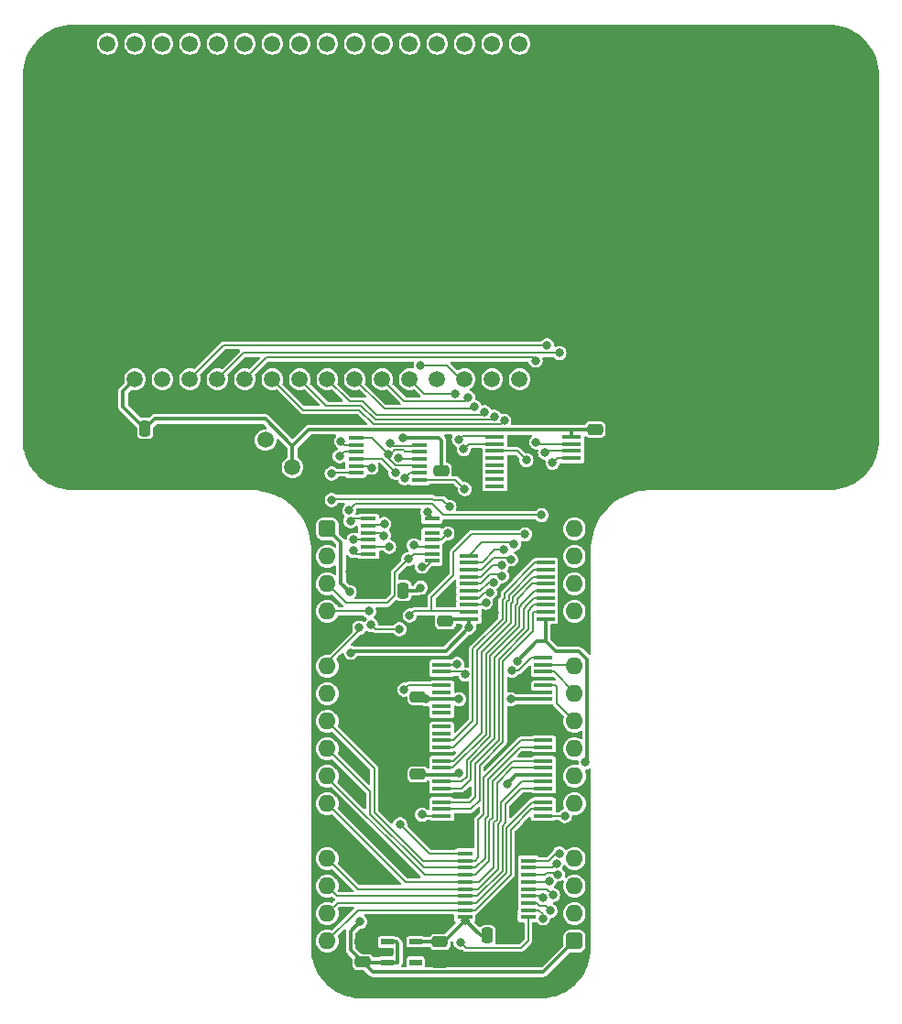
<source format=gbr>
%TF.GenerationSoftware,KiCad,Pcbnew,7.0.5*%
%TF.CreationDate,2023-12-18T15:43:02+02:00*%
%TF.ProjectId,LCD Display,4c434420-4469-4737-906c-61792e6b6963,rev?*%
%TF.SameCoordinates,Original*%
%TF.FileFunction,Copper,L1,Top*%
%TF.FilePolarity,Positive*%
%FSLAX46Y46*%
G04 Gerber Fmt 4.6, Leading zero omitted, Abs format (unit mm)*
G04 Created by KiCad (PCBNEW 7.0.5) date 2023-12-18 15:43:02*
%MOMM*%
%LPD*%
G01*
G04 APERTURE LIST*
G04 Aperture macros list*
%AMRoundRect*
0 Rectangle with rounded corners*
0 $1 Rounding radius*
0 $2 $3 $4 $5 $6 $7 $8 $9 X,Y pos of 4 corners*
0 Add a 4 corners polygon primitive as box body*
4,1,4,$2,$3,$4,$5,$6,$7,$8,$9,$2,$3,0*
0 Add four circle primitives for the rounded corners*
1,1,$1+$1,$2,$3*
1,1,$1+$1,$4,$5*
1,1,$1+$1,$6,$7*
1,1,$1+$1,$8,$9*
0 Add four rect primitives between the rounded corners*
20,1,$1+$1,$2,$3,$4,$5,0*
20,1,$1+$1,$4,$5,$6,$7,0*
20,1,$1+$1,$6,$7,$8,$9,0*
20,1,$1+$1,$8,$9,$2,$3,0*%
G04 Aperture macros list end*
%TA.AperFunction,ComponentPad*%
%ADD10R,1.500000X1.500000*%
%TD*%
%TA.AperFunction,ComponentPad*%
%ADD11C,1.500000*%
%TD*%
%TA.AperFunction,SMDPad,CuDef*%
%ADD12R,1.475000X0.450000*%
%TD*%
%TA.AperFunction,SMDPad,CuDef*%
%ADD13R,1.800000X0.430000*%
%TD*%
%TA.AperFunction,SMDPad,CuDef*%
%ADD14R,1.800000X0.450000*%
%TD*%
%TA.AperFunction,SMDPad,CuDef*%
%ADD15R,1.150000X0.600000*%
%TD*%
%TA.AperFunction,ComponentPad*%
%ADD16C,5.600000*%
%TD*%
%TA.AperFunction,SMDPad,CuDef*%
%ADD17RoundRect,0.250000X-0.250000X-0.475000X0.250000X-0.475000X0.250000X0.475000X-0.250000X0.475000X0*%
%TD*%
%TA.AperFunction,SMDPad,CuDef*%
%ADD18RoundRect,0.250000X-0.475000X0.250000X-0.475000X-0.250000X0.475000X-0.250000X0.475000X0.250000X0*%
%TD*%
%TA.AperFunction,SMDPad,CuDef*%
%ADD19RoundRect,0.250000X0.475000X-0.250000X0.475000X0.250000X-0.475000X0.250000X-0.475000X-0.250000X0*%
%TD*%
%TA.AperFunction,SMDPad,CuDef*%
%ADD20RoundRect,0.250000X0.250000X0.475000X-0.250000X0.475000X-0.250000X-0.475000X0.250000X-0.475000X0*%
%TD*%
%TA.AperFunction,ComponentPad*%
%ADD21RoundRect,0.400000X-0.400000X-0.400000X0.400000X-0.400000X0.400000X0.400000X-0.400000X0.400000X0*%
%TD*%
%TA.AperFunction,ComponentPad*%
%ADD22O,1.600000X1.600000*%
%TD*%
%TA.AperFunction,ComponentPad*%
%ADD23R,1.600000X1.600000*%
%TD*%
%TA.AperFunction,ViaPad*%
%ADD24C,0.800000*%
%TD*%
%TA.AperFunction,Conductor*%
%ADD25C,0.200000*%
%TD*%
%TA.AperFunction,Conductor*%
%ADD26C,0.380000*%
%TD*%
G04 APERTURE END LIST*
D10*
%TO.P,VR1,1,GND*%
%TO.N,/GND*%
X139105000Y-93355000D03*
D11*
%TO.P,VR1,2,VOUT*%
%TO.N,/V_{0}*%
X141605000Y-90855000D03*
%TO.P,VR1,3,VIN*%
%TO.N,/5V*%
X144105000Y-93355000D03*
%TD*%
D12*
%TO.P,IC20,1,~{OE}*%
%TO.N,/~{RD}+~{CS}*%
X165921501Y-134941999D03*
%TO.P,IC20,2,D0*%
%TO.N,/DB7*%
X165921501Y-134291999D03*
%TO.P,IC20,3,D1*%
%TO.N,/DB6*%
X165921501Y-133641999D03*
%TO.P,IC20,4,D2*%
%TO.N,/DB5*%
X165921501Y-132991999D03*
%TO.P,IC20,5,D3*%
%TO.N,/DB4*%
X165921501Y-132341999D03*
%TO.P,IC20,6,D4*%
%TO.N,/DB3*%
X165921501Y-131691999D03*
%TO.P,IC20,7,D5*%
%TO.N,/DB2*%
X165921501Y-131041999D03*
%TO.P,IC20,8,D6*%
%TO.N,/DB1*%
X165921501Y-130391999D03*
%TO.P,IC20,9,D7*%
%TO.N,/DB0*%
X165921501Y-129741999D03*
%TO.P,IC20,10,GND*%
%TO.N,/GND*%
X165921501Y-129091999D03*
%TO.P,IC20,11,LE*%
%TO.N,/RD\u00B7CS*%
X160045501Y-129091999D03*
%TO.P,IC20,12,Q7*%
%TO.N,/D0*%
X160045501Y-129741999D03*
%TO.P,IC20,13,Q6*%
%TO.N,/D1*%
X160045501Y-130391999D03*
%TO.P,IC20,14,Q5*%
%TO.N,/D2*%
X160045501Y-131041999D03*
%TO.P,IC20,15,Q4*%
%TO.N,/D3*%
X160045501Y-131691999D03*
%TO.P,IC20,16,Q3*%
%TO.N,/D4*%
X160045501Y-132341999D03*
%TO.P,IC20,17,Q2*%
%TO.N,/D5*%
X160045501Y-132991999D03*
%TO.P,IC20,18,Q1*%
%TO.N,/D6*%
X160045501Y-133641999D03*
%TO.P,IC20,19,Q0*%
%TO.N,/D7*%
X160045501Y-134291999D03*
%TO.P,IC20,20,3V*%
%TO.N,/3.3V*%
X160045501Y-134941999D03*
%TD*%
%TO.P,IC16,1,1A*%
%TO.N,/CS*%
X149970000Y-90633000D03*
%TO.P,IC16,2,1B*%
%TO.N,/WD*%
X149970000Y-91283000D03*
%TO.P,IC16,3,1Y*%
%TO.N,/WD\u00B7CS*%
X149970000Y-91933000D03*
%TO.P,IC16,4,2A*%
%TO.N,/~{RD}*%
X149970000Y-92583000D03*
%TO.P,IC16,5,2B*%
%TO.N,/~{WD}*%
X149970000Y-93233000D03*
%TO.P,IC16,6,2Y*%
%TO.N,/~{RD}\u00B7~{WD}*%
X149970000Y-93883000D03*
%TO.P,IC16,7,GND*%
%TO.N,/GND*%
X149970000Y-94533000D03*
%TO.P,IC16,8,3Y*%
%TO.N,/(RD+WD)\u00B7CS*%
X155846000Y-94533000D03*
%TO.P,IC16,9,3A*%
%TO.N,/RD+WD*%
X155846000Y-93883000D03*
%TO.P,IC16,10,3B*%
%TO.N,/CS*%
X155846000Y-93233000D03*
%TO.P,IC16,11,4Y*%
%TO.N,/RD\u00B7CS*%
X155846000Y-92583000D03*
%TO.P,IC16,12,4A*%
%TO.N,/CS*%
X155846000Y-91933000D03*
%TO.P,IC16,13,4B*%
%TO.N,/RD*%
X155846000Y-91283000D03*
%TO.P,IC16,14,3V*%
%TO.N,/3.3V*%
X155846000Y-90633000D03*
%TD*%
%TO.P,IC14,1,1A*%
%TO.N,/Device ~{CS}*%
X151113000Y-98126000D03*
%TO.P,IC14,2,1Y*%
%TO.N,/CS*%
X151113000Y-98776000D03*
%TO.P,IC14,3,2A*%
%TO.N,/~{WD}*%
X151113000Y-99426000D03*
%TO.P,IC14,4,2Y*%
%TO.N,/WD*%
X151113000Y-100076000D03*
%TO.P,IC14,5,3A*%
%TO.N,/RD\u00B7CS*%
X151113000Y-100726000D03*
%TO.P,IC14,6,3Y*%
%TO.N,/~{RD}+~{CS}*%
X151113000Y-101376000D03*
%TO.P,IC14,7,GND*%
%TO.N,/GND*%
X151113000Y-102026000D03*
%TO.P,IC14,8,4Y*%
%TO.N,/RD*%
X156989000Y-102026000D03*
%TO.P,IC14,9,4A*%
%TO.N,/~{RD}*%
X156989000Y-101376000D03*
%TO.P,IC14,10,5Y*%
%TO.N,/RD+WD*%
X156989000Y-100726000D03*
%TO.P,IC14,11,5A*%
%TO.N,/~{RD}\u00B7~{WD}*%
X156989000Y-100076000D03*
%TO.P,IC14,12,6Y*%
%TO.N,unconnected-(IC14F-6Y-Pad12)*%
X156989000Y-99426000D03*
%TO.P,IC14,13,6A*%
%TO.N,/GND*%
X156989000Y-98776000D03*
%TO.P,IC14,14,3V*%
%TO.N,/3.3V*%
X156989000Y-98126000D03*
%TD*%
D13*
%TO.P,IC13,1,1~{OE}*%
%TO.N,/GND*%
X157902501Y-110998999D03*
%TO.P,IC13,2,1Q0*%
%TO.N,/E_{Latch}*%
X157902501Y-111632999D03*
%TO.P,IC13,3,1Q1*%
%TO.N,/RS_{Latch}*%
X157902501Y-112268999D03*
%TO.P,IC13,4,GND*%
%TO.N,/GND*%
X157902501Y-112902999D03*
%TO.P,IC13,5,1Q2*%
%TO.N,/R~{W}_{Latch}*%
X157902501Y-113538999D03*
%TO.P,IC13,6,1Q3*%
%TO.N,unconnected-(IC13A-1Q3-Pad6)*%
X157902501Y-114172999D03*
%TO.P,IC13,7,3V*%
%TO.N,/3.3V*%
X157902501Y-114808999D03*
%TO.P,IC13,8,1Q4*%
%TO.N,unconnected-(IC13A-1Q4-Pad8)*%
X157902501Y-115442999D03*
%TO.P,IC13,9,1Q5*%
%TO.N,unconnected-(IC13A-1Q5-Pad9)*%
X157902501Y-116078999D03*
%TO.P,IC13,10,GND*%
%TO.N,/GND*%
X157902501Y-116712999D03*
%TO.P,IC13,11,1Q6*%
%TO.N,unconnected-(IC13A-1Q6-Pad11)*%
X157902501Y-117348999D03*
%TO.P,IC13,12,1Q7*%
%TO.N,unconnected-(IC13A-1Q7-Pad12)*%
X157902501Y-117982999D03*
%TO.P,IC13,13,2Q0*%
%TO.N,/D0_{Latch}*%
X157902501Y-118618999D03*
%TO.P,IC13,14,2Q1*%
%TO.N,/D1_{Latch}*%
X157902501Y-119252999D03*
%TO.P,IC13,15,GND*%
%TO.N,/GND*%
X157902501Y-119888999D03*
%TO.P,IC13,16,2Q2*%
%TO.N,/D2_{Latch}*%
X157902501Y-120522999D03*
%TO.P,IC13,17,2Q3*%
%TO.N,/D3_{Latch}*%
X157902501Y-121158999D03*
%TO.P,IC13,18,3V*%
%TO.N,/3.3V*%
X157902501Y-121792999D03*
%TO.P,IC13,19,2Q4*%
%TO.N,/D4_{Latch}*%
X157902501Y-122428999D03*
%TO.P,IC13,20,2Q5*%
%TO.N,/D5_{Latch}*%
X157902501Y-123062999D03*
%TO.P,IC13,21,GND*%
%TO.N,/GND*%
X157902501Y-123698999D03*
%TO.P,IC13,22,2Q6*%
%TO.N,/D6_{Latch}*%
X157902501Y-124332999D03*
%TO.P,IC13,23,2Q7*%
%TO.N,/D7_{Latch}*%
X157902501Y-124968999D03*
%TO.P,IC13,24,2~{OE}*%
%TO.N,/R~{W}_{Latch}*%
X157902501Y-125602999D03*
%TO.P,IC13,25,2LE*%
%TO.N,/WD\u00B7CS*%
X167302501Y-125602999D03*
%TO.P,IC13,26,2D7*%
%TO.N,/D7*%
X167302501Y-124968999D03*
%TO.P,IC13,27,2D6*%
%TO.N,/D6*%
X167302501Y-124332999D03*
%TO.P,IC13,28,GND*%
%TO.N,/GND*%
X167302501Y-123698999D03*
%TO.P,IC13,29,2D5*%
%TO.N,/D5*%
X167302501Y-123062999D03*
%TO.P,IC13,30,2D4*%
%TO.N,/D4*%
X167302501Y-122428999D03*
%TO.P,IC13,31,3V*%
%TO.N,/3.3V*%
X167302501Y-121792999D03*
%TO.P,IC13,32,2D3*%
%TO.N,/D3*%
X167302501Y-121158999D03*
%TO.P,IC13,33,2D2*%
%TO.N,/D2*%
X167302501Y-120522999D03*
%TO.P,IC13,34,GND*%
%TO.N,/GND*%
X167302501Y-119888999D03*
%TO.P,IC13,35,2D1*%
%TO.N,/D1*%
X167302501Y-119252999D03*
%TO.P,IC13,36,2D0*%
%TO.N,/D0*%
X167302501Y-118618999D03*
%TO.P,IC13,37,1D7*%
%TO.N,/GND*%
X167302501Y-117982999D03*
%TO.P,IC13,38,1D6*%
X167302501Y-117348999D03*
%TO.P,IC13,39,GND*%
X167302501Y-116712999D03*
%TO.P,IC13,40,1D5*%
X167302501Y-116078999D03*
%TO.P,IC13,41,1D4*%
X167302501Y-115442999D03*
%TO.P,IC13,42,3V*%
%TO.N,/3.3V*%
X167302501Y-114808999D03*
%TO.P,IC13,43,1D3*%
%TO.N,/GND*%
X167302501Y-114172999D03*
%TO.P,IC13,44,1D2*%
%TO.N,/A2*%
X167302501Y-113538999D03*
%TO.P,IC13,45,GND*%
%TO.N,/GND*%
X167302501Y-112902999D03*
%TO.P,IC13,46,1D1*%
%TO.N,/A1*%
X167302501Y-112268999D03*
%TO.P,IC13,47,1D0*%
%TO.N,/A0*%
X167302501Y-111632999D03*
%TO.P,IC13,48,1LE*%
%TO.N,/(RD+WD)\u00B7CS*%
X167302501Y-110998999D03*
%TD*%
D14*
%TO.P,IC12,1,DIR*%
%TO.N,/5V*%
X167507000Y-107382999D03*
%TO.P,IC12,2,A0*%
%TO.N,/D7_{Latch}*%
X167507000Y-106732999D03*
%TO.P,IC12,3,A1*%
%TO.N,/D6_{Latch}*%
X167507000Y-106082999D03*
%TO.P,IC12,4,A2*%
%TO.N,/D5_{Latch}*%
X167507000Y-105432999D03*
%TO.P,IC12,5,A3*%
%TO.N,/D4_{Latch}*%
X167507000Y-104782999D03*
%TO.P,IC12,6,A4*%
%TO.N,/D3_{Latch}*%
X167507000Y-104132999D03*
%TO.P,IC12,7,A5*%
%TO.N,/D2_{Latch}*%
X167507000Y-103482999D03*
%TO.P,IC12,8,A6*%
%TO.N,/D1_{Latch}*%
X167507000Y-102832999D03*
%TO.P,IC12,9,A7*%
%TO.N,/D0_{Latch}*%
X167507000Y-102182999D03*
%TO.P,IC12,10,GND*%
%TO.N,/GND*%
X167507000Y-101532999D03*
%TO.P,IC12,11,B7*%
%TO.N,/DB0*%
X160407000Y-101532999D03*
%TO.P,IC12,12,B6*%
%TO.N,/DB1*%
X160407000Y-102182999D03*
%TO.P,IC12,13,B5*%
%TO.N,/DB2*%
X160407000Y-102832999D03*
%TO.P,IC12,14,B4*%
%TO.N,/DB3*%
X160407000Y-103482999D03*
%TO.P,IC12,15,B3*%
%TO.N,/DB4*%
X160407000Y-104132999D03*
%TO.P,IC12,16,B2*%
%TO.N,/DB5*%
X160407000Y-104782999D03*
%TO.P,IC12,17,B1*%
%TO.N,/DB6*%
X160407000Y-105432999D03*
%TO.P,IC12,18,B0*%
%TO.N,/DB7*%
X160407000Y-106082999D03*
%TO.P,IC12,19,~{OE}*%
%TO.N,/R~{W}_{Latch}*%
X160407000Y-106732999D03*
%TO.P,IC12,20,5V*%
%TO.N,/5V*%
X160407000Y-107382999D03*
%TD*%
%TO.P,IC11,1,DIR*%
%TO.N,/5V*%
X162820000Y-89912000D03*
%TO.P,IC11,2,A0*%
%TO.N,/E_{Latch}*%
X162820000Y-90562000D03*
%TO.P,IC11,3,A1*%
%TO.N,/RS_{Latch}*%
X162820000Y-91212000D03*
%TO.P,IC11,4,A2*%
%TO.N,/R~{W}_{Latch}*%
X162820000Y-91862000D03*
%TO.P,IC11,5,A3*%
%TO.N,unconnected-(IC11-A3-Pad5)*%
X162820000Y-92512000D03*
%TO.P,IC11,6,A4*%
%TO.N,unconnected-(IC11-A4-Pad6)*%
X162820000Y-93162000D03*
%TO.P,IC11,7,A5*%
%TO.N,unconnected-(IC11-A5-Pad7)*%
X162820000Y-93812000D03*
%TO.P,IC11,8,A6*%
%TO.N,unconnected-(IC11-A6-Pad8)*%
X162820000Y-94462000D03*
%TO.P,IC11,9,A7*%
%TO.N,unconnected-(IC11-A7-Pad9)*%
X162820000Y-95112000D03*
%TO.P,IC11,10,GND*%
%TO.N,/GND*%
X162820000Y-95762000D03*
%TO.P,IC11,11,B7*%
X169920000Y-95762000D03*
%TO.P,IC11,12,B6*%
X169920000Y-95112000D03*
%TO.P,IC11,13,B5*%
X169920000Y-94462000D03*
%TO.P,IC11,14,B4*%
X169920000Y-93812000D03*
%TO.P,IC11,15,B3*%
X169920000Y-93162000D03*
%TO.P,IC11,16,B2*%
%TO.N,/R~{W}*%
X169920000Y-92512000D03*
%TO.P,IC11,17,B1*%
%TO.N,/RS*%
X169920000Y-91862000D03*
%TO.P,IC11,18,B0*%
%TO.N,/E*%
X169920000Y-91212000D03*
%TO.P,IC11,19,~{OE}*%
%TO.N,/5V*%
X169920000Y-90562000D03*
%TO.P,IC11,20,5V*%
X169920000Y-89912000D03*
%TD*%
D15*
%TO.P,IC2,1,VIN*%
%TO.N,/5V*%
X152878000Y-137226000D03*
%TO.P,IC2,2,GND*%
%TO.N,/GND*%
X152878000Y-138176000D03*
%TO.P,IC2,3,EN*%
%TO.N,/5V*%
X152878000Y-139126000D03*
%TO.P,IC2,4,ADJ*%
%TO.N,unconnected-(IC2-ADJ-Pad4)*%
X155478000Y-139126000D03*
%TO.P,IC2,5,VOUT*%
%TO.N,/3.3V*%
X155478000Y-137226000D03*
%TD*%
D11*
%TO.P,DS1,1,GND*%
%TO.N,/GND*%
X127000000Y-85223000D03*
%TO.P,DS1,2,5V*%
%TO.N,/5V*%
X129540000Y-85223000D03*
%TO.P,DS1,3,V_{O}*%
%TO.N,/V_{0}*%
X132080000Y-85223000D03*
%TO.P,DS1,4,RS*%
%TO.N,/RS*%
X134620000Y-85223000D03*
%TO.P,DS1,5,R/~{W}*%
%TO.N,/R~{W}*%
X137160000Y-85223000D03*
%TO.P,DS1,6,E*%
%TO.N,/E*%
X139700000Y-85223000D03*
%TO.P,DS1,7,DB0*%
%TO.N,/DB0*%
X142240000Y-85223000D03*
%TO.P,DS1,8,DB1*%
%TO.N,/DB1*%
X144780000Y-85223000D03*
%TO.P,DS1,9,DB2*%
%TO.N,/DB2*%
X147320000Y-85223000D03*
%TO.P,DS1,10,DB3*%
%TO.N,/DB3*%
X149860000Y-85223000D03*
%TO.P,DS1,11,DB4*%
%TO.N,/DB4*%
X152400000Y-85223000D03*
%TO.P,DS1,12,DB5*%
%TO.N,/DB5*%
X154940000Y-85223000D03*
%TO.P,DS1,13,DB6*%
%TO.N,/DB6*%
X157480000Y-85223000D03*
%TO.P,DS1,14,DB7*%
%TO.N,/DB7*%
X160020000Y-85223000D03*
%TO.P,DS1,15,LEDA*%
%TO.N,unconnected-(DS1-LEDA-Pad15)*%
X162560000Y-85223000D03*
%TO.P,DS1,16,LEDK*%
%TO.N,unconnected-(DS1-LEDK-Pad16)*%
X165100000Y-85223000D03*
%TO.P,DS1,17,GND*%
%TO.N,unconnected-(DS1-GND-Pad17)*%
X127000000Y-54223000D03*
%TO.P,DS1,18,5V*%
%TO.N,unconnected-(DS1-5V-Pad18)*%
X129540000Y-54223000D03*
%TO.P,DS1,19,V_{O}*%
%TO.N,unconnected-(DS1-V_{O}-Pad19)*%
X132080000Y-54223000D03*
%TO.P,DS1,20,RS*%
%TO.N,unconnected-(DS1-RS-Pad20)*%
X134620000Y-54223000D03*
%TO.P,DS1,21,R/~{W}*%
%TO.N,unconnected-(DS1-R{slash}~{W}-Pad21)*%
X137160000Y-54223000D03*
%TO.P,DS1,22,E*%
%TO.N,unconnected-(DS1-E-Pad22)*%
X139700000Y-54223000D03*
%TO.P,DS1,23,DB0*%
%TO.N,unconnected-(DS1-DB0-Pad23)*%
X142240000Y-54223000D03*
%TO.P,DS1,24,DB1*%
%TO.N,unconnected-(DS1-DB1-Pad24)*%
X144780000Y-54223000D03*
%TO.P,DS1,25,DB2*%
%TO.N,unconnected-(DS1-DB2-Pad25)*%
X147320000Y-54223000D03*
%TO.P,DS1,26,DB3*%
%TO.N,unconnected-(DS1-DB3-Pad26)*%
X149860000Y-54223000D03*
%TO.P,DS1,27,DB4*%
%TO.N,unconnected-(DS1-DB4-Pad27)*%
X152400000Y-54223000D03*
%TO.P,DS1,28,DB5*%
%TO.N,unconnected-(DS1-DB5-Pad28)*%
X154940000Y-54223000D03*
%TO.P,DS1,29,DB6*%
%TO.N,unconnected-(DS1-DB6-Pad29)*%
X157480000Y-54223000D03*
%TO.P,DS1,30,DB7*%
%TO.N,unconnected-(DS1-DB7-Pad30)*%
X160020000Y-54223000D03*
%TO.P,DS1,31,LEDA*%
%TO.N,unconnected-(DS1-LEDA-Pad31)*%
X162560000Y-54223000D03*
%TO.P,DS1,32,LEDK*%
%TO.N,unconnected-(DS1-LEDK-Pad32)*%
X165100000Y-54223000D03*
%TD*%
D16*
%TO.P,H1,1,GND*%
%TO.N,/GND*%
X124460000Y-91440000D03*
%TD*%
D17*
%TO.P,C5,1*%
%TO.N,/3.3V*%
X162134000Y-136652000D03*
%TO.P,C5,2*%
%TO.N,/GND*%
X164034000Y-136652000D03*
%TD*%
D18*
%TO.P,C3,1*%
%TO.N,/5V*%
X172085000Y-89871000D03*
%TO.P,C3,2*%
%TO.N,/GND*%
X172085000Y-91771000D03*
%TD*%
D19*
%TO.P,C8,1*%
%TO.N,/3.3V*%
X155702000Y-114599000D03*
%TO.P,C8,2*%
%TO.N,/GND*%
X155702000Y-112699000D03*
%TD*%
D16*
%TO.P,H2,1,GND*%
%TO.N,/GND*%
X193040000Y-91440000D03*
%TD*%
D20*
%TO.P,C2,1*%
%TO.N,/5V*%
X130474000Y-89789000D03*
%TO.P,C2,2*%
%TO.N,/GND*%
X128574000Y-89789000D03*
%TD*%
D18*
%TO.P,C6,1*%
%TO.N,/3.3V*%
X157861000Y-93681000D03*
%TO.P,C6,2*%
%TO.N,/GND*%
X157861000Y-95581000D03*
%TD*%
%TO.P,C4,1*%
%TO.N,/3.3V*%
X155702000Y-121748000D03*
%TO.P,C4,2*%
%TO.N,/GND*%
X155702000Y-123648000D03*
%TD*%
D19*
%TO.P,C1,1*%
%TO.N,/5V*%
X150622000Y-139110000D03*
%TO.P,C1,2*%
%TO.N,/GND*%
X150622000Y-137210000D03*
%TD*%
D20*
%TO.P,C7,1*%
%TO.N,/3.3V*%
X154350000Y-104775000D03*
%TO.P,C7,2*%
%TO.N,/GND*%
X152450000Y-104775000D03*
%TD*%
D19*
%TO.P,C10,1*%
%TO.N,/5V*%
X158242000Y-107614000D03*
%TO.P,C10,2*%
%TO.N,/GND*%
X158242000Y-105714000D03*
%TD*%
D18*
%TO.P,C11,1*%
%TO.N,/3.3V*%
X157734000Y-137242000D03*
%TO.P,C11,2*%
%TO.N,/GND*%
X157734000Y-139142000D03*
%TD*%
D21*
%TO.P,J1,1,Pin_1*%
%TO.N,/5V*%
X147320000Y-99060000D03*
D22*
%TO.P,J1,2,Pin_2*%
%TO.N,unconnected-(J1-Pin_2-Pad2)*%
X147320000Y-101600000D03*
%TO.P,J1,3,Pin_3*%
%TO.N,/~{RD}*%
X147320000Y-104140000D03*
%TO.P,J1,4,Pin_4*%
%TO.N,/~{WD}*%
X147320000Y-106680000D03*
D23*
%TO.P,J1,5,Pin_5*%
%TO.N,/GND*%
X147320000Y-109220000D03*
D22*
%TO.P,J1,6,Pin_6*%
%TO.N,/Device ~{CS}*%
X147320000Y-111760000D03*
%TO.P,J1,7,Pin_7*%
%TO.N,unconnected-(J1-Pin_7-Pad7)*%
X147320000Y-114300000D03*
%TO.P,J1,8,Pin_8*%
%TO.N,/D0*%
X147320000Y-116840000D03*
%TO.P,J1,9,Pin_9*%
%TO.N,/D1*%
X147320000Y-119380000D03*
%TO.P,J1,10,Pin_10*%
%TO.N,/D2*%
X147320000Y-121920000D03*
%TO.P,J1,11,Pin_11*%
%TO.N,/D3*%
X147320000Y-124460000D03*
D23*
%TO.P,J1,12,Pin_12*%
%TO.N,/GND*%
X147320000Y-127000000D03*
D22*
%TO.P,J1,13,Pin_13*%
%TO.N,/D4*%
X147320000Y-129540000D03*
%TO.P,J1,14,Pin_14*%
%TO.N,/D5*%
X147320000Y-132080000D03*
%TO.P,J1,15,Pin_15*%
%TO.N,/D6*%
X147320000Y-134620000D03*
%TO.P,J1,16,Pin_16*%
%TO.N,/D7*%
X147320000Y-137160000D03*
D21*
%TO.P,J1,17,Pin_17*%
%TO.N,/5V*%
X170180000Y-137160000D03*
D22*
%TO.P,J1,18,Pin_18*%
%TO.N,unconnected-(J1-Pin_18-Pad18)*%
X170180000Y-134620000D03*
%TO.P,J1,19,Pin_19*%
%TO.N,unconnected-(J1-Pin_19-Pad19)*%
X170180000Y-132080000D03*
%TO.P,J1,20,Pin_20*%
%TO.N,unconnected-(J1-Pin_20-Pad20)*%
X170180000Y-129540000D03*
D23*
%TO.P,J1,21,Pin_21*%
%TO.N,/GND*%
X170180000Y-127000000D03*
D22*
%TO.P,J1,22,Pin_22*%
%TO.N,unconnected-(J1-Pin_22-Pad22)*%
X170180000Y-124460000D03*
%TO.P,J1,23,Pin_23*%
%TO.N,unconnected-(J1-Pin_23-Pad23)*%
X170180000Y-121920000D03*
%TO.P,J1,24,Pin_24*%
%TO.N,unconnected-(J1-Pin_24-Pad24)*%
X170180000Y-119380000D03*
%TO.P,J1,25,Pin_25*%
%TO.N,/A2*%
X170180000Y-116840000D03*
%TO.P,J1,26,Pin_26*%
%TO.N,/A1*%
X170180000Y-114300000D03*
%TO.P,J1,27,Pin_27*%
%TO.N,/A0*%
X170180000Y-111760000D03*
D23*
%TO.P,J1,28,Pin_28*%
%TO.N,/GND*%
X170180000Y-109220000D03*
D22*
%TO.P,J1,29,Pin_29*%
%TO.N,unconnected-(J1-Pin_29-Pad29)*%
X170180000Y-106680000D03*
%TO.P,J1,30,Pin_30*%
%TO.N,unconnected-(J1-Pin_30-Pad30)*%
X170180000Y-104140000D03*
%TO.P,J1,31,Pin_31*%
%TO.N,unconnected-(J1-Pin_31-Pad31)*%
X170180000Y-101600000D03*
%TO.P,J1,32,Pin_32*%
%TO.N,unconnected-(J1-Pin_32-Pad32)*%
X170180000Y-99060000D03*
%TD*%
D24*
%TO.N,/5V*%
X150367996Y-135382000D03*
X171196000Y-120650000D03*
X160422003Y-108204000D03*
X149395000Y-104901998D03*
X164883000Y-111296507D03*
X149489149Y-110508748D03*
%TO.N,/GND*%
X160209000Y-123615024D03*
X151008000Y-94642096D03*
X158835000Y-105156000D03*
X152514115Y-111239115D03*
X164034000Y-135001000D03*
X146016977Y-94869000D03*
X162799980Y-106807000D03*
X152471000Y-116712531D03*
X164846000Y-113538000D03*
X168148000Y-95762000D03*
X148757575Y-122496574D03*
X152526994Y-107442000D03*
X148640480Y-111048480D03*
X152471000Y-123698000D03*
X164719000Y-116205000D03*
X163703000Y-139065000D03*
X164602361Y-124724361D03*
X152471000Y-120015000D03*
X149395000Y-102997000D03*
X152410809Y-112903000D03*
X152527000Y-103378000D03*
X150495000Y-123825000D03*
%TO.N,/3.3V*%
X160107000Y-135240771D03*
X164303000Y-114808000D03*
X156464002Y-114809001D03*
X154305000Y-90678000D03*
X159498001Y-121666000D03*
X155959482Y-104493007D03*
X156563615Y-97536002D03*
X159512000Y-114808000D03*
X163929000Y-122608634D03*
%TO.N,/RS*%
X167640000Y-82104000D03*
X167452480Y-91995925D03*
%TO.N,/R~{W}*%
X168148000Y-92964000D03*
X168783000Y-82804000D03*
%TO.N,/E*%
X166629186Y-91052777D03*
X166581225Y-83504000D03*
%TO.N,/DB0*%
X168780974Y-129060000D03*
X164590556Y-100457000D03*
X163683436Y-89067385D03*
%TO.N,/DB1*%
X163618726Y-101006511D03*
X168498064Y-130019148D03*
X162756485Y-88687000D03*
%TO.N,/DB2*%
X164307222Y-101885000D03*
X161839041Y-88287000D03*
X168641448Y-131008818D03*
%TO.N,/DB3*%
X160909000Y-87757000D03*
X167845132Y-131613704D03*
X163437204Y-102414685D03*
%TO.N,/DB4*%
X168190497Y-132905999D03*
X163496800Y-103412910D03*
X160354275Y-86924963D03*
%TO.N,/DB5*%
X162689060Y-104002453D03*
X159131000Y-86543713D03*
X167227642Y-133176013D03*
%TO.N,/DB6*%
X167965143Y-134362252D03*
X162375039Y-104951872D03*
%TO.N,/DB7*%
X155956000Y-83947000D03*
X167259896Y-135071217D03*
X161977455Y-105869441D03*
%TO.N,/E_{Latch}*%
X159317445Y-111547785D03*
X159483223Y-90802273D03*
%TO.N,/RS_{Latch}*%
X159931531Y-91696155D03*
X160076799Y-112511930D03*
%TO.N,/R~{W}_{Latch}*%
X154432000Y-113919000D03*
X165735000Y-92710000D03*
X165608000Y-99568000D03*
X154940000Y-107061000D03*
X156083000Y-125476000D03*
%TO.N,/WD\u00B7CS*%
X148463000Y-92329000D03*
X149348080Y-97347000D03*
X167132000Y-97790000D03*
X169290091Y-125604168D03*
%TO.N,/(RD+WD)\u00B7CS*%
X164405626Y-112175210D03*
X160022095Y-95379095D03*
%TO.N,/Device ~{CS}*%
X149454135Y-98341363D03*
X150269000Y-108204000D03*
%TO.N,/CS*%
X152936719Y-92160297D03*
X152589000Y-98615497D03*
%TO.N,/~{WD}*%
X151412000Y-93403473D03*
X152561000Y-99664972D03*
X151195010Y-106680000D03*
%TO.N,/WD*%
X149750000Y-100076000D03*
X148596459Y-90960000D03*
%TO.N,/RD\u00B7CS*%
X153911907Y-92478000D03*
X154051000Y-126365000D03*
X153035000Y-100711000D03*
%TO.N,/~{RD}+~{CS}*%
X153989000Y-108331000D03*
X151384000Y-107950000D03*
X159639000Y-137287000D03*
X149750010Y-101092000D03*
%TO.N,/RD*%
X153162000Y-91186000D03*
X156063000Y-102558550D03*
%TO.N,/~{RD}*%
X154813000Y-101854000D03*
X153627000Y-93878000D03*
%TO.N,/RD+WD*%
X154486785Y-94388661D03*
X155321000Y-100584000D03*
%TO.N,/~{RD}\u00B7~{WD}*%
X158623000Y-97028000D03*
X147727787Y-93936235D03*
X158468000Y-99474645D03*
X147729000Y-96390125D03*
%TD*%
D25*
%TO.N,/D2*%
X156313049Y-131041999D02*
X147320000Y-122048950D01*
X160045501Y-131041999D02*
X156313049Y-131041999D01*
D26*
%TO.N,/GND*%
X149166574Y-122496574D02*
X148757575Y-122496574D01*
X150495000Y-123825000D02*
X149166574Y-122496574D01*
X150495000Y-112903000D02*
X152410809Y-112903000D01*
X148640480Y-111048480D02*
X150495000Y-112903000D01*
D25*
%TO.N,/Device ~{CS}*%
X150269000Y-108430000D02*
X150269000Y-108204000D01*
X147320000Y-111379000D02*
X150269000Y-108430000D01*
D26*
%TO.N,/5V*%
X149628674Y-110369223D02*
X149489149Y-110508748D01*
X158256780Y-110369223D02*
X149628674Y-110369223D01*
X160422003Y-108204000D02*
X158256780Y-110369223D01*
D25*
%TO.N,/~{RD}+~{CS}*%
X153989000Y-108331000D02*
X151765000Y-108331000D01*
X151765000Y-108331000D02*
X151384000Y-107950000D01*
D26*
%TO.N,/5V*%
X148590000Y-104096998D02*
X149395000Y-104901998D01*
X148590000Y-100330000D02*
X148590000Y-104096998D01*
X147320000Y-99060000D02*
X148590000Y-100330000D01*
X160407000Y-107382999D02*
X158473001Y-107382999D01*
X168449000Y-110410000D02*
X170608000Y-110410000D01*
X128442000Y-86321000D02*
X129540000Y-85223000D01*
X167507000Y-109468000D02*
X167507000Y-107382999D01*
X170608000Y-110410000D02*
X171370000Y-111172000D01*
X170180000Y-137160000D02*
X167308000Y-140032000D01*
X149507000Y-137995000D02*
X150622000Y-139110000D01*
X152878000Y-137226000D02*
X153712756Y-137226000D01*
X149507000Y-136242996D02*
X149507000Y-137995000D01*
X172085000Y-89871000D02*
X169961000Y-89871000D01*
X131363000Y-88900000D02*
X130474000Y-89789000D01*
X144105000Y-91416503D02*
X141588497Y-88900000D01*
X160407000Y-108188997D02*
X160422003Y-108204000D01*
X153843000Y-137356244D02*
X153843000Y-139116000D01*
X166711507Y-109468000D02*
X164883000Y-111296507D01*
X171370000Y-120476000D02*
X171196000Y-120650000D01*
X128442000Y-87757000D02*
X128442000Y-86321000D01*
X151544000Y-140032000D02*
X150622000Y-139110000D01*
X169920000Y-89912000D02*
X169920000Y-90562000D01*
X145633503Y-89888000D02*
X162788000Y-89888000D01*
X167507000Y-109468000D02*
X168449000Y-110410000D01*
X144105000Y-93355000D02*
X144105000Y-91416503D01*
X153833000Y-139126000D02*
X152878000Y-139126000D01*
X144105000Y-91416503D02*
X145633503Y-89888000D01*
X171370000Y-111172000D02*
X171370000Y-120476000D01*
X153712756Y-137226000D02*
X153843000Y-137356244D01*
X150367996Y-135382000D02*
X149507000Y-136242996D01*
X167507000Y-109468000D02*
X166711507Y-109468000D01*
X152878000Y-139126000D02*
X150638000Y-139126000D01*
X162820000Y-89912000D02*
X169920000Y-89912000D01*
X141588497Y-88900000D02*
X131363000Y-88900000D01*
X160407000Y-107382999D02*
X160407000Y-108188997D01*
X167308000Y-140032000D02*
X151544000Y-140032000D01*
X169961000Y-89871000D02*
X169920000Y-89912000D01*
X130474000Y-89789000D02*
X128442000Y-87757000D01*
X153843000Y-139116000D02*
X153833000Y-139126000D01*
%TO.N,/GND*%
X137190000Y-91440000D02*
X139105000Y-93355000D01*
X172085000Y-91771000D02*
X172085000Y-94869000D01*
X168990000Y-101553000D02*
X168969999Y-101532999D01*
X126623000Y-87676000D02*
X126623000Y-85600000D01*
X147320000Y-109220000D02*
X146130000Y-110410000D01*
X169920000Y-95112000D02*
X169920000Y-94462000D01*
X162799980Y-105644160D02*
X162799980Y-106948020D01*
X167302501Y-117348999D02*
X167302501Y-116712999D01*
X162820000Y-95762000D02*
X168148000Y-95762000D01*
X149970000Y-94533000D02*
X150898904Y-94533000D01*
X156989000Y-98776000D02*
X155871500Y-98776000D01*
X171420000Y-123946375D02*
X171420000Y-125760000D01*
X171370000Y-108030000D02*
X171370000Y-98472000D01*
X146130000Y-128190000D02*
X147320000Y-127000000D01*
X153954714Y-100692786D02*
X153954714Y-101950286D01*
X155730000Y-105890000D02*
X158369000Y-103251000D01*
X165921501Y-128845499D02*
X165921501Y-129091999D01*
X150366000Y-102026000D02*
X149395000Y-102997000D01*
X169920000Y-95762000D02*
X169920000Y-95112000D01*
X169920000Y-93812000D02*
X169920000Y-93162000D01*
X167302501Y-116078999D02*
X167302501Y-115442999D01*
X159258000Y-99949000D02*
X159258000Y-98684645D01*
X150622000Y-137210000D02*
X151296000Y-136536000D01*
X128574000Y-89789000D02*
X130225000Y-91440000D01*
X158140771Y-98684645D02*
X159258000Y-98684645D01*
X170180000Y-109220000D02*
X168990000Y-108030000D01*
X172085000Y-94869000D02*
X171192000Y-95762000D01*
X151588000Y-138176000D02*
X152878000Y-138176000D01*
X146130000Y-138778779D02*
X146130000Y-128190000D01*
X168940000Y-119888000D02*
X168940000Y-123098500D01*
X163626000Y-139142000D02*
X163703000Y-139065000D01*
X169926000Y-97028000D02*
X169926000Y-95768000D01*
X164286800Y-103175200D02*
X164286800Y-103740139D01*
X171192000Y-95762000D02*
X169920000Y-95762000D01*
X154634000Y-137916000D02*
X156508000Y-137916000D01*
X169920000Y-95762000D02*
X168148000Y-95762000D01*
X164794001Y-134240999D02*
X164034000Y-135001000D01*
X157734000Y-139142000D02*
X163626000Y-139142000D01*
X157902501Y-116712999D02*
X152471468Y-116712999D01*
X165387501Y-113537999D02*
X166022501Y-114172999D01*
X168969999Y-101532999D02*
X167507000Y-101532999D01*
X169061500Y-123220000D02*
X170693625Y-123220000D01*
X164034000Y-136652000D02*
X164034000Y-135001000D01*
X158049416Y-98776000D02*
X158140771Y-98684645D01*
X152410809Y-112903000D02*
X153670000Y-112903000D01*
X154078994Y-105890000D02*
X155730000Y-105890000D01*
X158990744Y-95581000D02*
X157861000Y-95581000D01*
X152450000Y-104775000D02*
X152450000Y-103455000D01*
X163165039Y-104861900D02*
X163165039Y-105279101D01*
X166496999Y-117982999D02*
X164719000Y-116205000D01*
X150622000Y-137210000D02*
X151588000Y-138176000D01*
X151113000Y-102026000D02*
X150366000Y-102026000D01*
X167302501Y-123698999D02*
X165627723Y-123698999D01*
X153670000Y-112903000D02*
X153874000Y-112699000D01*
X165929001Y-101532999D02*
X167507000Y-101532999D01*
X152754231Y-110998999D02*
X152514115Y-111239115D01*
X166022501Y-114172999D02*
X167302501Y-114172999D01*
X153874000Y-112699000D02*
X155702000Y-112699000D01*
X168582501Y-117982999D02*
X168940000Y-118340498D01*
X162285905Y-96296095D02*
X159705839Y-96296095D01*
X170180000Y-109220000D02*
X171370000Y-108030000D01*
X170693625Y-123220000D02*
X171420000Y-123946375D01*
X128655000Y-89708000D02*
X126623000Y-87676000D01*
X155871500Y-98776000D02*
X153954714Y-100692786D01*
X152450000Y-103455000D02*
X152527000Y-103378000D01*
X151113000Y-102026000D02*
X151113000Y-103869000D01*
X171370000Y-128190000D02*
X171370000Y-137887229D01*
X167767000Y-127000000D02*
X165921501Y-128845499D01*
X155905999Y-112902999D02*
X157902501Y-112902999D01*
X168404229Y-140853000D02*
X148204221Y-140853000D01*
X149970000Y-94533000D02*
X148799000Y-94533000D01*
X146130000Y-110410000D02*
X146130000Y-125810000D01*
X169920000Y-94462000D02*
X169920000Y-93812000D01*
X168940000Y-123098500D02*
X169061500Y-123220000D01*
X170180000Y-127000000D02*
X167767000Y-127000000D01*
X167302501Y-123698999D02*
X168582501Y-123698999D01*
X157902501Y-123698999D02*
X155752999Y-123698999D01*
X164804001Y-129091999D02*
X164794001Y-129101999D01*
X167302501Y-112902999D02*
X166022501Y-112902999D01*
X157902501Y-123698999D02*
X160125025Y-123698999D01*
X165627723Y-123698999D02*
X164602361Y-124724361D01*
X168939001Y-119888999D02*
X167302501Y-119888999D01*
X166022501Y-112902999D02*
X165387501Y-113537999D01*
X165921501Y-129091999D02*
X164804001Y-129091999D01*
X153843000Y-136536000D02*
X154513000Y-137206000D01*
X151113000Y-103869000D02*
X152019000Y-104775000D01*
X156989000Y-98776000D02*
X158049416Y-98776000D01*
X168990000Y-108030000D02*
X168990000Y-101553000D01*
X151996904Y-95631000D02*
X151008000Y-94642096D01*
X166375645Y-98684645D02*
X167507000Y-99816000D01*
X159705839Y-96296095D02*
X158990744Y-95581000D01*
X157902501Y-119888999D02*
X152597001Y-119888999D01*
X171420000Y-125760000D02*
X170180000Y-127000000D01*
X165387500Y-113538000D02*
X164846000Y-113538000D01*
X152471468Y-116712999D02*
X152471000Y-116712531D01*
X162799980Y-106948020D02*
X158749001Y-110998999D01*
X168940000Y-119888000D02*
X168939001Y-119888999D01*
X152471999Y-123698999D02*
X152471000Y-123698000D01*
X171370000Y-98472000D02*
X169926000Y-97028000D01*
X157811000Y-95631000D02*
X151996904Y-95631000D01*
X164794001Y-129101999D02*
X164794001Y-134240999D01*
X168582501Y-123698999D02*
X169061500Y-123220000D01*
X157902501Y-110998999D02*
X152754231Y-110998999D01*
X153954714Y-101950286D02*
X152527000Y-103378000D01*
X148799000Y-94533000D02*
X148463000Y-94869000D01*
X163165039Y-105279101D02*
X162799980Y-105644160D01*
X171370000Y-137887229D02*
X168404229Y-140853000D01*
X140619000Y-94869000D02*
X146016977Y-94869000D01*
X158749001Y-110998999D02*
X157902501Y-110998999D01*
X165387501Y-113537999D02*
X165387500Y-113538000D01*
X168940000Y-118340498D02*
X168940000Y-119888000D01*
X158369000Y-100838000D02*
X159258000Y-99949000D01*
X167507000Y-99816000D02*
X167507000Y-101532999D01*
X152019000Y-104775000D02*
X152450000Y-104775000D01*
X146130000Y-125810000D02*
X147320000Y-127000000D01*
X167302501Y-117982999D02*
X167302501Y-117348999D01*
X167302501Y-116712999D02*
X167302501Y-116078999D01*
X160125025Y-123698999D02*
X160209000Y-123615024D01*
X156508000Y-137916000D02*
X157734000Y-139142000D01*
X152597001Y-119888999D02*
X152471000Y-120015000D01*
X152526994Y-107442000D02*
X154078994Y-105890000D01*
X162820000Y-95762000D02*
X162285905Y-96296095D01*
X167302501Y-117982999D02*
X168582501Y-117982999D01*
X165929001Y-101532999D02*
X164286800Y-103175200D01*
X170180000Y-127000000D02*
X171370000Y-128190000D01*
X158727000Y-105156000D02*
X158835000Y-105156000D01*
X158242000Y-105641000D02*
X158727000Y-105156000D01*
X158369000Y-103251000D02*
X158369000Y-100838000D01*
X154513000Y-137795000D02*
X154634000Y-137916000D01*
X150898904Y-94533000D02*
X151008000Y-94642096D01*
X151296000Y-136536000D02*
X153843000Y-136536000D01*
X167302501Y-117982999D02*
X166496999Y-117982999D01*
X148204221Y-140853000D02*
X146130000Y-138778779D01*
X148463000Y-94869000D02*
X146016977Y-94869000D01*
X152471000Y-123698000D02*
X155652000Y-123698000D01*
X154513000Y-137206000D02*
X154513000Y-137795000D01*
X164286800Y-103740139D02*
X163165039Y-104861900D01*
X159258000Y-98684645D02*
X166375645Y-98684645D01*
X130225000Y-91440000D02*
X137190000Y-91440000D01*
X139105000Y-93355000D02*
X140619000Y-94869000D01*
%TO.N,/3.3V*%
X160045501Y-135179272D02*
X160107000Y-135240771D01*
X155702000Y-114599000D02*
X156254001Y-114599000D01*
X161518229Y-136652000D02*
X160107000Y-135240771D01*
X159371002Y-121792999D02*
X159498001Y-121666000D01*
X164303999Y-114808999D02*
X164303000Y-114808000D01*
X155846000Y-90633000D02*
X157607000Y-90633000D01*
X160045501Y-134941999D02*
X160045501Y-135179272D01*
X156989000Y-98126000D02*
X156563615Y-97700615D01*
X164744635Y-121792999D02*
X163929000Y-122608634D01*
X167302501Y-121792999D02*
X164744635Y-121792999D01*
X157902501Y-121792999D02*
X159371002Y-121792999D01*
X159512000Y-114808000D02*
X157903500Y-114808000D01*
X156464004Y-114808999D02*
X156464002Y-114809001D01*
X157902501Y-114808999D02*
X156464004Y-114808999D01*
X156254001Y-114599000D02*
X156464002Y-114809001D01*
X157902501Y-121792999D02*
X155746999Y-121792999D01*
X162134000Y-136652000D02*
X161518229Y-136652000D01*
X158105771Y-137242000D02*
X160107000Y-135240771D01*
X156563615Y-97700615D02*
X156563615Y-97536002D01*
X155846000Y-90633000D02*
X154350000Y-90633000D01*
X157607000Y-90633000D02*
X157861000Y-90887000D01*
X154350000Y-90633000D02*
X154305000Y-90678000D01*
X154350000Y-104775000D02*
X155677489Y-104775000D01*
X157734000Y-137242000D02*
X155494000Y-137242000D01*
X155677489Y-104775000D02*
X155959482Y-104493007D01*
X167302501Y-114808999D02*
X164303999Y-114808999D01*
X157861000Y-93681000D02*
X157861000Y-90887000D01*
D25*
%TO.N,/RS*%
X134620000Y-85223000D02*
X137739000Y-82104000D01*
X167586405Y-91862000D02*
X167452480Y-91995925D01*
X169920000Y-91862000D02*
X167586405Y-91862000D01*
X137739000Y-82104000D02*
X167640000Y-82104000D01*
%TO.N,/R~{W}*%
X169920000Y-92512000D02*
X168600000Y-92512000D01*
X139579000Y-82804000D02*
X137160000Y-85223000D01*
X168783000Y-82804000D02*
X139579000Y-82804000D01*
X168600000Y-92512000D02*
X168148000Y-92964000D01*
%TO.N,/E*%
X169920000Y-91212000D02*
X166788409Y-91212000D01*
X166788409Y-91212000D02*
X166629186Y-91052777D01*
X141693900Y-83229100D02*
X166306325Y-83229100D01*
X166306325Y-83229100D02*
X166581225Y-83504000D01*
X139700000Y-85223000D02*
X141693900Y-83229100D01*
%TO.N,/DB0*%
X160407000Y-101532999D02*
X161633488Y-100306511D01*
X167780486Y-129741999D02*
X168462485Y-129060000D01*
X151590951Y-89387000D02*
X163363821Y-89387000D01*
X168462485Y-129060000D02*
X168780974Y-129060000D01*
X145090000Y-88073000D02*
X150276950Y-88073000D01*
X150276950Y-88073000D02*
X151590951Y-89387000D01*
X161633488Y-100306511D02*
X164440067Y-100306511D01*
X142240000Y-85223000D02*
X145090000Y-88073000D01*
X164440067Y-100306511D02*
X164590556Y-100457000D01*
X163363821Y-89387000D02*
X163683436Y-89067385D01*
X165921501Y-129741999D02*
X167780486Y-129741999D01*
%TO.N,/DB1*%
X168125213Y-130391999D02*
X168498064Y-130019148D01*
X151756636Y-88987000D02*
X162456485Y-88987000D01*
X150442636Y-87673000D02*
X151756636Y-88987000D01*
X161638198Y-102182999D02*
X162814686Y-101006511D01*
X162814686Y-101006511D02*
X163618726Y-101006511D01*
X147230000Y-87673000D02*
X150442636Y-87673000D01*
X160407000Y-102182999D02*
X161638198Y-102182999D01*
X144780000Y-85223000D02*
X147230000Y-87673000D01*
X165921501Y-130391999D02*
X168125213Y-130391999D01*
X162456485Y-88987000D02*
X162756485Y-88687000D01*
%TO.N,/DB2*%
X150608322Y-87273000D02*
X151834321Y-88499000D01*
X162672358Y-101714685D02*
X164136907Y-101714685D01*
X161554044Y-102832999D02*
X162672358Y-101714685D01*
X160407000Y-102832999D02*
X161554044Y-102832999D01*
X147320000Y-85223000D02*
X149370000Y-87273000D01*
X164136907Y-101714685D02*
X164307222Y-101885000D01*
X168520186Y-130887556D02*
X168641448Y-131008818D01*
X165921501Y-131041999D02*
X167417611Y-131041999D01*
X151834321Y-88499000D02*
X161627041Y-88499000D01*
X167417611Y-131041999D02*
X167572054Y-130887556D01*
X167572054Y-130887556D02*
X168520186Y-130887556D01*
X149370000Y-87273000D02*
X150608322Y-87273000D01*
X161627041Y-88499000D02*
X161839041Y-88287000D01*
%TO.N,/DB3*%
X160407000Y-103482999D02*
X161507000Y-103482999D01*
X152609001Y-87972001D02*
X160693999Y-87972001D01*
X165921501Y-131691999D02*
X167766837Y-131691999D01*
X167766837Y-131691999D02*
X167845132Y-131613704D01*
X160693999Y-87972001D02*
X160909000Y-87757000D01*
X149860000Y-85223000D02*
X152609001Y-87972001D01*
X161507000Y-103482999D02*
X162575314Y-102414685D01*
X162575314Y-102414685D02*
X163437204Y-102414685D01*
%TO.N,/DB4*%
X160407000Y-104132999D02*
X161507000Y-104132999D01*
X161507000Y-104132999D02*
X162366648Y-103273351D01*
X160030238Y-87249000D02*
X160354275Y-86924963D01*
X167626497Y-132341999D02*
X168190497Y-132905999D01*
X152400000Y-85223000D02*
X154426000Y-87249000D01*
X163357241Y-103273351D02*
X163496800Y-103412910D01*
X154426000Y-87249000D02*
X160030238Y-87249000D01*
X162366648Y-103273351D02*
X163357241Y-103273351D01*
X165921501Y-132341999D02*
X167626497Y-132341999D01*
%TO.N,/DB5*%
X160407000Y-104782999D02*
X161465342Y-104782999D01*
X167043628Y-132991999D02*
X167227642Y-133176013D01*
X161465342Y-104782999D02*
X162245888Y-104002453D01*
X156260713Y-86543713D02*
X154940000Y-85223000D01*
X162245888Y-104002453D02*
X162689060Y-104002453D01*
X165921501Y-132991999D02*
X167043628Y-132991999D01*
X156260713Y-86543713D02*
X159131000Y-86543713D01*
%TO.N,/DB6*%
X161862155Y-104951872D02*
X162375039Y-104951872D01*
X167478904Y-133876013D02*
X167965143Y-134362252D01*
X166937692Y-133876013D02*
X167478904Y-133876013D01*
X161381028Y-105432999D02*
X161862155Y-104951872D01*
X165921501Y-133641999D02*
X166703678Y-133641999D01*
X160407000Y-105432999D02*
X161381028Y-105432999D01*
X166703678Y-133641999D02*
X166937692Y-133876013D01*
%TO.N,/DB7*%
X165921501Y-134291999D02*
X166859001Y-134291999D01*
X159643000Y-85223000D02*
X158367000Y-83947000D01*
X158367000Y-83947000D02*
X155956000Y-83947000D01*
X161763897Y-106082999D02*
X161977455Y-105869441D01*
X160407000Y-106082999D02*
X161763897Y-106082999D01*
X166859001Y-134291999D02*
X167259896Y-134692894D01*
X167259896Y-134692894D02*
X167259896Y-135071217D01*
%TO.N,/E_{Latch}*%
X159232231Y-111632999D02*
X159317445Y-111547785D01*
X162720000Y-90462000D02*
X159823496Y-90462000D01*
X159823496Y-90462000D02*
X159483223Y-90802273D01*
X157902501Y-111632999D02*
X159232231Y-111632999D01*
%TO.N,/RS_{Latch}*%
X162820000Y-91212000D02*
X160415686Y-91212000D01*
X159833868Y-112268999D02*
X160076799Y-112511930D01*
X157902501Y-112268999D02*
X159833868Y-112268999D01*
X160415686Y-91212000D02*
X159931531Y-91696155D01*
%TO.N,/R~{W}_{Latch}*%
X156209999Y-125602999D02*
X156083000Y-125476000D01*
X157902501Y-113538999D02*
X154812001Y-113538999D01*
X160354001Y-106680000D02*
X156972000Y-106680000D01*
X159004000Y-103308965D02*
X156972000Y-105340965D01*
X164887000Y-91862000D02*
X165735000Y-92710000D01*
X160646999Y-99568000D02*
X159004000Y-101210999D01*
X165608000Y-99568000D02*
X160646999Y-99568000D01*
X157902501Y-125602999D02*
X156209999Y-125602999D01*
X162820000Y-91862000D02*
X164887000Y-91862000D01*
X159004000Y-101210999D02*
X159004000Y-103308965D01*
X154812001Y-113538999D02*
X154432000Y-113919000D01*
X156972000Y-105340965D02*
X156972000Y-106680000D01*
X156972000Y-106680000D02*
X155321000Y-106680000D01*
X155321000Y-106680000D02*
X154940000Y-107061000D01*
%TO.N,/D7_{Latch}*%
X161398000Y-120934628D02*
X163582000Y-118750628D01*
X163582002Y-114447045D02*
X163582002Y-111268798D01*
X163582000Y-114447047D02*
X163582002Y-114447045D01*
X166307000Y-106832999D02*
X166407000Y-106732999D01*
X157902501Y-124968999D02*
X160558636Y-124968999D01*
X163582000Y-118750628D02*
X163582000Y-114447047D01*
X166307000Y-108543800D02*
X166307000Y-106832999D01*
X163582002Y-111268798D02*
X166307000Y-108543800D01*
X166407000Y-106732999D02*
X167507000Y-106732999D01*
X161398000Y-124129635D02*
X161398000Y-120934628D01*
X160558636Y-124968999D02*
X161398000Y-124129635D01*
%TO.N,/D6_{Latch}*%
X166095414Y-106410035D02*
X166095414Y-106394585D01*
X163182000Y-118584942D02*
X163182000Y-114281362D01*
X160528001Y-124332999D02*
X160998000Y-123863000D01*
X166055019Y-106476218D02*
X166055026Y-106476209D01*
X166055042Y-106450432D02*
X166067754Y-106437721D01*
X160998000Y-120768942D02*
X163182000Y-118584942D01*
X157902501Y-124332999D02*
X160528001Y-124332999D01*
X166055012Y-106476235D02*
X166055019Y-106476227D01*
X166055004Y-106476253D02*
X166055012Y-106476245D01*
X165907000Y-108378115D02*
X165907000Y-106624257D01*
X166055026Y-106476209D02*
X166055026Y-106476201D01*
X166055026Y-106476201D02*
X166055034Y-106476191D01*
X166067780Y-106437674D02*
X166095401Y-106410055D01*
X166055019Y-106476227D02*
X166055019Y-106476218D01*
X166067754Y-106437721D02*
X166067754Y-106437714D01*
X166095401Y-106410055D02*
X166095401Y-106410048D01*
X166067758Y-106437705D02*
X166067780Y-106437683D01*
X166067754Y-106437714D02*
X166067758Y-106437710D01*
X166055012Y-106476245D02*
X166055012Y-106476235D01*
X166055042Y-106476176D02*
X166055042Y-106450432D01*
X166055004Y-106476263D02*
X166055004Y-106476253D01*
X166067780Y-106437683D02*
X166067780Y-106437674D01*
X166095401Y-106410048D02*
X166095414Y-106410035D01*
X166067758Y-106437710D02*
X166067758Y-106437705D01*
X160998000Y-123863000D02*
X160998000Y-120768942D01*
X166095414Y-106394585D02*
X166407000Y-106082999D01*
X163182000Y-114281362D02*
X163182002Y-114281360D01*
X163182002Y-111103112D02*
X165907000Y-108378115D01*
X166055034Y-106476191D02*
X166055034Y-106476185D01*
X166055034Y-106476185D02*
X166055042Y-106476176D01*
X166407000Y-106082999D02*
X167507000Y-106082999D01*
X163182002Y-114281360D02*
X163182002Y-111103112D01*
X165907000Y-106624257D02*
X166055004Y-106476263D01*
%TO.N,/D5_{Latch}*%
X165655012Y-106310560D02*
X165655012Y-106238558D01*
X157902501Y-123062999D02*
X159771075Y-123062999D01*
X166460571Y-105432999D02*
X167507000Y-105432999D01*
X160598000Y-122236074D02*
X160598001Y-120603255D01*
X165507000Y-108212430D02*
X165507000Y-106458559D01*
X162782000Y-118419253D02*
X162782000Y-114115677D01*
X165507000Y-106458559D02*
X165655012Y-106310560D01*
X159771075Y-123062999D02*
X160598000Y-122236074D01*
X162782002Y-114115675D02*
X162782002Y-110937426D01*
X162782000Y-114115677D02*
X162782002Y-114115675D01*
X162782002Y-110937426D02*
X165507000Y-108212430D01*
X165655012Y-106238558D02*
X166460571Y-105432999D01*
X160598001Y-120603255D02*
X162782000Y-118419253D01*
%TO.N,/D4_{Latch}*%
X165255026Y-106144829D02*
X165255033Y-106144821D01*
X162382002Y-113949990D02*
X162382002Y-110771738D01*
X162382000Y-113949992D02*
X162382002Y-113949990D01*
X160198000Y-121969950D02*
X160198001Y-120437569D01*
X165267762Y-106106330D02*
X165267762Y-106060122D01*
X165255033Y-106144821D02*
X165255033Y-106144814D01*
X165255040Y-106144805D02*
X165255041Y-106119050D01*
X165100000Y-106299863D02*
X165255019Y-106144857D01*
X165255026Y-106144839D02*
X165255026Y-106144829D01*
X165099999Y-108053741D02*
X165100000Y-106299863D01*
X165255033Y-106144814D02*
X165255040Y-106144805D01*
X166544885Y-104782999D02*
X167507000Y-104782999D01*
X162382000Y-118253568D02*
X162382000Y-113949992D01*
X165255019Y-106144846D02*
X165255026Y-106144839D01*
X159738951Y-122428999D02*
X160198000Y-121969950D01*
X165267762Y-106060122D02*
X166544885Y-104782999D01*
X157902501Y-122428999D02*
X159738951Y-122428999D01*
X165255041Y-106119050D02*
X165267762Y-106106330D01*
X162382002Y-110771738D02*
X165099999Y-108053741D01*
X165255019Y-106144857D02*
X165255019Y-106144846D01*
X160198001Y-120437569D02*
X162382000Y-118253568D01*
%TO.N,/D3_{Latch}*%
X164895408Y-105912985D02*
X164895408Y-105521552D01*
X164895408Y-105521552D02*
X166283961Y-104132999D01*
X166283961Y-104132999D02*
X167507000Y-104132999D01*
X164855040Y-105979120D02*
X164855040Y-105953353D01*
X161982000Y-118087883D02*
X161982000Y-110606055D01*
X164855026Y-105979143D02*
X164855033Y-105979136D01*
X164855033Y-105979136D02*
X164855033Y-105979128D01*
X164699999Y-107888056D02*
X164700000Y-106134167D01*
X164855033Y-105979128D02*
X164855040Y-105979120D01*
X164855040Y-105953353D02*
X164895408Y-105912985D01*
X158910885Y-121158999D02*
X161982000Y-118087883D01*
X164700000Y-106134167D02*
X164855026Y-105979154D01*
X157902501Y-121158999D02*
X158910885Y-121158999D01*
X164855026Y-105979154D02*
X164855026Y-105979143D01*
X161982000Y-110606055D02*
X164699999Y-107888056D01*
%TO.N,/D2_{Latch}*%
X166368274Y-103482999D02*
X167507000Y-103482999D01*
X157902501Y-120522999D02*
X158981199Y-120522999D01*
X164495408Y-105773067D02*
X164495408Y-105355867D01*
X161582000Y-110440369D02*
X164299999Y-107722371D01*
X164495408Y-105355867D02*
X166368274Y-103482999D01*
X161582000Y-117922198D02*
X161582000Y-110440369D01*
X164300000Y-105968475D02*
X164495408Y-105773067D01*
X164299999Y-107722371D02*
X164300000Y-105968475D01*
X158981199Y-120522999D02*
X161582000Y-117922198D01*
%TO.N,/D1_{Latch}*%
X163900001Y-105802789D02*
X164095408Y-105607382D01*
X159002501Y-119252999D02*
X161182000Y-117073500D01*
X161182000Y-110274683D02*
X163899999Y-107556686D01*
X164095408Y-105607382D02*
X164095408Y-105190180D01*
X161182000Y-117073500D02*
X161182000Y-110274683D01*
X164095408Y-105190180D02*
X166452589Y-102832999D01*
X157902501Y-119252999D02*
X159002501Y-119252999D01*
X163899999Y-107556686D02*
X163900001Y-105802789D01*
X166452589Y-102832999D02*
X167507000Y-102832999D01*
%TO.N,/D0_{Latch}*%
X166536904Y-102182999D02*
X167507000Y-102182999D01*
X160782000Y-110108997D02*
X163499999Y-107391001D01*
X159002501Y-118618999D02*
X160782000Y-116839500D01*
X157902501Y-118618999D02*
X159002501Y-118618999D01*
X163499999Y-107391001D02*
X163500002Y-105637103D01*
X160782000Y-116839500D02*
X160782000Y-110108997D01*
X163500002Y-105637103D02*
X163695408Y-105441697D01*
X163695408Y-105024495D02*
X166536904Y-102182999D01*
X163695408Y-105441697D02*
X163695408Y-105024495D01*
%TO.N,/WD\u00B7CS*%
X167302501Y-125602999D02*
X169288922Y-125602999D01*
X149970000Y-91933000D02*
X148859000Y-91933000D01*
X149348080Y-97347000D02*
X149914080Y-96781000D01*
X149914080Y-96781000D02*
X157057063Y-96781000D01*
X148859000Y-91933000D02*
X148463000Y-92329000D01*
X157057063Y-96781000D02*
X158066063Y-97790000D01*
X158066063Y-97790000D02*
X167132000Y-97790000D01*
X169288922Y-125602999D02*
X169290091Y-125604168D01*
%TO.N,/D7*%
X158015000Y-134291000D02*
X158015999Y-134291999D01*
X166202501Y-124968999D02*
X164304001Y-126867499D01*
X158015000Y-134291000D02*
X150189000Y-134291000D01*
X164304001Y-130993794D02*
X161005796Y-134291999D01*
X150189000Y-134291000D02*
X147320000Y-137160000D01*
X167302501Y-124968999D02*
X166202501Y-124968999D01*
X164304001Y-126867499D02*
X164304001Y-130993794D01*
X158015999Y-134291999D02*
X160045501Y-134291999D01*
X161005796Y-134291999D02*
X160045501Y-134291999D01*
%TO.N,/D6*%
X163904001Y-130828109D02*
X161090111Y-133641999D01*
X167302501Y-124332999D02*
X166272816Y-124332999D01*
X166272816Y-124332999D02*
X163904001Y-126701814D01*
X161090111Y-133641999D02*
X160045501Y-133641999D01*
X148298001Y-133641999D02*
X147320000Y-134620000D01*
X160045501Y-133641999D02*
X148298001Y-133641999D01*
X163904001Y-126701814D02*
X163904001Y-130828109D01*
%TO.N,/D5*%
X163798000Y-124538755D02*
X163798000Y-126242128D01*
X163504001Y-130662423D02*
X161174425Y-132991999D01*
X167302501Y-123062999D02*
X165273757Y-123062999D01*
X147320000Y-132080000D02*
X148231999Y-132991999D01*
X163798000Y-126242128D02*
X163504001Y-126536127D01*
X165273757Y-123062999D02*
X163798000Y-124538755D01*
X163504001Y-126536127D02*
X163504001Y-130662423D01*
X161174425Y-132991999D02*
X160045501Y-132991999D01*
X148231999Y-132991999D02*
X160045501Y-132991999D01*
%TO.N,/D4*%
X165342071Y-122428999D02*
X163398000Y-124373070D01*
X161258739Y-132341999D02*
X160045501Y-132341999D01*
X163398000Y-126076442D02*
X163104001Y-126370441D01*
X163398000Y-124373070D02*
X163398000Y-126076442D01*
X163104001Y-130496737D02*
X161258739Y-132341999D01*
X150121999Y-132341999D02*
X147320000Y-129540000D01*
X160045501Y-132341999D02*
X150121999Y-132341999D01*
X163104001Y-126370441D02*
X163104001Y-130496737D01*
X167302501Y-122428999D02*
X165342071Y-122428999D01*
%TO.N,/D3*%
X154551999Y-131691999D02*
X147320000Y-124460000D01*
X164388685Y-121158999D02*
X162998000Y-122549684D01*
X160045501Y-131691999D02*
X154551999Y-131691999D01*
X167302501Y-121158999D02*
X164388685Y-121158999D01*
X162998000Y-125910756D02*
X162704001Y-126204755D01*
X162704001Y-126204755D02*
X162704001Y-130331051D01*
X161343053Y-131691999D02*
X160045501Y-131691999D01*
X162998000Y-122549684D02*
X162998000Y-125910756D01*
X162704001Y-130331051D02*
X161343053Y-131691999D01*
%TO.N,/D2*%
X162304001Y-126039070D02*
X162304001Y-129720999D01*
X160983001Y-131041999D02*
X160045501Y-131041999D01*
X162598000Y-122383999D02*
X162598000Y-125745070D01*
X167302501Y-120522999D02*
X164459000Y-120522999D01*
X162304001Y-129720999D02*
X160983001Y-131041999D01*
X162598000Y-125745070D02*
X162304001Y-126039070D01*
X164459000Y-120522999D02*
X162598000Y-122383999D01*
%TO.N,/D1*%
X167302501Y-119252999D02*
X165163315Y-119252999D01*
X162198000Y-125579384D02*
X161904001Y-125873385D01*
X156242313Y-130391999D02*
X160045501Y-130391999D01*
X151257000Y-123317000D02*
X151257000Y-125406686D01*
X165163315Y-119252999D02*
X162198000Y-122218314D01*
X162198000Y-122218314D02*
X162198000Y-125579384D01*
X161904001Y-129470999D02*
X160983001Y-130391999D01*
X161904001Y-125873385D02*
X161904001Y-129470999D01*
X147320000Y-119380000D02*
X151257000Y-123317000D01*
X151257000Y-125406686D02*
X156242313Y-130391999D01*
X160983001Y-130391999D02*
X160045501Y-130391999D01*
%TO.N,/D0*%
X165231628Y-118618999D02*
X167302501Y-118618999D01*
X161798000Y-122052627D02*
X165231628Y-118618999D01*
X151657000Y-121177000D02*
X147320000Y-116840000D01*
X156157999Y-129741999D02*
X151657000Y-125241000D01*
X161290000Y-129435000D02*
X161290000Y-125921698D01*
X160045501Y-129741999D02*
X156157999Y-129741999D01*
X161798000Y-125413698D02*
X161798000Y-122052627D01*
X160045501Y-129741999D02*
X160983001Y-129741999D01*
X151657000Y-125241000D02*
X151657000Y-121177000D01*
X160983001Y-129741999D02*
X161290000Y-129435000D01*
X161290000Y-125921698D02*
X161798000Y-125413698D01*
%TO.N,/A2*%
X168502501Y-115162501D02*
X168502501Y-113638999D01*
X170180000Y-116840000D02*
X168502501Y-115162501D01*
X168402501Y-113538999D02*
X167302501Y-113538999D01*
X168502501Y-113638999D02*
X168402501Y-113538999D01*
%TO.N,/A1*%
X167302501Y-112268999D02*
X168283000Y-112268999D01*
X168283000Y-112268999D02*
X170180000Y-114165999D01*
%TO.N,/A0*%
X167302501Y-111632999D02*
X170052999Y-111632999D01*
%TO.N,/(RD+WD)\u00B7CS*%
X166187108Y-110998999D02*
X165010897Y-112175210D01*
X165010897Y-112175210D02*
X164405626Y-112175210D01*
X167302501Y-110998999D02*
X166187108Y-110998999D01*
X159176000Y-94533000D02*
X160022095Y-95379095D01*
X155846000Y-94533000D02*
X159176000Y-94533000D01*
%TO.N,/Device ~{CS}*%
X151113000Y-98126000D02*
X149669498Y-98126000D01*
X149669498Y-98126000D02*
X149454135Y-98341363D01*
%TO.N,/CS*%
X155567000Y-93178000D02*
X153621957Y-93178000D01*
X153559950Y-91778000D02*
X153177653Y-92160297D01*
X153621957Y-93178000D02*
X152936719Y-92492762D01*
X154522636Y-91933000D02*
X154367636Y-91778000D01*
X153177653Y-92160297D02*
X152936719Y-92160297D01*
X152936719Y-92492762D02*
X152936719Y-92160297D01*
X151409422Y-90633000D02*
X152936719Y-92160297D01*
X149970000Y-90633000D02*
X151409422Y-90633000D01*
X151213000Y-98676000D02*
X152528497Y-98676000D01*
X155846000Y-91933000D02*
X154522636Y-91933000D01*
X152528497Y-98676000D02*
X152589000Y-98615497D01*
X154367636Y-91778000D02*
X153559950Y-91778000D01*
%TO.N,/~{WD}*%
X151241527Y-93233000D02*
X151412000Y-93403473D01*
X152322028Y-99426000D02*
X152561000Y-99664972D01*
X151113000Y-99426000D02*
X152322028Y-99426000D01*
X149970000Y-93233000D02*
X151241527Y-93233000D01*
X147320000Y-106680000D02*
X151195010Y-106680000D01*
%TO.N,/WD*%
X148919459Y-91283000D02*
X148596459Y-90960000D01*
X149970000Y-91283000D02*
X148919459Y-91283000D01*
X151113000Y-100076000D02*
X149750000Y-100076000D01*
%TO.N,/RD\u00B7CS*%
X156777999Y-129091999D02*
X154051000Y-126365000D01*
X151113000Y-100726000D02*
X153020000Y-100726000D01*
X155846000Y-92583000D02*
X154016907Y-92583000D01*
X154016907Y-92583000D02*
X153911907Y-92478000D01*
X160045501Y-129091999D02*
X156777999Y-129091999D01*
X153020000Y-100726000D02*
X153035000Y-100711000D01*
%TO.N,/~{RD}+~{CS}*%
X160147000Y-137795000D02*
X159639000Y-137287000D01*
X165921501Y-137100499D02*
X165227000Y-137795000D01*
X150034010Y-101376000D02*
X149750010Y-101092000D01*
X165921501Y-134941999D02*
X165921501Y-137100499D01*
X165227000Y-137795000D02*
X160147000Y-137795000D01*
X151113000Y-101376000D02*
X150034010Y-101376000D01*
%TO.N,/RD*%
X155695000Y-91378000D02*
X153354000Y-91378000D01*
X156989000Y-102026000D02*
X156456450Y-102558550D01*
X153354000Y-91378000D02*
X153162000Y-91186000D01*
X156456450Y-102558550D02*
X156063000Y-102558550D01*
%TO.N,/~{RD}*%
X156989000Y-101376000D02*
X155291000Y-101376000D01*
X153543000Y-103124000D02*
X154813000Y-101854000D01*
X147320000Y-104140000D02*
X149098000Y-105918000D01*
X149970000Y-92583000D02*
X152332000Y-92583000D01*
X153543000Y-105216817D02*
X153543000Y-103124000D01*
X152841817Y-105918000D02*
X153543000Y-105216817D01*
X155291000Y-101376000D02*
X154813000Y-101854000D01*
X149098000Y-105918000D02*
X152841817Y-105918000D01*
X152332000Y-92583000D02*
X153627000Y-93878000D01*
%TO.N,/RD+WD*%
X155463000Y-100726000D02*
X155321000Y-100584000D01*
X155846000Y-93883000D02*
X154992446Y-93883000D01*
X156989000Y-100726000D02*
X155463000Y-100726000D01*
X154992446Y-93883000D02*
X154486785Y-94388661D01*
%TO.N,/~{RD}\u00B7~{WD}*%
X157061976Y-96278434D02*
X157173667Y-96390125D01*
X147729000Y-96390125D02*
X147840691Y-96278434D01*
X157173667Y-96390125D02*
X157985125Y-96390125D01*
X157866645Y-100076000D02*
X158468000Y-99474645D01*
X156989000Y-100076000D02*
X157866645Y-100076000D01*
X147840691Y-96278434D02*
X157061976Y-96278434D01*
X157985125Y-96390125D02*
X158623000Y-97028000D01*
X149970000Y-93883000D02*
X147781022Y-93883000D01*
X147781022Y-93883000D02*
X147727787Y-93936235D01*
%TD*%
%TA.AperFunction,Conductor*%
%TO.N,/GND*%
G36*
X159180701Y-103730458D02*
G01*
X159236634Y-103772330D01*
X159261051Y-103837794D01*
X159258985Y-103870828D01*
X159256500Y-103883322D01*
X159256500Y-104382672D01*
X159266671Y-104433808D01*
X159266671Y-104482187D01*
X159256500Y-104533324D01*
X159256500Y-105032672D01*
X159266671Y-105083809D01*
X159266671Y-105132189D01*
X159256500Y-105183325D01*
X159256500Y-105682672D01*
X159266671Y-105733809D01*
X159266671Y-105782189D01*
X159256500Y-105833325D01*
X159256500Y-106205500D01*
X159236815Y-106272539D01*
X159184011Y-106318294D01*
X159132500Y-106329500D01*
X157446500Y-106329500D01*
X157379461Y-106309815D01*
X157333706Y-106257011D01*
X157322500Y-106205500D01*
X157322500Y-105537508D01*
X157342185Y-105470469D01*
X157358814Y-105449832D01*
X159049688Y-103758957D01*
X159111009Y-103725474D01*
X159180701Y-103730458D01*
G37*
%TD.AperFunction*%
%TA.AperFunction,Conductor*%
G36*
X193688323Y-52470157D02*
G01*
X194092137Y-52487786D01*
X194097490Y-52488255D01*
X194496892Y-52540835D01*
X194502201Y-52541771D01*
X194895486Y-52628958D01*
X194900685Y-52630351D01*
X195284887Y-52751487D01*
X195289937Y-52753324D01*
X195662139Y-52907494D01*
X195667016Y-52909768D01*
X195771060Y-52963930D01*
X196024331Y-53095773D01*
X196029018Y-53098479D01*
X196368757Y-53314915D01*
X196373189Y-53318019D01*
X196692761Y-53563232D01*
X196696906Y-53566710D01*
X196803585Y-53664462D01*
X196993913Y-53838865D01*
X196997726Y-53842679D01*
X197269872Y-54139672D01*
X197273340Y-54143805D01*
X197518575Y-54463401D01*
X197521672Y-54467825D01*
X197721527Y-54781532D01*
X197738105Y-54807554D01*
X197740809Y-54812237D01*
X197917581Y-55151811D01*
X197926813Y-55169544D01*
X197929100Y-55174448D01*
X198083252Y-55546606D01*
X198085103Y-55551691D01*
X198206235Y-55935869D01*
X198207636Y-55941096D01*
X198294822Y-56334369D01*
X198295762Y-56339698D01*
X198348340Y-56739064D01*
X198348812Y-56744455D01*
X198366412Y-57147560D01*
X198366471Y-57150264D01*
X198366471Y-90803646D01*
X198366412Y-90806350D01*
X198348782Y-91210140D01*
X198348310Y-91215531D01*
X198295733Y-91614893D01*
X198294793Y-91620222D01*
X198207606Y-92013498D01*
X198206205Y-92018725D01*
X198085075Y-92402898D01*
X198083224Y-92407983D01*
X197929073Y-92780138D01*
X197926786Y-92785042D01*
X197740785Y-93142343D01*
X197738079Y-93147029D01*
X197521654Y-93486748D01*
X197518550Y-93491181D01*
X197273317Y-93810774D01*
X197269840Y-93814916D01*
X197248688Y-93838001D01*
X196997711Y-94111892D01*
X196993885Y-94115719D01*
X196696887Y-94387865D01*
X196692742Y-94391343D01*
X196373173Y-94636556D01*
X196368740Y-94639660D01*
X196029003Y-94856095D01*
X196024316Y-94858800D01*
X195667008Y-95044801D01*
X195662107Y-95047086D01*
X195289947Y-95201238D01*
X195284874Y-95203084D01*
X195118920Y-95255409D01*
X194900693Y-95324215D01*
X194895473Y-95325613D01*
X194502197Y-95412797D01*
X194496868Y-95413737D01*
X194097505Y-95466312D01*
X194092114Y-95466784D01*
X193687653Y-95484441D01*
X193684949Y-95484500D01*
X177228332Y-95484500D01*
X177228328Y-95484499D01*
X176950297Y-95484499D01*
X176950282Y-95484500D01*
X176498503Y-95521938D01*
X176498498Y-95521939D01*
X176051332Y-95596560D01*
X176051310Y-95596564D01*
X175611871Y-95707848D01*
X175611839Y-95707857D01*
X175183089Y-95855049D01*
X175183079Y-95855053D01*
X175183073Y-95855055D01*
X175183069Y-95855057D01*
X174767905Y-96037167D01*
X174622171Y-96116034D01*
X174369195Y-96252939D01*
X173989667Y-96500900D01*
X173631913Y-96779353D01*
X173631902Y-96779362D01*
X173298382Y-97086392D01*
X173298379Y-97086395D01*
X173298376Y-97086398D01*
X173249493Y-97139500D01*
X172991333Y-97419937D01*
X172712876Y-97777699D01*
X172464927Y-98157216D01*
X172464914Y-98157238D01*
X172249161Y-98555916D01*
X172249152Y-98555935D01*
X172067047Y-98971094D01*
X171919848Y-99399869D01*
X171919845Y-99399877D01*
X171919844Y-99399883D01*
X171888450Y-99523857D01*
X171808554Y-99839359D01*
X171808553Y-99839363D01*
X171733935Y-100286529D01*
X171733934Y-100286535D01*
X171696499Y-100738315D01*
X171696499Y-100930685D01*
X171696471Y-100931399D01*
X171696471Y-110576148D01*
X171676786Y-110643187D01*
X171623982Y-110688942D01*
X171554824Y-110698886D01*
X171491268Y-110669861D01*
X171484790Y-110663829D01*
X170939443Y-110118482D01*
X170934806Y-110113294D01*
X170910999Y-110083441D01*
X170863893Y-110051324D01*
X170862003Y-110049983D01*
X170833605Y-110029025D01*
X170816157Y-110016148D01*
X170816155Y-110016147D01*
X170808794Y-110012256D01*
X170801284Y-110008639D01*
X170746818Y-109991839D01*
X170744615Y-109991114D01*
X170690819Y-109972289D01*
X170682640Y-109970741D01*
X170674399Y-109969500D01*
X170674395Y-109969500D01*
X170617404Y-109969500D01*
X170615122Y-109969457D01*
X170591061Y-109968557D01*
X170558122Y-109967324D01*
X170548890Y-109968365D01*
X170548793Y-109967510D01*
X170533680Y-109969500D01*
X168682823Y-109969500D01*
X168615784Y-109949815D01*
X168595142Y-109933181D01*
X167983819Y-109321858D01*
X167950334Y-109260535D01*
X167947500Y-109234177D01*
X167947500Y-107982499D01*
X167967185Y-107915460D01*
X168019989Y-107869705D01*
X168071500Y-107858499D01*
X168431676Y-107858499D01*
X168431677Y-107858498D01*
X168504740Y-107843965D01*
X168587601Y-107788600D01*
X168642966Y-107705739D01*
X168657500Y-107632673D01*
X168657500Y-107133325D01*
X168647328Y-107082187D01*
X168647328Y-107033810D01*
X168657500Y-106982673D01*
X168657500Y-106679999D01*
X169124417Y-106679999D01*
X169144699Y-106885932D01*
X169144700Y-106885934D01*
X169204768Y-107083954D01*
X169302315Y-107266450D01*
X169329438Y-107299500D01*
X169433589Y-107426410D01*
X169517811Y-107495528D01*
X169593550Y-107557685D01*
X169776046Y-107655232D01*
X169974066Y-107715300D01*
X169974065Y-107715300D01*
X169994348Y-107717297D01*
X170180000Y-107735583D01*
X170385934Y-107715300D01*
X170583954Y-107655232D01*
X170766450Y-107557685D01*
X170926410Y-107426410D01*
X171057685Y-107266450D01*
X171155232Y-107083954D01*
X171215300Y-106885934D01*
X171235583Y-106680000D01*
X171215300Y-106474066D01*
X171155232Y-106276046D01*
X171057685Y-106093550D01*
X171002461Y-106026259D01*
X170926410Y-105933589D01*
X170766452Y-105802317D01*
X170766453Y-105802317D01*
X170766450Y-105802315D01*
X170583954Y-105704768D01*
X170385934Y-105644700D01*
X170385932Y-105644699D01*
X170385934Y-105644699D01*
X170180000Y-105624417D01*
X169974067Y-105644699D01*
X169776043Y-105704769D01*
X169665897Y-105763643D01*
X169593550Y-105802315D01*
X169593548Y-105802316D01*
X169593547Y-105802317D01*
X169433589Y-105933589D01*
X169302317Y-106093547D01*
X169204769Y-106276043D01*
X169144699Y-106474067D01*
X169124417Y-106679999D01*
X168657500Y-106679999D01*
X168657500Y-106483325D01*
X168656641Y-106479009D01*
X168655049Y-106471005D01*
X168647328Y-106432187D01*
X168647328Y-106383810D01*
X168657500Y-106332673D01*
X168657500Y-105833325D01*
X168647328Y-105782187D01*
X168647328Y-105733809D01*
X168657500Y-105682673D01*
X168657500Y-105183325D01*
X168647328Y-105132187D01*
X168647328Y-105083809D01*
X168657500Y-105032673D01*
X168657500Y-104533325D01*
X168647328Y-104482187D01*
X168647328Y-104433808D01*
X168657500Y-104382673D01*
X168657500Y-104140000D01*
X169124417Y-104140000D01*
X169144699Y-104345932D01*
X169171355Y-104433804D01*
X169204768Y-104543954D01*
X169302315Y-104726450D01*
X169317686Y-104745180D01*
X169433589Y-104886410D01*
X169513355Y-104951871D01*
X169593550Y-105017685D01*
X169776046Y-105115232D01*
X169974066Y-105175300D01*
X169974065Y-105175300D01*
X169994347Y-105177297D01*
X170180000Y-105195583D01*
X170385934Y-105175300D01*
X170583954Y-105115232D01*
X170766450Y-105017685D01*
X170926410Y-104886410D01*
X171057685Y-104726450D01*
X171155232Y-104543954D01*
X171215300Y-104345934D01*
X171235583Y-104140000D01*
X171215300Y-103934066D01*
X171155232Y-103736046D01*
X171057685Y-103553550D01*
X171005702Y-103490209D01*
X170926410Y-103393589D01*
X170774816Y-103269181D01*
X170766450Y-103262315D01*
X170583954Y-103164768D01*
X170385934Y-103104700D01*
X170385932Y-103104699D01*
X170385934Y-103104699D01*
X170198463Y-103086235D01*
X170180000Y-103084417D01*
X170179999Y-103084417D01*
X169974067Y-103104699D01*
X169776043Y-103164769D01*
X169710873Y-103199604D01*
X169593550Y-103262315D01*
X169593548Y-103262316D01*
X169593547Y-103262317D01*
X169433589Y-103393589D01*
X169302317Y-103553547D01*
X169302315Y-103553550D01*
X169263643Y-103625897D01*
X169204769Y-103736043D01*
X169144699Y-103934067D01*
X169124417Y-104140000D01*
X168657500Y-104140000D01*
X168657500Y-103883325D01*
X168657499Y-103883322D01*
X168653492Y-103863175D01*
X168647328Y-103832187D01*
X168647328Y-103783810D01*
X168657500Y-103732673D01*
X168657500Y-103233325D01*
X168647328Y-103182187D01*
X168647328Y-103133810D01*
X168657500Y-103082673D01*
X168657500Y-102583325D01*
X168657499Y-102583325D01*
X168657500Y-102583322D01*
X168657499Y-102583320D01*
X168647329Y-102532189D01*
X168647329Y-102483806D01*
X168657500Y-102432675D01*
X168657500Y-101933322D01*
X168657499Y-101933320D01*
X168642967Y-101860263D01*
X168642966Y-101860259D01*
X168637961Y-101852769D01*
X168587601Y-101777398D01*
X168513943Y-101728182D01*
X168504739Y-101722032D01*
X168504735Y-101722031D01*
X168431677Y-101707499D01*
X168431674Y-101707499D01*
X166582326Y-101707499D01*
X166582323Y-101707499D01*
X166509264Y-101722031D01*
X166509260Y-101722032D01*
X166426398Y-101777398D01*
X166376038Y-101852769D01*
X166337680Y-101886293D01*
X166338779Y-101887833D01*
X166324457Y-101898057D01*
X166318643Y-101902583D01*
X166284817Y-101939328D01*
X166283043Y-101941176D01*
X163482363Y-104741856D01*
X163462514Y-104757977D01*
X163454739Y-104763057D01*
X163434551Y-104788993D01*
X163429475Y-104794743D01*
X163427042Y-104797176D01*
X163427032Y-104797189D01*
X163415103Y-104813896D01*
X163413572Y-104815948D01*
X163382891Y-104855367D01*
X163379383Y-104861848D01*
X163376169Y-104868426D01*
X163376168Y-104868428D01*
X163376168Y-104868429D01*
X163366174Y-104901997D01*
X163361914Y-104916304D01*
X163361133Y-104918741D01*
X163344907Y-104966007D01*
X163343702Y-104973228D01*
X163342790Y-104980541D01*
X163344855Y-105030443D01*
X163344908Y-105033005D01*
X163344908Y-105245151D01*
X163325223Y-105312190D01*
X163308587Y-105332834D01*
X163286952Y-105354468D01*
X163267104Y-105370587D01*
X163259334Y-105375663D01*
X163259333Y-105375665D01*
X163239143Y-105401605D01*
X163234059Y-105407362D01*
X163231635Y-105409785D01*
X163231626Y-105409796D01*
X163219700Y-105426498D01*
X163218172Y-105428547D01*
X163187484Y-105467976D01*
X163183979Y-105474453D01*
X163180763Y-105481033D01*
X163166506Y-105528920D01*
X163165724Y-105531360D01*
X163149500Y-105578616D01*
X163148293Y-105585846D01*
X163147384Y-105593146D01*
X163149447Y-105643048D01*
X163149500Y-105645608D01*
X163149499Y-107194456D01*
X163129814Y-107261496D01*
X163113180Y-107282137D01*
X160568955Y-109826358D01*
X160549106Y-109842479D01*
X160541331Y-109847559D01*
X160521143Y-109873495D01*
X160516067Y-109879245D01*
X160513634Y-109881678D01*
X160513624Y-109881691D01*
X160501695Y-109898398D01*
X160500164Y-109900450D01*
X160469483Y-109939869D01*
X160465975Y-109946350D01*
X160462761Y-109952928D01*
X160462760Y-109952930D01*
X160462760Y-109952931D01*
X160456996Y-109972290D01*
X160448506Y-110000806D01*
X160447725Y-110003243D01*
X160431499Y-110050509D01*
X160430294Y-110057730D01*
X160429382Y-110065043D01*
X160431447Y-110114943D01*
X160431500Y-110117506D01*
X160431500Y-111771112D01*
X160411815Y-111838151D01*
X160359011Y-111883906D01*
X160289853Y-111893850D01*
X160277826Y-111891509D01*
X160155785Y-111861430D01*
X160155784Y-111861430D01*
X160073302Y-111861430D01*
X160006263Y-111841745D01*
X159960508Y-111788941D01*
X159950564Y-111719783D01*
X159952905Y-111707755D01*
X159953682Y-111704601D01*
X159972723Y-111547785D01*
X159972723Y-111547784D01*
X159953682Y-111390966D01*
X159932437Y-111334949D01*
X159897665Y-111243262D01*
X159807928Y-111113255D01*
X159689685Y-111008502D01*
X159689683Y-111008501D01*
X159689682Y-111008500D01*
X159549810Y-110935088D01*
X159396431Y-110897285D01*
X159396430Y-110897285D01*
X159238460Y-110897285D01*
X159238459Y-110897285D01*
X159085079Y-110935088D01*
X158945207Y-111008500D01*
X158826961Y-111113255D01*
X158826490Y-111113939D01*
X158826013Y-111114325D01*
X158821988Y-111118869D01*
X158821232Y-111118199D01*
X158772208Y-111157929D01*
X158724440Y-111167499D01*
X156977824Y-111167499D01*
X156904765Y-111182031D01*
X156904761Y-111182032D01*
X156821900Y-111237398D01*
X156766534Y-111320259D01*
X156766533Y-111320263D01*
X156752001Y-111393320D01*
X156752001Y-111872674D01*
X156762769Y-111926805D01*
X156762769Y-111975190D01*
X156752001Y-112029322D01*
X156752001Y-112508677D01*
X156766533Y-112581734D01*
X156766534Y-112581738D01*
X156784906Y-112609233D01*
X156821900Y-112664600D01*
X156896573Y-112714494D01*
X156904761Y-112719965D01*
X156904765Y-112719966D01*
X156977822Y-112734498D01*
X156977825Y-112734499D01*
X156977827Y-112734499D01*
X158827177Y-112734499D01*
X158827178Y-112734498D01*
X158900241Y-112719965D01*
X158983102Y-112664600D01*
X158983104Y-112664596D01*
X158991738Y-112655964D01*
X158994901Y-112659127D01*
X159030267Y-112629699D01*
X159079517Y-112619499D01*
X159336293Y-112619499D01*
X159403332Y-112639184D01*
X159449087Y-112691988D01*
X159452235Y-112699528D01*
X159479272Y-112770818D01*
X159496579Y-112816453D01*
X159586316Y-112946460D01*
X159704559Y-113051213D01*
X159704561Y-113051214D01*
X159844433Y-113124626D01*
X159997813Y-113162430D01*
X159997814Y-113162430D01*
X160155784Y-113162430D01*
X160277825Y-113132350D01*
X160347628Y-113135419D01*
X160404690Y-113175739D01*
X160430895Y-113240509D01*
X160431500Y-113252747D01*
X160431500Y-116642956D01*
X160411815Y-116709995D01*
X160395181Y-116730637D01*
X159264682Y-117861136D01*
X159203359Y-117894621D01*
X159133667Y-117889637D01*
X159077734Y-117847765D01*
X159053317Y-117782301D01*
X159053001Y-117773455D01*
X159053001Y-117743322D01*
X159042432Y-117690190D01*
X159042432Y-117641805D01*
X159053001Y-117588674D01*
X159053001Y-117109322D01*
X159053000Y-117109320D01*
X159038468Y-117036263D01*
X159038467Y-117036259D01*
X159038466Y-117036259D01*
X158983102Y-116953398D01*
X158900241Y-116898033D01*
X158900240Y-116898032D01*
X158900236Y-116898031D01*
X158827178Y-116883499D01*
X158827175Y-116883499D01*
X156977827Y-116883499D01*
X156977824Y-116883499D01*
X156904765Y-116898031D01*
X156904761Y-116898032D01*
X156821900Y-116953398D01*
X156766534Y-117036259D01*
X156766533Y-117036263D01*
X156752001Y-117109320D01*
X156752001Y-117588677D01*
X156762569Y-117641807D01*
X156762570Y-117690188D01*
X156752001Y-117743325D01*
X156752001Y-118222677D01*
X156762768Y-118276807D01*
X156762769Y-118325188D01*
X156758888Y-118344700D01*
X156752001Y-118379325D01*
X156752001Y-118858673D01*
X156752033Y-118858833D01*
X156762570Y-118911809D01*
X156762570Y-118960189D01*
X156752001Y-119013325D01*
X156752001Y-119492677D01*
X156766533Y-119565734D01*
X156766534Y-119565738D01*
X156766535Y-119565739D01*
X156821900Y-119648600D01*
X156904761Y-119703964D01*
X156904761Y-119703965D01*
X156904765Y-119703966D01*
X156977822Y-119718498D01*
X156977825Y-119718499D01*
X156977827Y-119718499D01*
X158827177Y-119718499D01*
X158827178Y-119718498D01*
X158900241Y-119703965D01*
X158983102Y-119648600D01*
X158983106Y-119648593D01*
X158991742Y-119639960D01*
X158993368Y-119641586D01*
X159034328Y-119607344D01*
X159068489Y-119597985D01*
X159100814Y-119593955D01*
X159169769Y-119605196D01*
X159221705Y-119651934D01*
X159240127Y-119719331D01*
X159219187Y-119785989D01*
X159203830Y-119804684D01*
X158977336Y-120031178D01*
X158916013Y-120064663D01*
X158865465Y-120065115D01*
X158827175Y-120057499D01*
X156977827Y-120057499D01*
X156977824Y-120057499D01*
X156904765Y-120072031D01*
X156904761Y-120072032D01*
X156821900Y-120127398D01*
X156766534Y-120210259D01*
X156766533Y-120210263D01*
X156752001Y-120283320D01*
X156752001Y-120762677D01*
X156762768Y-120816807D01*
X156762769Y-120865188D01*
X156752001Y-120919325D01*
X156752001Y-121058547D01*
X156732316Y-121125586D01*
X156679512Y-121171341D01*
X156610354Y-121181285D01*
X156546798Y-121152260D01*
X156540320Y-121146228D01*
X156534544Y-121140452D01*
X156419335Y-121054206D01*
X156419328Y-121054202D01*
X156284482Y-121003908D01*
X156284483Y-121003908D01*
X156224883Y-120997501D01*
X156224881Y-120997500D01*
X156224873Y-120997500D01*
X156224864Y-120997500D01*
X155179129Y-120997500D01*
X155179123Y-120997501D01*
X155119516Y-121003908D01*
X154984671Y-121054202D01*
X154984664Y-121054206D01*
X154869455Y-121140452D01*
X154869452Y-121140455D01*
X154783206Y-121255664D01*
X154783202Y-121255671D01*
X154736312Y-121381392D01*
X154732909Y-121390517D01*
X154726500Y-121450127D01*
X154726500Y-121450134D01*
X154726500Y-121450135D01*
X154726500Y-122045870D01*
X154726501Y-122045876D01*
X154732908Y-122105483D01*
X154783202Y-122240328D01*
X154783206Y-122240335D01*
X154869452Y-122355544D01*
X154869455Y-122355547D01*
X154984664Y-122441793D01*
X154984671Y-122441797D01*
X155119517Y-122492091D01*
X155119516Y-122492091D01*
X155126444Y-122492835D01*
X155179127Y-122498500D01*
X156224872Y-122498499D01*
X156284483Y-122492091D01*
X156419331Y-122441796D01*
X156534546Y-122355546D01*
X156534548Y-122355542D01*
X156540320Y-122349772D01*
X156601643Y-122316287D01*
X156671335Y-122321271D01*
X156727268Y-122363143D01*
X156751685Y-122428607D01*
X156752001Y-122437453D01*
X156752001Y-122668674D01*
X156762570Y-122721805D01*
X156762570Y-122770190D01*
X156752001Y-122823322D01*
X156752001Y-123302677D01*
X156766533Y-123375734D01*
X156766534Y-123375738D01*
X156766535Y-123375739D01*
X156821900Y-123458600D01*
X156904129Y-123513543D01*
X156904761Y-123513965D01*
X156904765Y-123513966D01*
X156977822Y-123528498D01*
X156977825Y-123528499D01*
X156977827Y-123528499D01*
X158827177Y-123528499D01*
X158827178Y-123528498D01*
X158900241Y-123513965D01*
X158983102Y-123458600D01*
X158983104Y-123458596D01*
X158991738Y-123449964D01*
X158994901Y-123453127D01*
X159030267Y-123423699D01*
X159079517Y-123413499D01*
X159721864Y-123413499D01*
X159747309Y-123416137D01*
X159756390Y-123418042D01*
X159772080Y-123416086D01*
X159789014Y-123413976D01*
X159796690Y-123413499D01*
X159800110Y-123413499D01*
X159800115Y-123413499D01*
X159809378Y-123411953D01*
X159820353Y-123410122D01*
X159822886Y-123409752D01*
X159872468Y-123403572D01*
X159872474Y-123403568D01*
X159879526Y-123401469D01*
X159886452Y-123399091D01*
X159886456Y-123399091D01*
X159915341Y-123383458D01*
X159930404Y-123375307D01*
X159932665Y-123374142D01*
X159977559Y-123352197D01*
X159977562Y-123352193D01*
X159983528Y-123347934D01*
X159989329Y-123343418D01*
X159989333Y-123343417D01*
X160023176Y-123306652D01*
X160024901Y-123304853D01*
X160435818Y-122893936D01*
X160497142Y-122860451D01*
X160566834Y-122865435D01*
X160622767Y-122907307D01*
X160647184Y-122972771D01*
X160647500Y-122981617D01*
X160647500Y-123666455D01*
X160627815Y-123733494D01*
X160611181Y-123754136D01*
X160419138Y-123946180D01*
X160357815Y-123979665D01*
X160331457Y-123982499D01*
X159079517Y-123982499D01*
X159012478Y-123962814D01*
X158993530Y-123944241D01*
X158991738Y-123946034D01*
X158983104Y-123937400D01*
X158983102Y-123937399D01*
X158983102Y-123937398D01*
X158900241Y-123882033D01*
X158900240Y-123882032D01*
X158900236Y-123882031D01*
X158827178Y-123867499D01*
X158827175Y-123867499D01*
X156977827Y-123867499D01*
X156977824Y-123867499D01*
X156904765Y-123882031D01*
X156904761Y-123882032D01*
X156821900Y-123937398D01*
X156766534Y-124020259D01*
X156766533Y-124020263D01*
X156752001Y-124093320D01*
X156752001Y-124093325D01*
X156752001Y-124572673D01*
X156754983Y-124587667D01*
X156762769Y-124626809D01*
X156762769Y-124675189D01*
X156752001Y-124729325D01*
X156752001Y-124924106D01*
X156732316Y-124991145D01*
X156679512Y-125036900D01*
X156610354Y-125046844D01*
X156546798Y-125017819D01*
X156545775Y-125016922D01*
X156455240Y-124936717D01*
X156455238Y-124936715D01*
X156315365Y-124863303D01*
X156161986Y-124825500D01*
X156161985Y-124825500D01*
X156004015Y-124825500D01*
X156004014Y-124825500D01*
X155850634Y-124863303D01*
X155710762Y-124936715D01*
X155592516Y-125041471D01*
X155502781Y-125171475D01*
X155502780Y-125171476D01*
X155446762Y-125319181D01*
X155427722Y-125475999D01*
X155427722Y-125476000D01*
X155446762Y-125632818D01*
X155501994Y-125778451D01*
X155502780Y-125780523D01*
X155592517Y-125910530D01*
X155710760Y-126015283D01*
X155710762Y-126015284D01*
X155850634Y-126088696D01*
X156004014Y-126126500D01*
X156004015Y-126126500D01*
X156161985Y-126126500D01*
X156315365Y-126088696D01*
X156455237Y-126015285D01*
X156455238Y-126015283D01*
X156455240Y-126015283D01*
X156489780Y-125984682D01*
X156553013Y-125954962D01*
X156572007Y-125953499D01*
X156725485Y-125953499D01*
X156792524Y-125973184D01*
X156811471Y-125991756D01*
X156813264Y-125989964D01*
X156821897Y-125998597D01*
X156821898Y-125998598D01*
X156821900Y-125998600D01*
X156881909Y-126038696D01*
X156904761Y-126053965D01*
X156904765Y-126053966D01*
X156977822Y-126068498D01*
X156977825Y-126068499D01*
X156977827Y-126068499D01*
X158827177Y-126068499D01*
X158827178Y-126068498D01*
X158900241Y-126053965D01*
X158983102Y-125998600D01*
X159038467Y-125915739D01*
X159053001Y-125842673D01*
X159053001Y-125443499D01*
X159072686Y-125376460D01*
X159125490Y-125330705D01*
X159177001Y-125319499D01*
X160509425Y-125319499D01*
X160534870Y-125322137D01*
X160543951Y-125324042D01*
X160559641Y-125322086D01*
X160576575Y-125319976D01*
X160584251Y-125319499D01*
X160587671Y-125319499D01*
X160587676Y-125319499D01*
X160596939Y-125317953D01*
X160607914Y-125316122D01*
X160610447Y-125315752D01*
X160660029Y-125309572D01*
X160660035Y-125309568D01*
X160667087Y-125307469D01*
X160674013Y-125305091D01*
X160674017Y-125305091D01*
X160702902Y-125289458D01*
X160717965Y-125281307D01*
X160720226Y-125280142D01*
X160765120Y-125258197D01*
X160765123Y-125258193D01*
X160771089Y-125253934D01*
X160776890Y-125249418D01*
X160776894Y-125249417D01*
X160810737Y-125212652D01*
X160812462Y-125210853D01*
X161235820Y-124787496D01*
X161297142Y-124754012D01*
X161366834Y-124758996D01*
X161422767Y-124800868D01*
X161447184Y-124866332D01*
X161447500Y-124875178D01*
X161447500Y-125217153D01*
X161427815Y-125284192D01*
X161411181Y-125304834D01*
X161076955Y-125639059D01*
X161057106Y-125655180D01*
X161049331Y-125660260D01*
X161029143Y-125686196D01*
X161024067Y-125691946D01*
X161021634Y-125694379D01*
X161021624Y-125694392D01*
X161009695Y-125711099D01*
X161008164Y-125713151D01*
X160977483Y-125752570D01*
X160973975Y-125759051D01*
X160970761Y-125765629D01*
X160970760Y-125765631D01*
X160970760Y-125765632D01*
X160958832Y-125805696D01*
X160956506Y-125813507D01*
X160955725Y-125815944D01*
X160939499Y-125863210D01*
X160938294Y-125870431D01*
X160937382Y-125877744D01*
X160939447Y-125927646D01*
X160939500Y-125930208D01*
X160939500Y-128492669D01*
X160919815Y-128559708D01*
X160867011Y-128605463D01*
X160813767Y-128614346D01*
X160813767Y-128616499D01*
X159283324Y-128616499D01*
X159210265Y-128631031D01*
X159210261Y-128631033D01*
X159127402Y-128686396D01*
X159118767Y-128695032D01*
X159117991Y-128694256D01*
X159073797Y-128731194D01*
X159024304Y-128741499D01*
X156974543Y-128741499D01*
X156907504Y-128721814D01*
X156886862Y-128705180D01*
X154731689Y-126550007D01*
X154698204Y-126488684D01*
X154696274Y-126447384D01*
X154706278Y-126365000D01*
X154687237Y-126208182D01*
X154631220Y-126060477D01*
X154541483Y-125930470D01*
X154423240Y-125825717D01*
X154423238Y-125825716D01*
X154423237Y-125825715D01*
X154283365Y-125752303D01*
X154129986Y-125714500D01*
X154129985Y-125714500D01*
X153972015Y-125714500D01*
X153972014Y-125714500D01*
X153818634Y-125752303D01*
X153678762Y-125825715D01*
X153678759Y-125825717D01*
X153678760Y-125825717D01*
X153562257Y-125928929D01*
X153560516Y-125930471D01*
X153470781Y-126060475D01*
X153470780Y-126060476D01*
X153414762Y-126208181D01*
X153414762Y-126208184D01*
X153413528Y-126218343D01*
X153385902Y-126282519D01*
X153327966Y-126321572D01*
X153258113Y-126323103D01*
X153202752Y-126291070D01*
X152043819Y-125132137D01*
X152010334Y-125070814D01*
X152007500Y-125044456D01*
X152007500Y-121226206D01*
X152010139Y-121200760D01*
X152012042Y-121191685D01*
X152009506Y-121171341D01*
X152007977Y-121159068D01*
X152007500Y-121151391D01*
X152007500Y-121147963D01*
X152007499Y-121147957D01*
X152007210Y-121146228D01*
X152004119Y-121127706D01*
X152003753Y-121125188D01*
X151998685Y-121084530D01*
X151997573Y-121075607D01*
X151997572Y-121075604D01*
X151995481Y-121068579D01*
X151993091Y-121061616D01*
X151969317Y-121017688D01*
X151968157Y-121015437D01*
X151954949Y-120988418D01*
X151946200Y-120970519D01*
X151941919Y-120964524D01*
X151937420Y-120958744D01*
X151922238Y-120944768D01*
X151900642Y-120924887D01*
X151898820Y-120923138D01*
X148330191Y-117354509D01*
X148296706Y-117293186D01*
X148299210Y-117230837D01*
X148355300Y-117045934D01*
X148375583Y-116840000D01*
X148355300Y-116634066D01*
X148295232Y-116436046D01*
X148197685Y-116253550D01*
X148145702Y-116190209D01*
X148066410Y-116093589D01*
X147906452Y-115962317D01*
X147906453Y-115962317D01*
X147906450Y-115962315D01*
X147723954Y-115864768D01*
X147525934Y-115804700D01*
X147525932Y-115804699D01*
X147525934Y-115804699D01*
X147320000Y-115784417D01*
X147114067Y-115804699D01*
X146999921Y-115839325D01*
X146929167Y-115860788D01*
X146916043Y-115864769D01*
X146832127Y-115909624D01*
X146733550Y-115962315D01*
X146733548Y-115962316D01*
X146733547Y-115962317D01*
X146573589Y-116093589D01*
X146442317Y-116253547D01*
X146344769Y-116436043D01*
X146284699Y-116634067D01*
X146264417Y-116840000D01*
X146284699Y-117045932D01*
X146284700Y-117045934D01*
X146344768Y-117243954D01*
X146442315Y-117426450D01*
X146442317Y-117426452D01*
X146573589Y-117586410D01*
X146641089Y-117641805D01*
X146733550Y-117717685D01*
X146916046Y-117815232D01*
X147114066Y-117875300D01*
X147114065Y-117875300D01*
X147132529Y-117877118D01*
X147320000Y-117895583D01*
X147525934Y-117875300D01*
X147710836Y-117819210D01*
X147780699Y-117818588D01*
X147834509Y-117850191D01*
X151270181Y-121285863D01*
X151303666Y-121347186D01*
X151306500Y-121373544D01*
X151306500Y-122571456D01*
X151286815Y-122638495D01*
X151234011Y-122684250D01*
X151164853Y-122694194D01*
X151101297Y-122665169D01*
X151094819Y-122659137D01*
X148330191Y-119894509D01*
X148296706Y-119833186D01*
X148299210Y-119770837D01*
X148355300Y-119585934D01*
X148375583Y-119380000D01*
X148355300Y-119174066D01*
X148295232Y-118976046D01*
X148197685Y-118793550D01*
X148145702Y-118730209D01*
X148066410Y-118633589D01*
X147906452Y-118502317D01*
X147906453Y-118502317D01*
X147906450Y-118502315D01*
X147723954Y-118404768D01*
X147525934Y-118344700D01*
X147525932Y-118344699D01*
X147525934Y-118344699D01*
X147338463Y-118326235D01*
X147320000Y-118324417D01*
X147319999Y-118324417D01*
X147114067Y-118344699D01*
X146916043Y-118404769D01*
X146832127Y-118449624D01*
X146733550Y-118502315D01*
X146733548Y-118502316D01*
X146733547Y-118502317D01*
X146573589Y-118633589D01*
X146442317Y-118793547D01*
X146442315Y-118793550D01*
X146408085Y-118857590D01*
X146344769Y-118976043D01*
X146284699Y-119174067D01*
X146264417Y-119380000D01*
X146284699Y-119585932D01*
X146301633Y-119641756D01*
X146344768Y-119783954D01*
X146442315Y-119966450D01*
X146476969Y-120008677D01*
X146573589Y-120126410D01*
X146617321Y-120162299D01*
X146733550Y-120257685D01*
X146916046Y-120355232D01*
X147114066Y-120415300D01*
X147114065Y-120415300D01*
X147132529Y-120417118D01*
X147320000Y-120435583D01*
X147525934Y-120415300D01*
X147710836Y-120359210D01*
X147780699Y-120358588D01*
X147834509Y-120390191D01*
X150870181Y-123425862D01*
X150903666Y-123487185D01*
X150906500Y-123513543D01*
X150906500Y-124840406D01*
X150886815Y-124907445D01*
X150834011Y-124953200D01*
X150764853Y-124963144D01*
X150701297Y-124934119D01*
X150694819Y-124928087D01*
X148289011Y-122522279D01*
X148255526Y-122460956D01*
X148260510Y-122391264D01*
X148267331Y-122376150D01*
X148295232Y-122323954D01*
X148355300Y-122125934D01*
X148375583Y-121920000D01*
X148355300Y-121714066D01*
X148295232Y-121516046D01*
X148197685Y-121333550D01*
X148133766Y-121255664D01*
X148066410Y-121173589D01*
X147919840Y-121053304D01*
X147906450Y-121042315D01*
X147723954Y-120944768D01*
X147525934Y-120884700D01*
X147525932Y-120884699D01*
X147525934Y-120884699D01*
X147338463Y-120866235D01*
X147320000Y-120864417D01*
X147319999Y-120864417D01*
X147114067Y-120884699D01*
X146916043Y-120944769D01*
X146817392Y-120997500D01*
X146733550Y-121042315D01*
X146733548Y-121042316D01*
X146733547Y-121042317D01*
X146573589Y-121173589D01*
X146442317Y-121333547D01*
X146442315Y-121333550D01*
X146420938Y-121373544D01*
X146344769Y-121516043D01*
X146284699Y-121714067D01*
X146264417Y-121920000D01*
X146284699Y-122125932D01*
X146303929Y-122189325D01*
X146344768Y-122323954D01*
X146442315Y-122506450D01*
X146476969Y-122548677D01*
X146573589Y-122666410D01*
X146641089Y-122721805D01*
X146733550Y-122797685D01*
X146916046Y-122895232D01*
X147114066Y-122955300D01*
X147114065Y-122955300D01*
X147134347Y-122957297D01*
X147320000Y-122975583D01*
X147525934Y-122955300D01*
X147611894Y-122929223D01*
X147681761Y-122928600D01*
X147735571Y-122960203D01*
X151839410Y-127064042D01*
X155905187Y-131129818D01*
X155938672Y-131191141D01*
X155933688Y-131260833D01*
X155891816Y-131316766D01*
X155826352Y-131341183D01*
X155817506Y-131341499D01*
X154748543Y-131341499D01*
X154681504Y-131321814D01*
X154660862Y-131305180D01*
X148330191Y-124974509D01*
X148296706Y-124913186D01*
X148299210Y-124850837D01*
X148355300Y-124665934D01*
X148375583Y-124460000D01*
X148355300Y-124254066D01*
X148295232Y-124056046D01*
X148197685Y-123873550D01*
X148145702Y-123810209D01*
X148066410Y-123713589D01*
X147906452Y-123582317D01*
X147906453Y-123582317D01*
X147906450Y-123582315D01*
X147723954Y-123484768D01*
X147525934Y-123424700D01*
X147525932Y-123424699D01*
X147525934Y-123424699D01*
X147320000Y-123404417D01*
X147114067Y-123424699D01*
X146916043Y-123484769D01*
X146805897Y-123543643D01*
X146733550Y-123582315D01*
X146733548Y-123582316D01*
X146733547Y-123582317D01*
X146573589Y-123713589D01*
X146442317Y-123873547D01*
X146442315Y-123873550D01*
X146437781Y-123882033D01*
X146344769Y-124056043D01*
X146284699Y-124254067D01*
X146264417Y-124459999D01*
X146284699Y-124665932D01*
X146290161Y-124683937D01*
X146344768Y-124863954D01*
X146442315Y-125046450D01*
X146457444Y-125064885D01*
X146573589Y-125206410D01*
X146636693Y-125258197D01*
X146733550Y-125337685D01*
X146916046Y-125435232D01*
X147114066Y-125495300D01*
X147114065Y-125495300D01*
X147134347Y-125497297D01*
X147320000Y-125515583D01*
X147525934Y-125495300D01*
X147710836Y-125439210D01*
X147780699Y-125438588D01*
X147834509Y-125470191D01*
X154144136Y-131779818D01*
X154177621Y-131841141D01*
X154172637Y-131910833D01*
X154130765Y-131966766D01*
X154065301Y-131991183D01*
X154056455Y-131991499D01*
X150318543Y-131991499D01*
X150251504Y-131971814D01*
X150230862Y-131955180D01*
X148330191Y-130054509D01*
X148296706Y-129993186D01*
X148299210Y-129930837D01*
X148355300Y-129745934D01*
X148375583Y-129540000D01*
X148355300Y-129334066D01*
X148295232Y-129136046D01*
X148197685Y-128953550D01*
X148143879Y-128887987D01*
X148066410Y-128793589D01*
X147906452Y-128662317D01*
X147906453Y-128662317D01*
X147906450Y-128662315D01*
X147723954Y-128564768D01*
X147525934Y-128504700D01*
X147525932Y-128504699D01*
X147525934Y-128504699D01*
X147338463Y-128486235D01*
X147320000Y-128484417D01*
X147319999Y-128484417D01*
X147114067Y-128504699D01*
X146916043Y-128564769D01*
X146823293Y-128614346D01*
X146733550Y-128662315D01*
X146733548Y-128662316D01*
X146733547Y-128662317D01*
X146573589Y-128793589D01*
X146442317Y-128953547D01*
X146344769Y-129136043D01*
X146284699Y-129334067D01*
X146264417Y-129540000D01*
X146284699Y-129745932D01*
X146284700Y-129745934D01*
X146344768Y-129943954D01*
X146442315Y-130126450D01*
X146475742Y-130167181D01*
X146573589Y-130286410D01*
X146662389Y-130359285D01*
X146733550Y-130417685D01*
X146916046Y-130515232D01*
X147114066Y-130575300D01*
X147114065Y-130575300D01*
X147132529Y-130577118D01*
X147320000Y-130595583D01*
X147525934Y-130575300D01*
X147710836Y-130519210D01*
X147780699Y-130518588D01*
X147834509Y-130550191D01*
X149714136Y-132429818D01*
X149747621Y-132491141D01*
X149742637Y-132560833D01*
X149700765Y-132616766D01*
X149635301Y-132641183D01*
X149626455Y-132641499D01*
X148428543Y-132641499D01*
X148361504Y-132621814D01*
X148340862Y-132605180D01*
X148330191Y-132594509D01*
X148296706Y-132533186D01*
X148299210Y-132470837D01*
X148355300Y-132285934D01*
X148375583Y-132080000D01*
X148355300Y-131874066D01*
X148295232Y-131676046D01*
X148197685Y-131493550D01*
X148145702Y-131430209D01*
X148066410Y-131333589D01*
X147907722Y-131203359D01*
X147906450Y-131202315D01*
X147723954Y-131104768D01*
X147525934Y-131044700D01*
X147525932Y-131044699D01*
X147525934Y-131044699D01*
X147320000Y-131024417D01*
X147114067Y-131044699D01*
X146916043Y-131104769D01*
X146820389Y-131155898D01*
X146733550Y-131202315D01*
X146733548Y-131202316D01*
X146733547Y-131202317D01*
X146573589Y-131333589D01*
X146483514Y-131443348D01*
X146442315Y-131493550D01*
X146415018Y-131544619D01*
X146344769Y-131676043D01*
X146284699Y-131874067D01*
X146264417Y-132080000D01*
X146284699Y-132285932D01*
X146284700Y-132285934D01*
X146344768Y-132483954D01*
X146442315Y-132666450D01*
X146462616Y-132691187D01*
X146573589Y-132826410D01*
X146670209Y-132905702D01*
X146733550Y-132957685D01*
X146916046Y-133055232D01*
X147114066Y-133115300D01*
X147114065Y-133115300D01*
X147134348Y-133117297D01*
X147320000Y-133135583D01*
X147525934Y-133115300D01*
X147710836Y-133059210D01*
X147780699Y-133058588D01*
X147834509Y-133090191D01*
X147949361Y-133205043D01*
X147965485Y-133224898D01*
X147970562Y-133232668D01*
X147996507Y-133252861D01*
X148002259Y-133257941D01*
X148004692Y-133260374D01*
X148006636Y-133262318D01*
X148040121Y-133323641D01*
X148035137Y-133393333D01*
X148006636Y-133437680D01*
X147834508Y-133609808D01*
X147773185Y-133643293D01*
X147710833Y-133640788D01*
X147525934Y-133584700D01*
X147525932Y-133584699D01*
X147525934Y-133584699D01*
X147320000Y-133564417D01*
X147114067Y-133584699D01*
X146947113Y-133635344D01*
X146920909Y-133643293D01*
X146916043Y-133644769D01*
X146805897Y-133703643D01*
X146733550Y-133742315D01*
X146733548Y-133742316D01*
X146733547Y-133742317D01*
X146573589Y-133873589D01*
X146446199Y-134028817D01*
X146442315Y-134033550D01*
X146429391Y-134057729D01*
X146344769Y-134216043D01*
X146284699Y-134414067D01*
X146264417Y-134619999D01*
X146284699Y-134825932D01*
X146284700Y-134825934D01*
X146344768Y-135023954D01*
X146442315Y-135206450D01*
X146442317Y-135206452D01*
X146573589Y-135366410D01*
X146635634Y-135417328D01*
X146733550Y-135497685D01*
X146916046Y-135595232D01*
X147114066Y-135655300D01*
X147114065Y-135655300D01*
X147132529Y-135657118D01*
X147320000Y-135675583D01*
X147525934Y-135655300D01*
X147723954Y-135595232D01*
X147906450Y-135497685D01*
X148066410Y-135366410D01*
X148197685Y-135206450D01*
X148295232Y-135023954D01*
X148355300Y-134825934D01*
X148375583Y-134620000D01*
X148355300Y-134414066D01*
X148299210Y-134229163D01*
X148298588Y-134159298D01*
X148330190Y-134105491D01*
X148406864Y-134028817D01*
X148468188Y-133995332D01*
X148494545Y-133992499D01*
X149692457Y-133992499D01*
X149759496Y-134012184D01*
X149805251Y-134064988D01*
X149815195Y-134134146D01*
X149786170Y-134197702D01*
X149780138Y-134204180D01*
X147834508Y-136149808D01*
X147773185Y-136183293D01*
X147710833Y-136180788D01*
X147525934Y-136124700D01*
X147525932Y-136124699D01*
X147525934Y-136124699D01*
X147320000Y-136104417D01*
X147114067Y-136124699D01*
X146969431Y-136168574D01*
X146920909Y-136183293D01*
X146916043Y-136184769D01*
X146824705Y-136233591D01*
X146733550Y-136282315D01*
X146733548Y-136282316D01*
X146733547Y-136282317D01*
X146573589Y-136413589D01*
X146442317Y-136573547D01*
X146344769Y-136756043D01*
X146284699Y-136954067D01*
X146264417Y-137159999D01*
X146284699Y-137365932D01*
X146308532Y-137444500D01*
X146344768Y-137563954D01*
X146442315Y-137746450D01*
X146466976Y-137776500D01*
X146573589Y-137906410D01*
X146653460Y-137971957D01*
X146733550Y-138037685D01*
X146916046Y-138135232D01*
X147114066Y-138195300D01*
X147114065Y-138195300D01*
X147132529Y-138197118D01*
X147320000Y-138215583D01*
X147525934Y-138195300D01*
X147723954Y-138135232D01*
X147906450Y-138037685D01*
X148066410Y-137906410D01*
X148197685Y-137746450D01*
X148295232Y-137563954D01*
X148355300Y-137365934D01*
X148375583Y-137160000D01*
X148355300Y-136954066D01*
X148299210Y-136769163D01*
X148298588Y-136699298D01*
X148330189Y-136645491D01*
X148854818Y-136120862D01*
X148916142Y-136087377D01*
X148985834Y-136092361D01*
X149041767Y-136134233D01*
X149066184Y-136199697D01*
X149066500Y-136208543D01*
X149066500Y-136233591D01*
X149066457Y-136235875D01*
X149065634Y-136257865D01*
X149064324Y-136292873D01*
X149065365Y-136302106D01*
X149064508Y-136302202D01*
X149066500Y-136317315D01*
X149066500Y-137966771D01*
X149066110Y-137973719D01*
X149061834Y-138011656D01*
X149066378Y-138035669D01*
X149072438Y-138067698D01*
X149072821Y-138069952D01*
X149074177Y-138078949D01*
X149078274Y-138106133D01*
X149081315Y-138126305D01*
X149083781Y-138134301D01*
X149086521Y-138142130D01*
X149113145Y-138192504D01*
X149114190Y-138194574D01*
X149138930Y-138245948D01*
X149143586Y-138252778D01*
X149148569Y-138259528D01*
X149148571Y-138259532D01*
X149188876Y-138299837D01*
X149190459Y-138301481D01*
X149229250Y-138343287D01*
X149236516Y-138349081D01*
X149235978Y-138349754D01*
X149248072Y-138359033D01*
X149610181Y-138721142D01*
X149643666Y-138782465D01*
X149646500Y-138808823D01*
X149646500Y-139407870D01*
X149646501Y-139407876D01*
X149652908Y-139467483D01*
X149703202Y-139602328D01*
X149703206Y-139602335D01*
X149789452Y-139717544D01*
X149789455Y-139717547D01*
X149904664Y-139803793D01*
X149904671Y-139803797D01*
X149949618Y-139820560D01*
X150039517Y-139854091D01*
X150099127Y-139860500D01*
X150698176Y-139860499D01*
X150765215Y-139880183D01*
X150785857Y-139896818D01*
X151212555Y-140323516D01*
X151217191Y-140328704D01*
X151233009Y-140348538D01*
X151240999Y-140358557D01*
X151288121Y-140390684D01*
X151289970Y-140391996D01*
X151293164Y-140394353D01*
X151335841Y-140425851D01*
X151343216Y-140429748D01*
X151350713Y-140433359D01*
X151350715Y-140433360D01*
X151405206Y-140450167D01*
X151407368Y-140450879D01*
X151461181Y-140469710D01*
X151461186Y-140469710D01*
X151469356Y-140471256D01*
X151477604Y-140472499D01*
X151477605Y-140472500D01*
X151534596Y-140472500D01*
X151536877Y-140472542D01*
X151593877Y-140474675D01*
X151603110Y-140473635D01*
X151603206Y-140474489D01*
X151618320Y-140472500D01*
X167279772Y-140472500D01*
X167286712Y-140472889D01*
X167316651Y-140476263D01*
X167324656Y-140477165D01*
X167324656Y-140477164D01*
X167324657Y-140477165D01*
X167380704Y-140466559D01*
X167382971Y-140466175D01*
X167439306Y-140457685D01*
X167447277Y-140455226D01*
X167455127Y-140452479D01*
X167455127Y-140452478D01*
X167455131Y-140452478D01*
X167505529Y-140425840D01*
X167507575Y-140424808D01*
X167558946Y-140400070D01*
X167558948Y-140400067D01*
X167565804Y-140395393D01*
X167572532Y-140390429D01*
X167572531Y-140390428D01*
X167612837Y-140350122D01*
X167614460Y-140348558D01*
X167656287Y-140309750D01*
X167656289Y-140309746D01*
X167662082Y-140302482D01*
X167662758Y-140303021D01*
X167672031Y-140290928D01*
X169716141Y-138246819D01*
X169777465Y-138213334D01*
X169803823Y-138210500D01*
X170645686Y-138210500D01*
X170645694Y-138210500D01*
X170682569Y-138207598D01*
X170682571Y-138207597D01*
X170682573Y-138207597D01*
X170734522Y-138192504D01*
X170840398Y-138161744D01*
X170981865Y-138078081D01*
X171098081Y-137961865D01*
X171181744Y-137820398D01*
X171221802Y-137682520D01*
X171227597Y-137662573D01*
X171227598Y-137662567D01*
X171230499Y-137625701D01*
X171230500Y-137625694D01*
X171230500Y-136694306D01*
X171227598Y-136657431D01*
X171224128Y-136645489D01*
X171181745Y-136499606D01*
X171181744Y-136499603D01*
X171181744Y-136499602D01*
X171098081Y-136358135D01*
X171098079Y-136358133D01*
X171098076Y-136358129D01*
X170981870Y-136241923D01*
X170981862Y-136241917D01*
X170885229Y-136184769D01*
X170840398Y-136158256D01*
X170840397Y-136158255D01*
X170840396Y-136158255D01*
X170840393Y-136158254D01*
X170682573Y-136112402D01*
X170682567Y-136112401D01*
X170645701Y-136109500D01*
X170645694Y-136109500D01*
X169714306Y-136109500D01*
X169714298Y-136109500D01*
X169677432Y-136112401D01*
X169677426Y-136112402D01*
X169519606Y-136158254D01*
X169519603Y-136158255D01*
X169378137Y-136241917D01*
X169378129Y-136241923D01*
X169261923Y-136358129D01*
X169261917Y-136358137D01*
X169178255Y-136499603D01*
X169178254Y-136499606D01*
X169132402Y-136657426D01*
X169132401Y-136657432D01*
X169129500Y-136694298D01*
X169129500Y-137536176D01*
X169109815Y-137603215D01*
X169093181Y-137623857D01*
X167161858Y-139555181D01*
X167100535Y-139588666D01*
X167074177Y-139591500D01*
X156426443Y-139591500D01*
X156359404Y-139571815D01*
X156313649Y-139519011D01*
X156303040Y-139455348D01*
X156303500Y-139450676D01*
X156303500Y-138801323D01*
X156303499Y-138801321D01*
X156288967Y-138728264D01*
X156288966Y-138728260D01*
X156247242Y-138665815D01*
X156233601Y-138645399D01*
X156176407Y-138607184D01*
X156150739Y-138590033D01*
X156150735Y-138590032D01*
X156077677Y-138575500D01*
X156077674Y-138575500D01*
X154878326Y-138575500D01*
X154878323Y-138575500D01*
X154805264Y-138590032D01*
X154805260Y-138590033D01*
X154722399Y-138645399D01*
X154667033Y-138728260D01*
X154667032Y-138728264D01*
X154652500Y-138801321D01*
X154652500Y-139450676D01*
X154652960Y-139455348D01*
X154639940Y-139523994D01*
X154591874Y-139574703D01*
X154529557Y-139591500D01*
X154287664Y-139591500D01*
X154220625Y-139571815D01*
X154174870Y-139519011D01*
X154164926Y-139449853D01*
X154180272Y-139405508D01*
X154184848Y-139397582D01*
X154187492Y-139393002D01*
X154189949Y-139389090D01*
X154201679Y-139371883D01*
X154203002Y-139370020D01*
X154236852Y-139324157D01*
X154236853Y-139324153D01*
X154240743Y-139316794D01*
X154244356Y-139309289D01*
X154244360Y-139309285D01*
X154261161Y-139254811D01*
X154261885Y-139252614D01*
X154280710Y-139198819D01*
X154280710Y-139198812D01*
X154282255Y-139190650D01*
X154283500Y-139182394D01*
X154283500Y-139125403D01*
X154283542Y-139123121D01*
X154285675Y-139066123D01*
X154285674Y-139066122D01*
X154284635Y-139056894D01*
X154285488Y-139056797D01*
X154283500Y-139041682D01*
X154283500Y-137384472D01*
X154283889Y-137377533D01*
X154288165Y-137339588D01*
X154277556Y-137283523D01*
X154277177Y-137281284D01*
X154276611Y-137277527D01*
X154268685Y-137224938D01*
X154268684Y-137224935D01*
X154266231Y-137216982D01*
X154263479Y-137209119D01*
X154263478Y-137209113D01*
X154236841Y-137158714D01*
X154235808Y-137156667D01*
X154211068Y-137105294D01*
X154206403Y-137098451D01*
X154201428Y-137091711D01*
X154161121Y-137051404D01*
X154159539Y-137049761D01*
X154120750Y-137007957D01*
X154113482Y-137002161D01*
X154114017Y-137001489D01*
X154101926Y-136992209D01*
X154044199Y-136934482D01*
X154039562Y-136929294D01*
X154019355Y-136903955D01*
X154015757Y-136899443D01*
X154015756Y-136899442D01*
X154015755Y-136899441D01*
X153968649Y-136867324D01*
X153966759Y-136865983D01*
X153938361Y-136845025D01*
X153920913Y-136832148D01*
X153920911Y-136832147D01*
X153913550Y-136828256D01*
X153906040Y-136824639D01*
X153851574Y-136807839D01*
X153849371Y-136807114D01*
X153795575Y-136788289D01*
X153787396Y-136786741D01*
X153779155Y-136785500D01*
X153779151Y-136785500D01*
X153725065Y-136785500D01*
X153658026Y-136765815D01*
X153637387Y-136749185D01*
X153633602Y-136745400D01*
X153550739Y-136690033D01*
X153550735Y-136690032D01*
X153477677Y-136675500D01*
X153477674Y-136675500D01*
X152278326Y-136675500D01*
X152278323Y-136675500D01*
X152205264Y-136690032D01*
X152205260Y-136690033D01*
X152122399Y-136745399D01*
X152067033Y-136828260D01*
X152067032Y-136828264D01*
X152052500Y-136901321D01*
X152052500Y-137550678D01*
X152067032Y-137623735D01*
X152067033Y-137623739D01*
X152068344Y-137625701D01*
X152122399Y-137706601D01*
X152204079Y-137761177D01*
X152205260Y-137761966D01*
X152205264Y-137761967D01*
X152278321Y-137776499D01*
X152278324Y-137776500D01*
X152278326Y-137776500D01*
X153278500Y-137776500D01*
X153345539Y-137796185D01*
X153391294Y-137848989D01*
X153402500Y-137900500D01*
X153402500Y-138451500D01*
X153382815Y-138518539D01*
X153330011Y-138564294D01*
X153278500Y-138575500D01*
X152278323Y-138575500D01*
X152205264Y-138590032D01*
X152205260Y-138590033D01*
X152122397Y-138645400D01*
X152118613Y-138649185D01*
X152057288Y-138682667D01*
X152030935Y-138685500D01*
X151651408Y-138685500D01*
X151584369Y-138665815D01*
X151546134Y-138624751D01*
X151546112Y-138624769D01*
X151545953Y-138624557D01*
X151542578Y-138620932D01*
X151540793Y-138617664D01*
X151454547Y-138502455D01*
X151454544Y-138502452D01*
X151339335Y-138416206D01*
X151339328Y-138416202D01*
X151204482Y-138365908D01*
X151204483Y-138365908D01*
X151144883Y-138359501D01*
X151144881Y-138359500D01*
X151144873Y-138359500D01*
X151144865Y-138359500D01*
X150545823Y-138359500D01*
X150478784Y-138339815D01*
X150458142Y-138323181D01*
X149983819Y-137848858D01*
X149950334Y-137787535D01*
X149947500Y-137761177D01*
X149947500Y-136476818D01*
X149967185Y-136409779D01*
X149983819Y-136389137D01*
X150304138Y-136068819D01*
X150365461Y-136035334D01*
X150391819Y-136032500D01*
X150446981Y-136032500D01*
X150600361Y-135994696D01*
X150613024Y-135988050D01*
X150740236Y-135921283D01*
X150858479Y-135816530D01*
X150948216Y-135686523D01*
X151004233Y-135538818D01*
X151023274Y-135382000D01*
X151009037Y-135264742D01*
X151004233Y-135225181D01*
X150982988Y-135169163D01*
X150948216Y-135077477D01*
X150858479Y-134947470D01*
X150757841Y-134858314D01*
X150720717Y-134799127D01*
X150721484Y-134729261D01*
X150759901Y-134670901D01*
X150823771Y-134642576D01*
X150840070Y-134641500D01*
X157941249Y-134641500D01*
X157961638Y-134643188D01*
X157964759Y-134643708D01*
X157972045Y-134644616D01*
X158021961Y-134642551D01*
X158024520Y-134642499D01*
X158933501Y-134642499D01*
X159000540Y-134662184D01*
X159046295Y-134714988D01*
X159057501Y-134766499D01*
X159057501Y-135191677D01*
X159072033Y-135264734D01*
X159072034Y-135264738D01*
X159072035Y-135264739D01*
X159127399Y-135347599D01*
X159127401Y-135347601D01*
X159151519Y-135363716D01*
X159196325Y-135417328D01*
X159205032Y-135486653D01*
X159174878Y-135549680D01*
X159170310Y-135554499D01*
X158269627Y-136455181D01*
X158208304Y-136488666D01*
X158181946Y-136491500D01*
X157211129Y-136491500D01*
X157211123Y-136491501D01*
X157151516Y-136497908D01*
X157016671Y-136548202D01*
X157016664Y-136548206D01*
X156901456Y-136634452D01*
X156901455Y-136634453D01*
X156901454Y-136634454D01*
X156815204Y-136749669D01*
X156815203Y-136749670D01*
X156813601Y-136751811D01*
X156757667Y-136793682D01*
X156714334Y-136801500D01*
X156337366Y-136801500D01*
X156270327Y-136781815D01*
X156234266Y-136746394D01*
X156233602Y-136745400D01*
X156150739Y-136690033D01*
X156150735Y-136690032D01*
X156077677Y-136675500D01*
X156077674Y-136675500D01*
X154878326Y-136675500D01*
X154878323Y-136675500D01*
X154805264Y-136690032D01*
X154805260Y-136690033D01*
X154722399Y-136745399D01*
X154667033Y-136828260D01*
X154667032Y-136828264D01*
X154652500Y-136901321D01*
X154652500Y-137550678D01*
X154667032Y-137623735D01*
X154667033Y-137623739D01*
X154668344Y-137625701D01*
X154722399Y-137706601D01*
X154804079Y-137761177D01*
X154805260Y-137761966D01*
X154805264Y-137761967D01*
X154878321Y-137776499D01*
X154878324Y-137776500D01*
X154878326Y-137776500D01*
X156077676Y-137776500D01*
X156077677Y-137776499D01*
X156150740Y-137761966D01*
X156233601Y-137706601D01*
X156233601Y-137706599D01*
X156238395Y-137703397D01*
X156305072Y-137682520D01*
X156307285Y-137682500D01*
X156714334Y-137682500D01*
X156781373Y-137702185D01*
X156813601Y-137732189D01*
X156815203Y-137734329D01*
X156815204Y-137734331D01*
X156901454Y-137849546D01*
X156947643Y-137884123D01*
X157016664Y-137935793D01*
X157016671Y-137935797D01*
X157151517Y-137986091D01*
X157151516Y-137986091D01*
X157158444Y-137986835D01*
X157211127Y-137992500D01*
X158256872Y-137992499D01*
X158316483Y-137986091D01*
X158451331Y-137935796D01*
X158566546Y-137849546D01*
X158652796Y-137734331D01*
X158703091Y-137599483D01*
X158709500Y-137539873D01*
X158709499Y-137312593D01*
X158729183Y-137245554D01*
X158745810Y-137224920D01*
X158772044Y-137198686D01*
X158833366Y-137165204D01*
X158903058Y-137170190D01*
X158958991Y-137212062D01*
X158983406Y-137277527D01*
X158983722Y-137286371D01*
X158983722Y-137287000D01*
X159002762Y-137443818D01*
X159048324Y-137563954D01*
X159058780Y-137591523D01*
X159148517Y-137721530D01*
X159266760Y-137826283D01*
X159278860Y-137832633D01*
X159406634Y-137899696D01*
X159560014Y-137937500D01*
X159560015Y-137937500D01*
X159717986Y-137937500D01*
X159725431Y-137936596D01*
X159725837Y-137939941D01*
X159780459Y-137942221D01*
X159828275Y-137971957D01*
X159864362Y-138008044D01*
X159880489Y-138027902D01*
X159885563Y-138035669D01*
X159885565Y-138035671D01*
X159911505Y-138055860D01*
X159917268Y-138060950D01*
X159919693Y-138063375D01*
X159919695Y-138063377D01*
X159936390Y-138075297D01*
X159938445Y-138076829D01*
X159940054Y-138078081D01*
X159977874Y-138107517D01*
X159977878Y-138107518D01*
X159984346Y-138111018D01*
X159990930Y-138114237D01*
X159990933Y-138114239D01*
X160038842Y-138128502D01*
X160041244Y-138129272D01*
X160088512Y-138145500D01*
X160088514Y-138145500D01*
X160095754Y-138146708D01*
X160103046Y-138147617D01*
X160152950Y-138145552D01*
X160155511Y-138145500D01*
X165177789Y-138145500D01*
X165203234Y-138148138D01*
X165212315Y-138150043D01*
X165228005Y-138148087D01*
X165244939Y-138145977D01*
X165252615Y-138145500D01*
X165256035Y-138145500D01*
X165256040Y-138145500D01*
X165265303Y-138143954D01*
X165276278Y-138142123D01*
X165278811Y-138141753D01*
X165328393Y-138135573D01*
X165328399Y-138135569D01*
X165335451Y-138133470D01*
X165342377Y-138131092D01*
X165342381Y-138131092D01*
X165381491Y-138109926D01*
X165386329Y-138107308D01*
X165388590Y-138106143D01*
X165433484Y-138084198D01*
X165433487Y-138084194D01*
X165439453Y-138079935D01*
X165445254Y-138075419D01*
X165445258Y-138075418D01*
X165479101Y-138038653D01*
X165480849Y-138036831D01*
X166134544Y-137383135D01*
X166154395Y-137367015D01*
X166162170Y-137361936D01*
X166182365Y-137335987D01*
X166187443Y-137330236D01*
X166189876Y-137327805D01*
X166201802Y-137311099D01*
X166203305Y-137309083D01*
X166234018Y-137269625D01*
X166234020Y-137269616D01*
X166237518Y-137263154D01*
X166240742Y-137256562D01*
X166247315Y-137234482D01*
X166255007Y-137208643D01*
X166255765Y-137206276D01*
X166272001Y-137158987D01*
X166272001Y-137158980D01*
X166273207Y-137151757D01*
X166274118Y-137144450D01*
X166272054Y-137094540D01*
X166272001Y-137091977D01*
X166272001Y-135541499D01*
X166291686Y-135474460D01*
X166344490Y-135428705D01*
X166396001Y-135417499D01*
X166643420Y-135417499D01*
X166710459Y-135437184D01*
X166745470Y-135471059D01*
X166769411Y-135505745D01*
X166769413Y-135505747D01*
X166887656Y-135610500D01*
X166887658Y-135610501D01*
X167027530Y-135683913D01*
X167180910Y-135721717D01*
X167180911Y-135721717D01*
X167338881Y-135721717D01*
X167492261Y-135683913D01*
X167508134Y-135675582D01*
X167632136Y-135610500D01*
X167750379Y-135505747D01*
X167840116Y-135375740D01*
X167896133Y-135228035D01*
X167909031Y-135121804D01*
X167936652Y-135057628D01*
X167994586Y-135018571D01*
X168032127Y-135012752D01*
X168044128Y-135012752D01*
X168197508Y-134974948D01*
X168249862Y-134947470D01*
X168337383Y-134901535D01*
X168455626Y-134796782D01*
X168545363Y-134666775D01*
X168563102Y-134620000D01*
X169124417Y-134620000D01*
X169144699Y-134825932D01*
X169144700Y-134825934D01*
X169204768Y-135023954D01*
X169302315Y-135206450D01*
X169302317Y-135206452D01*
X169433589Y-135366410D01*
X169495634Y-135417328D01*
X169593550Y-135497685D01*
X169776046Y-135595232D01*
X169974066Y-135655300D01*
X169974065Y-135655300D01*
X169992529Y-135657118D01*
X170180000Y-135675583D01*
X170385934Y-135655300D01*
X170583954Y-135595232D01*
X170766450Y-135497685D01*
X170926410Y-135366410D01*
X171057685Y-135206450D01*
X171155232Y-135023954D01*
X171215300Y-134825934D01*
X171235583Y-134620000D01*
X171215300Y-134414066D01*
X171155232Y-134216046D01*
X171057685Y-134033550D01*
X170970835Y-133927722D01*
X170926410Y-133873589D01*
X170766452Y-133742317D01*
X170766453Y-133742317D01*
X170766450Y-133742315D01*
X170583954Y-133644768D01*
X170385934Y-133584700D01*
X170385932Y-133584699D01*
X170385934Y-133584699D01*
X170180000Y-133564417D01*
X169974067Y-133584699D01*
X169807113Y-133635344D01*
X169780909Y-133643293D01*
X169776043Y-133644769D01*
X169665897Y-133703643D01*
X169593550Y-133742315D01*
X169593548Y-133742316D01*
X169593547Y-133742317D01*
X169433589Y-133873589D01*
X169306199Y-134028817D01*
X169302315Y-134033550D01*
X169289391Y-134057729D01*
X169204769Y-134216043D01*
X169144699Y-134414067D01*
X169124417Y-134620000D01*
X168563102Y-134620000D01*
X168601380Y-134519070D01*
X168620421Y-134362252D01*
X168604262Y-134229165D01*
X168601380Y-134205433D01*
X168574344Y-134134146D01*
X168545363Y-134057729D01*
X168455626Y-133927722D01*
X168337383Y-133822969D01*
X168326882Y-133817458D01*
X168259721Y-133782208D01*
X168209509Y-133733623D01*
X168193535Y-133665604D01*
X168216871Y-133599746D01*
X168272107Y-133556960D01*
X168287671Y-133552015D01*
X168422862Y-133518695D01*
X168562737Y-133445282D01*
X168680980Y-133340529D01*
X168770717Y-133210522D01*
X168826734Y-133062817D01*
X168845775Y-132905999D01*
X168826734Y-132749181D01*
X168824133Y-132742324D01*
X168804740Y-132691187D01*
X168770717Y-132601476D01*
X168680980Y-132471469D01*
X168562737Y-132366716D01*
X168562735Y-132366715D01*
X168562734Y-132366714D01*
X168422862Y-132293302D01*
X168422863Y-132293302D01*
X168367587Y-132279679D01*
X168307206Y-132244523D01*
X168275417Y-132182304D01*
X168282313Y-132112775D01*
X168315032Y-132066467D01*
X168335615Y-132048234D01*
X168425352Y-131918227D01*
X168481369Y-131770522D01*
X168481629Y-131768374D01*
X168482258Y-131766913D01*
X168483164Y-131763240D01*
X168483774Y-131763390D01*
X168509251Y-131704195D01*
X168567184Y-131665138D01*
X168604726Y-131659318D01*
X168720433Y-131659318D01*
X168873813Y-131621514D01*
X169020329Y-131544616D01*
X169021131Y-131546144D01*
X169078651Y-131527165D01*
X169146305Y-131544619D01*
X169193783Y-131595880D01*
X169206011Y-131664671D01*
X169201417Y-131687092D01*
X169144699Y-131874067D01*
X169124417Y-132079999D01*
X169144699Y-132285932D01*
X169144700Y-132285934D01*
X169204768Y-132483954D01*
X169302315Y-132666450D01*
X169322616Y-132691187D01*
X169433589Y-132826410D01*
X169530209Y-132905702D01*
X169593550Y-132957685D01*
X169776046Y-133055232D01*
X169974066Y-133115300D01*
X169974065Y-133115300D01*
X169994348Y-133117297D01*
X170180000Y-133135583D01*
X170385934Y-133115300D01*
X170583954Y-133055232D01*
X170766450Y-132957685D01*
X170926410Y-132826410D01*
X171057685Y-132666450D01*
X171155232Y-132483954D01*
X171215300Y-132285934D01*
X171235583Y-132080000D01*
X171215300Y-131874066D01*
X171155232Y-131676046D01*
X171057685Y-131493550D01*
X171005702Y-131430209D01*
X170926410Y-131333589D01*
X170767722Y-131203359D01*
X170766450Y-131202315D01*
X170583954Y-131104768D01*
X170385934Y-131044700D01*
X170385932Y-131044699D01*
X170385934Y-131044699D01*
X170180000Y-131024417D01*
X169974067Y-131044699D01*
X169776043Y-131104769D01*
X169680389Y-131155898D01*
X169593550Y-131202315D01*
X169593548Y-131202316D01*
X169593547Y-131202317D01*
X169474291Y-131300187D01*
X169409981Y-131327499D01*
X169341114Y-131315708D01*
X169289554Y-131268555D01*
X169271671Y-131201013D01*
X169277151Y-131173230D01*
X169275890Y-131172920D01*
X169277682Y-131165641D01*
X169277685Y-131165636D01*
X169296726Y-131008818D01*
X169294180Y-130987845D01*
X169277685Y-130851999D01*
X169227343Y-130719259D01*
X169221668Y-130704295D01*
X169131931Y-130574288D01*
X169073521Y-130522542D01*
X169036395Y-130463353D01*
X169037163Y-130393488D01*
X169053696Y-130359292D01*
X169078284Y-130323671D01*
X169124308Y-130202314D01*
X169166486Y-130146612D01*
X169232083Y-130122555D01*
X169300274Y-130137782D01*
X169336103Y-130167621D01*
X169351079Y-130185869D01*
X169433589Y-130286410D01*
X169522389Y-130359285D01*
X169593550Y-130417685D01*
X169776046Y-130515232D01*
X169974066Y-130575300D01*
X169974065Y-130575300D01*
X169992529Y-130577118D01*
X170180000Y-130595583D01*
X170385934Y-130575300D01*
X170583954Y-130515232D01*
X170766450Y-130417685D01*
X170926410Y-130286410D01*
X171057685Y-130126450D01*
X171155232Y-129943954D01*
X171215300Y-129745934D01*
X171235583Y-129540000D01*
X171215300Y-129334066D01*
X171155232Y-129136046D01*
X171057685Y-128953550D01*
X171003879Y-128887987D01*
X170926410Y-128793589D01*
X170766452Y-128662317D01*
X170766453Y-128662317D01*
X170766450Y-128662315D01*
X170583954Y-128564768D01*
X170385934Y-128504700D01*
X170385932Y-128504699D01*
X170385934Y-128504699D01*
X170198463Y-128486235D01*
X170180000Y-128484417D01*
X170179999Y-128484417D01*
X169974067Y-128504699D01*
X169776043Y-128564769D01*
X169593546Y-128662317D01*
X169508333Y-128732249D01*
X169444023Y-128759561D01*
X169375155Y-128747769D01*
X169327619Y-128706835D01*
X169302396Y-128670293D01*
X169271457Y-128625470D01*
X169153214Y-128520717D01*
X169153212Y-128520716D01*
X169153211Y-128520715D01*
X169013339Y-128447303D01*
X168859960Y-128409500D01*
X168859959Y-128409500D01*
X168701989Y-128409500D01*
X168701988Y-128409500D01*
X168548608Y-128447303D01*
X168408736Y-128520715D01*
X168408733Y-128520717D01*
X168408734Y-128520717D01*
X168313075Y-128605463D01*
X168290490Y-128625471D01*
X168200753Y-128755478D01*
X168167074Y-128844279D01*
X168138814Y-128887987D01*
X167671623Y-129355180D01*
X167610300Y-129388665D01*
X167583942Y-129391499D01*
X166942698Y-129391499D01*
X166875659Y-129371814D01*
X166848314Y-129344952D01*
X166848235Y-129345032D01*
X166839604Y-129336401D01*
X166839602Y-129336398D01*
X166756741Y-129281033D01*
X166756739Y-129281032D01*
X166756736Y-129281031D01*
X166683678Y-129266499D01*
X166683675Y-129266499D01*
X165159327Y-129266499D01*
X165159324Y-129266499D01*
X165086265Y-129281031D01*
X165086261Y-129281032D01*
X165003400Y-129336398D01*
X164948034Y-129419259D01*
X164948033Y-129419263D01*
X164933501Y-129492320D01*
X164933501Y-129991672D01*
X164943672Y-130042809D01*
X164943672Y-130091189D01*
X164933501Y-130142325D01*
X164933501Y-130641675D01*
X164943672Y-130692806D01*
X164943672Y-130741189D01*
X164933501Y-130792320D01*
X164933501Y-131291672D01*
X164943672Y-131342808D01*
X164943672Y-131391187D01*
X164933501Y-131442324D01*
X164933501Y-131941672D01*
X164943672Y-131992809D01*
X164943672Y-132041189D01*
X164933501Y-132092325D01*
X164933501Y-132591672D01*
X164943672Y-132642808D01*
X164943672Y-132691187D01*
X164933501Y-132742324D01*
X164933501Y-133241672D01*
X164943672Y-133292808D01*
X164943672Y-133341187D01*
X164933501Y-133392324D01*
X164933501Y-133891672D01*
X164943672Y-133942809D01*
X164943672Y-133991189D01*
X164933501Y-134042325D01*
X164933501Y-134541672D01*
X164943672Y-134592809D01*
X164943672Y-134641189D01*
X164933501Y-134692325D01*
X164933501Y-135191677D01*
X164948033Y-135264734D01*
X164948034Y-135264738D01*
X164948035Y-135264739D01*
X165003400Y-135347600D01*
X165086260Y-135402964D01*
X165086261Y-135402965D01*
X165086265Y-135402966D01*
X165159322Y-135417498D01*
X165159325Y-135417499D01*
X165159327Y-135417499D01*
X165447001Y-135417499D01*
X165514040Y-135437184D01*
X165559795Y-135489988D01*
X165571001Y-135541499D01*
X165571001Y-136903955D01*
X165551316Y-136970994D01*
X165534682Y-136991636D01*
X165118137Y-137408181D01*
X165056814Y-137441666D01*
X165030456Y-137444500D01*
X162978353Y-137444500D01*
X162911314Y-137424815D01*
X162865559Y-137372011D01*
X162855615Y-137302853D01*
X162862171Y-137277167D01*
X162878091Y-137234482D01*
X162879117Y-137224938D01*
X162884500Y-137174873D01*
X162884499Y-136129128D01*
X162878091Y-136069517D01*
X162868114Y-136042768D01*
X162827797Y-135934671D01*
X162827793Y-135934664D01*
X162741547Y-135819455D01*
X162741544Y-135819452D01*
X162626335Y-135733206D01*
X162626328Y-135733202D01*
X162491486Y-135682910D01*
X162491485Y-135682909D01*
X162491483Y-135682909D01*
X162431873Y-135676500D01*
X162431863Y-135676500D01*
X161836129Y-135676500D01*
X161836123Y-135676501D01*
X161776516Y-135682908D01*
X161641671Y-135733202D01*
X161641664Y-135733206D01*
X161526455Y-135819452D01*
X161526453Y-135819454D01*
X161518961Y-135829462D01*
X161463025Y-135871330D01*
X161393333Y-135876311D01*
X161332017Y-135842827D01*
X160984766Y-135495576D01*
X160951281Y-135434253D01*
X160956265Y-135364561D01*
X160969345Y-135339005D01*
X161018965Y-135264742D01*
X161018965Y-135264741D01*
X161018967Y-135264739D01*
X161033501Y-135191673D01*
X161033501Y-134746724D01*
X161053186Y-134679685D01*
X161105990Y-134633930D01*
X161117247Y-134629440D01*
X161121171Y-134628091D01*
X161121177Y-134628091D01*
X161153788Y-134610441D01*
X161165125Y-134604307D01*
X161167386Y-134603142D01*
X161212280Y-134581197D01*
X161212283Y-134581193D01*
X161218249Y-134576934D01*
X161224050Y-134572418D01*
X161224054Y-134572417D01*
X161257897Y-134535652D01*
X161259622Y-134533853D01*
X164517047Y-131276428D01*
X164536903Y-131260305D01*
X164544670Y-131255231D01*
X164564874Y-131229271D01*
X164569942Y-131223533D01*
X164572376Y-131221101D01*
X164584334Y-131204349D01*
X164585801Y-131202383D01*
X164616518Y-131162920D01*
X164616520Y-131162912D01*
X164620007Y-131156469D01*
X164623235Y-131149866D01*
X164623240Y-131149860D01*
X164637502Y-131101949D01*
X164638260Y-131099584D01*
X164654501Y-131052282D01*
X164654501Y-131052275D01*
X164655706Y-131045055D01*
X164656618Y-131037746D01*
X164654554Y-130987845D01*
X164654501Y-130985283D01*
X164654501Y-127064042D01*
X164674186Y-126997003D01*
X164690820Y-126976361D01*
X165384662Y-126282519D01*
X165940321Y-125726859D01*
X166001643Y-125693376D01*
X166071335Y-125698360D01*
X166127268Y-125740232D01*
X166151685Y-125805696D01*
X166152001Y-125814542D01*
X166152001Y-125842677D01*
X166166533Y-125915734D01*
X166166534Y-125915738D01*
X166166535Y-125915739D01*
X166221900Y-125998600D01*
X166281909Y-126038696D01*
X166304761Y-126053965D01*
X166304765Y-126053966D01*
X166377822Y-126068498D01*
X166377825Y-126068499D01*
X166377827Y-126068499D01*
X168227177Y-126068499D01*
X168227178Y-126068498D01*
X168300241Y-126053965D01*
X168383102Y-125998600D01*
X168383104Y-125998596D01*
X168391738Y-125989964D01*
X168394901Y-125993127D01*
X168430267Y-125963699D01*
X168479517Y-125953499D01*
X168675719Y-125953499D01*
X168742758Y-125973184D01*
X168777768Y-126007057D01*
X168799608Y-126038698D01*
X168917851Y-126143451D01*
X168917853Y-126143452D01*
X169057725Y-126216864D01*
X169211105Y-126254668D01*
X169211106Y-126254668D01*
X169369076Y-126254668D01*
X169522456Y-126216864D01*
X169539000Y-126208181D01*
X169662331Y-126143451D01*
X169780574Y-126038698D01*
X169870311Y-125908691D01*
X169926328Y-125760986D01*
X169944159Y-125614131D01*
X169971781Y-125549954D01*
X170029715Y-125510897D01*
X170079406Y-125505675D01*
X170180000Y-125515583D01*
X170385934Y-125495300D01*
X170583954Y-125435232D01*
X170766450Y-125337685D01*
X170926410Y-125206410D01*
X171057685Y-125046450D01*
X171155232Y-124863954D01*
X171215300Y-124665934D01*
X171235583Y-124460000D01*
X171215300Y-124254066D01*
X171155232Y-124056046D01*
X171057685Y-123873550D01*
X171005702Y-123810209D01*
X170926410Y-123713589D01*
X170766452Y-123582317D01*
X170766453Y-123582317D01*
X170766450Y-123582315D01*
X170583954Y-123484768D01*
X170385934Y-123424700D01*
X170385932Y-123424699D01*
X170385934Y-123424699D01*
X170180000Y-123404417D01*
X169974067Y-123424699D01*
X169776043Y-123484769D01*
X169665897Y-123543643D01*
X169593550Y-123582315D01*
X169593548Y-123582316D01*
X169593547Y-123582317D01*
X169433589Y-123713589D01*
X169302317Y-123873547D01*
X169302315Y-123873550D01*
X169297781Y-123882033D01*
X169204769Y-124056043D01*
X169144699Y-124254067D01*
X169124417Y-124460000D01*
X169144699Y-124665932D01*
X169150161Y-124683937D01*
X169185631Y-124800868D01*
X169192580Y-124823774D01*
X169193203Y-124893641D01*
X169155955Y-124952754D01*
X169103595Y-124980166D01*
X169057723Y-124991472D01*
X168917853Y-125064883D01*
X168799607Y-125169639D01*
X168779383Y-125198939D01*
X168725100Y-125242929D01*
X168677333Y-125252499D01*
X168577001Y-125252499D01*
X168509962Y-125232814D01*
X168464207Y-125180010D01*
X168453001Y-125128499D01*
X168453001Y-124729325D01*
X168453000Y-124729325D01*
X168442232Y-124675186D01*
X168442232Y-124626809D01*
X168453001Y-124572673D01*
X168453001Y-124093325D01*
X168453001Y-124093324D01*
X168453001Y-124093322D01*
X168453000Y-124093320D01*
X168438468Y-124020263D01*
X168438467Y-124020259D01*
X168419598Y-123992019D01*
X168383102Y-123937398D01*
X168300241Y-123882033D01*
X168300240Y-123882032D01*
X168300236Y-123882031D01*
X168227178Y-123867499D01*
X168227175Y-123867499D01*
X166377827Y-123867499D01*
X166377824Y-123867499D01*
X166304765Y-123882031D01*
X166304761Y-123882033D01*
X166221902Y-123937396D01*
X166221896Y-123937402D01*
X166212738Y-123951107D01*
X166165630Y-123990472D01*
X166166467Y-123992019D01*
X166113503Y-124020681D01*
X166111227Y-124021852D01*
X166066329Y-124043802D01*
X166060382Y-124048047D01*
X166054555Y-124052583D01*
X166020729Y-124089328D01*
X166018955Y-124091176D01*
X164360181Y-125749950D01*
X164298858Y-125783435D01*
X164229166Y-125778451D01*
X164173233Y-125736579D01*
X164148816Y-125671115D01*
X164148500Y-125662269D01*
X164148500Y-124735299D01*
X164168185Y-124668260D01*
X164184819Y-124647618D01*
X165382620Y-123449818D01*
X165443943Y-123416333D01*
X165470301Y-123413499D01*
X166125485Y-123413499D01*
X166192524Y-123433184D01*
X166211471Y-123451756D01*
X166213264Y-123449964D01*
X166221897Y-123458597D01*
X166221898Y-123458598D01*
X166221900Y-123458600D01*
X166304129Y-123513543D01*
X166304761Y-123513965D01*
X166304765Y-123513966D01*
X166377822Y-123528498D01*
X166377825Y-123528499D01*
X166377827Y-123528499D01*
X168227177Y-123528499D01*
X168227178Y-123528498D01*
X168300241Y-123513965D01*
X168383102Y-123458600D01*
X168438467Y-123375739D01*
X168453001Y-123302673D01*
X168453001Y-122823325D01*
X168453001Y-122823322D01*
X168442432Y-122770190D01*
X168442432Y-122721805D01*
X168453001Y-122668674D01*
X168453001Y-122189325D01*
X168453000Y-122189325D01*
X168442232Y-122135186D01*
X168442232Y-122086811D01*
X168453001Y-122032673D01*
X168453001Y-121553325D01*
X168453001Y-121553324D01*
X168453001Y-121553322D01*
X168442432Y-121500190D01*
X168442432Y-121451805D01*
X168453001Y-121398674D01*
X168453001Y-120919325D01*
X168453000Y-120919324D01*
X168442232Y-120865186D01*
X168442232Y-120816811D01*
X168453001Y-120762673D01*
X168453001Y-120283325D01*
X168453001Y-120283324D01*
X168453001Y-120283322D01*
X168453000Y-120283320D01*
X168438468Y-120210263D01*
X168438467Y-120210259D01*
X168413237Y-120172499D01*
X168383102Y-120127398D01*
X168300241Y-120072033D01*
X168300240Y-120072032D01*
X168300236Y-120072031D01*
X168227178Y-120057499D01*
X168227175Y-120057499D01*
X166377827Y-120057499D01*
X166377824Y-120057499D01*
X166304765Y-120072031D01*
X166304761Y-120072032D01*
X166221897Y-120127400D01*
X166213264Y-120136034D01*
X166210100Y-120132870D01*
X166174735Y-120162299D01*
X166125485Y-120172499D01*
X165038859Y-120172499D01*
X164971820Y-120152814D01*
X164926065Y-120100010D01*
X164916121Y-120030852D01*
X164945146Y-119967296D01*
X164951178Y-119960818D01*
X165272178Y-119639818D01*
X165333501Y-119606333D01*
X165359859Y-119603499D01*
X166125485Y-119603499D01*
X166192524Y-119623184D01*
X166211471Y-119641756D01*
X166213264Y-119639964D01*
X166221897Y-119648597D01*
X166221898Y-119648598D01*
X166221900Y-119648600D01*
X166304761Y-119703965D01*
X166304765Y-119703966D01*
X166377822Y-119718498D01*
X166377825Y-119718499D01*
X166377827Y-119718499D01*
X168227177Y-119718499D01*
X168227178Y-119718498D01*
X168300241Y-119703965D01*
X168383102Y-119648600D01*
X168438467Y-119565739D01*
X168453001Y-119492673D01*
X168453001Y-119013325D01*
X168453001Y-119013322D01*
X168442432Y-118960191D01*
X168442432Y-118911807D01*
X168453001Y-118858675D01*
X168453001Y-118379322D01*
X168453000Y-118379320D01*
X168438468Y-118306263D01*
X168438467Y-118306259D01*
X168422047Y-118281685D01*
X168383102Y-118223398D01*
X168300241Y-118168033D01*
X168300240Y-118168032D01*
X168300236Y-118168031D01*
X168227178Y-118153499D01*
X168227175Y-118153499D01*
X166377827Y-118153499D01*
X166377824Y-118153499D01*
X166304765Y-118168031D01*
X166304761Y-118168032D01*
X166221897Y-118223400D01*
X166213264Y-118232034D01*
X166210100Y-118228870D01*
X166174735Y-118258299D01*
X166125485Y-118268499D01*
X165280834Y-118268499D01*
X165255389Y-118265860D01*
X165246313Y-118263957D01*
X165246310Y-118263957D01*
X165213696Y-118268022D01*
X165206020Y-118268499D01*
X165202588Y-118268499D01*
X165182344Y-118271876D01*
X165179821Y-118272244D01*
X165130234Y-118278425D01*
X165123203Y-118280518D01*
X165116246Y-118282906D01*
X165072315Y-118306681D01*
X165070039Y-118307852D01*
X165025141Y-118329802D01*
X165019194Y-118334047D01*
X165013367Y-118338583D01*
X164979541Y-118375328D01*
X164977767Y-118377176D01*
X161960181Y-121394763D01*
X161898858Y-121428248D01*
X161829166Y-121423264D01*
X161773233Y-121381392D01*
X161748816Y-121315928D01*
X161748500Y-121307082D01*
X161748500Y-121131171D01*
X161768185Y-121064132D01*
X161784814Y-121043495D01*
X163795046Y-119033262D01*
X163814902Y-119017139D01*
X163822669Y-119012065D01*
X163842873Y-118986105D01*
X163847941Y-118980367D01*
X163850375Y-118977935D01*
X163862313Y-118961213D01*
X163863809Y-118959206D01*
X163894517Y-118919754D01*
X163894518Y-118919748D01*
X163898017Y-118913284D01*
X163901235Y-118906699D01*
X163901239Y-118906695D01*
X163915500Y-118858791D01*
X163916270Y-118856391D01*
X163922033Y-118839602D01*
X163932500Y-118809116D01*
X163932500Y-118809111D01*
X163933706Y-118801884D01*
X163934617Y-118794580D01*
X163932553Y-118744679D01*
X163932500Y-118742117D01*
X163932500Y-115544923D01*
X163952185Y-115477884D01*
X164004989Y-115432129D01*
X164074147Y-115422185D01*
X164086171Y-115424525D01*
X164224015Y-115458500D01*
X164381985Y-115458500D01*
X164535365Y-115420696D01*
X164580372Y-115397074D01*
X164675240Y-115347283D01*
X164750418Y-115280681D01*
X164813652Y-115250962D01*
X164832644Y-115249499D01*
X166254828Y-115249499D01*
X166302279Y-115258937D01*
X166304759Y-115259963D01*
X166304761Y-115259965D01*
X166323027Y-115263598D01*
X166377824Y-115274499D01*
X166377827Y-115274499D01*
X168089708Y-115274499D01*
X168156747Y-115294184D01*
X168201107Y-115344038D01*
X168213303Y-115368985D01*
X168213304Y-115368986D01*
X168217572Y-115374965D01*
X168222083Y-115380760D01*
X168258842Y-115414599D01*
X168260691Y-115416373D01*
X168735418Y-115891100D01*
X169169808Y-116325489D01*
X169203293Y-116386812D01*
X169200788Y-116449165D01*
X169144699Y-116634067D01*
X169124417Y-116839999D01*
X169144699Y-117045932D01*
X169144700Y-117045934D01*
X169204768Y-117243954D01*
X169302315Y-117426450D01*
X169302317Y-117426452D01*
X169433589Y-117586410D01*
X169501089Y-117641805D01*
X169593550Y-117717685D01*
X169776046Y-117815232D01*
X169974066Y-117875300D01*
X169974065Y-117875300D01*
X169992529Y-117877118D01*
X170180000Y-117895583D01*
X170385934Y-117875300D01*
X170583954Y-117815232D01*
X170747048Y-117728055D01*
X170815449Y-117713814D01*
X170880693Y-117738814D01*
X170922064Y-117795118D01*
X170929500Y-117837414D01*
X170929500Y-118382585D01*
X170909815Y-118449624D01*
X170857011Y-118495379D01*
X170787853Y-118505323D01*
X170747047Y-118491943D01*
X170583958Y-118404769D01*
X170484944Y-118374733D01*
X170385934Y-118344700D01*
X170385932Y-118344699D01*
X170385934Y-118344699D01*
X170180000Y-118324417D01*
X169974067Y-118344699D01*
X169776043Y-118404769D01*
X169692127Y-118449624D01*
X169593550Y-118502315D01*
X169593548Y-118502316D01*
X169593547Y-118502317D01*
X169433589Y-118633589D01*
X169302317Y-118793547D01*
X169302315Y-118793550D01*
X169268085Y-118857590D01*
X169204769Y-118976043D01*
X169144699Y-119174067D01*
X169124417Y-119379999D01*
X169144699Y-119585932D01*
X169161633Y-119641756D01*
X169204768Y-119783954D01*
X169302315Y-119966450D01*
X169336969Y-120008677D01*
X169433589Y-120126410D01*
X169477321Y-120162299D01*
X169593550Y-120257685D01*
X169776046Y-120355232D01*
X169974066Y-120415300D01*
X169974065Y-120415300D01*
X169992529Y-120417118D01*
X170180000Y-120435583D01*
X170385934Y-120415300D01*
X170394208Y-120412789D01*
X170464074Y-120412165D01*
X170523188Y-120449412D01*
X170552780Y-120512706D01*
X170553301Y-120546396D01*
X170540722Y-120649999D01*
X170540722Y-120650000D01*
X170553301Y-120753603D01*
X170541840Y-120822526D01*
X170494936Y-120874312D01*
X170427480Y-120892519D01*
X170394215Y-120887211D01*
X170385937Y-120884700D01*
X170385934Y-120884699D01*
X170198463Y-120866235D01*
X170180000Y-120864417D01*
X170179999Y-120864417D01*
X169974067Y-120884699D01*
X169776043Y-120944769D01*
X169677392Y-120997500D01*
X169593550Y-121042315D01*
X169593548Y-121042316D01*
X169593547Y-121042317D01*
X169433589Y-121173589D01*
X169302317Y-121333547D01*
X169302315Y-121333550D01*
X169280938Y-121373544D01*
X169204769Y-121516043D01*
X169144699Y-121714067D01*
X169124417Y-121920000D01*
X169144699Y-122125932D01*
X169163929Y-122189325D01*
X169204768Y-122323954D01*
X169302315Y-122506450D01*
X169336969Y-122548677D01*
X169433589Y-122666410D01*
X169501089Y-122721805D01*
X169593550Y-122797685D01*
X169776046Y-122895232D01*
X169974066Y-122955300D01*
X169974065Y-122955300D01*
X169994347Y-122957297D01*
X170180000Y-122975583D01*
X170385934Y-122955300D01*
X170583954Y-122895232D01*
X170766450Y-122797685D01*
X170926410Y-122666410D01*
X171057685Y-122506450D01*
X171155232Y-122323954D01*
X171215300Y-122125934D01*
X171235583Y-121920000D01*
X171215300Y-121714066D01*
X171155232Y-121516046D01*
X171155230Y-121516043D01*
X171155230Y-121516041D01*
X171137544Y-121482953D01*
X171123302Y-121414551D01*
X171148302Y-121349307D01*
X171204607Y-121307936D01*
X171246902Y-121300500D01*
X171274985Y-121300500D01*
X171428365Y-121262696D01*
X171514846Y-121217306D01*
X171583352Y-121203581D01*
X171648406Y-121229073D01*
X171689351Y-121285688D01*
X171696471Y-121327103D01*
X171696471Y-137793245D01*
X171696412Y-137795949D01*
X171678782Y-138199739D01*
X171678310Y-138205130D01*
X171625733Y-138604492D01*
X171624793Y-138609821D01*
X171537606Y-139003097D01*
X171536206Y-139008324D01*
X171415076Y-139392497D01*
X171413225Y-139397582D01*
X171259073Y-139769737D01*
X171256786Y-139774641D01*
X171070786Y-140131944D01*
X171068086Y-140136620D01*
X170900249Y-140400070D01*
X170851655Y-140476347D01*
X170848551Y-140480780D01*
X170603317Y-140800374D01*
X170599838Y-140804519D01*
X170327712Y-141101492D01*
X170323886Y-141105319D01*
X170026887Y-141377465D01*
X170022742Y-141380943D01*
X169703173Y-141626155D01*
X169698740Y-141629259D01*
X169359003Y-141845694D01*
X169354316Y-141848400D01*
X168997009Y-142034401D01*
X168992105Y-142036688D01*
X168619958Y-142190834D01*
X168614874Y-142192684D01*
X168405501Y-142258699D01*
X168230693Y-142313815D01*
X168225473Y-142315213D01*
X167832197Y-142402397D01*
X167826868Y-142403337D01*
X167427505Y-142455912D01*
X167422114Y-142456384D01*
X167017695Y-142474039D01*
X167015000Y-142474098D01*
X167007323Y-142474099D01*
X166954889Y-142474099D01*
X166954869Y-142474100D01*
X150498965Y-142474500D01*
X150496364Y-142474500D01*
X150493658Y-142474441D01*
X150089869Y-142456804D01*
X150084478Y-142456332D01*
X149858297Y-142426551D01*
X149685098Y-142403745D01*
X149679786Y-142402809D01*
X149286513Y-142315616D01*
X149281287Y-142314216D01*
X148897126Y-142193085D01*
X148892041Y-142191234D01*
X148519878Y-142037076D01*
X148514973Y-142034789D01*
X148157672Y-141848785D01*
X148152986Y-141846080D01*
X147813263Y-141629649D01*
X147808831Y-141626546D01*
X147489243Y-141381317D01*
X147485112Y-141377850D01*
X147188119Y-141105706D01*
X147184293Y-141101880D01*
X146912147Y-140804885D01*
X146908682Y-140800756D01*
X146663453Y-140481168D01*
X146660350Y-140476736D01*
X146541973Y-140290924D01*
X146443915Y-140137006D01*
X146441214Y-140132327D01*
X146270188Y-139803797D01*
X146255205Y-139775017D01*
X146252923Y-139770121D01*
X146098765Y-139397958D01*
X146096914Y-139392873D01*
X145975780Y-139008702D01*
X145974386Y-139003502D01*
X145887186Y-138610195D01*
X145886256Y-138604920D01*
X145833665Y-138205508D01*
X145833196Y-138200148D01*
X145815559Y-137796342D01*
X145815500Y-137793626D01*
X145815533Y-137591523D01*
X145819317Y-114299999D01*
X146264417Y-114299999D01*
X146284699Y-114505932D01*
X146314734Y-114604944D01*
X146344768Y-114703954D01*
X146442315Y-114886450D01*
X146476969Y-114928677D01*
X146573589Y-115046410D01*
X146670209Y-115125702D01*
X146733550Y-115177685D01*
X146916046Y-115275232D01*
X147114066Y-115335300D01*
X147114065Y-115335300D01*
X147134347Y-115337297D01*
X147320000Y-115355583D01*
X147525934Y-115335300D01*
X147723954Y-115275232D01*
X147906450Y-115177685D01*
X148066410Y-115046410D01*
X148197685Y-114886450D01*
X148295232Y-114703954D01*
X148355300Y-114505934D01*
X148375583Y-114300000D01*
X148355300Y-114094066D01*
X148302195Y-113919000D01*
X153776722Y-113919000D01*
X153795762Y-114075818D01*
X153850037Y-114218926D01*
X153851780Y-114223523D01*
X153941517Y-114353530D01*
X154059760Y-114458283D01*
X154059762Y-114458284D01*
X154199634Y-114531696D01*
X154353014Y-114569500D01*
X154353015Y-114569500D01*
X154510985Y-114569500D01*
X154572825Y-114554258D01*
X154642628Y-114557327D01*
X154699690Y-114597647D01*
X154725895Y-114662417D01*
X154726500Y-114674654D01*
X154726500Y-114896869D01*
X154726501Y-114896876D01*
X154732908Y-114956483D01*
X154783202Y-115091328D01*
X154783206Y-115091335D01*
X154869452Y-115206544D01*
X154869455Y-115206547D01*
X154984664Y-115292793D01*
X154984671Y-115292797D01*
X155119517Y-115343091D01*
X155119516Y-115343091D01*
X155126444Y-115343835D01*
X155179127Y-115349500D01*
X156063513Y-115349499D01*
X156121139Y-115363703D01*
X156231636Y-115421697D01*
X156385016Y-115459501D01*
X156385017Y-115459501D01*
X156542987Y-115459501D01*
X156598327Y-115445861D01*
X156668128Y-115448930D01*
X156725190Y-115489250D01*
X156751396Y-115554019D01*
X156752001Y-115566258D01*
X156752001Y-115682677D01*
X156762768Y-115736807D01*
X156762769Y-115785188D01*
X156752001Y-115839325D01*
X156752001Y-116318677D01*
X156766533Y-116391734D01*
X156766534Y-116391738D01*
X156766535Y-116391739D01*
X156821900Y-116474600D01*
X156904761Y-116529964D01*
X156904761Y-116529965D01*
X156904765Y-116529966D01*
X156977822Y-116544498D01*
X156977825Y-116544499D01*
X156977827Y-116544499D01*
X158827177Y-116544499D01*
X158827178Y-116544498D01*
X158900241Y-116529965D01*
X158983102Y-116474600D01*
X159038467Y-116391739D01*
X159053001Y-116318673D01*
X159053001Y-115839325D01*
X159053001Y-115839322D01*
X159042233Y-115785190D01*
X159042233Y-115736805D01*
X159053001Y-115682674D01*
X159053001Y-115506870D01*
X159072686Y-115439831D01*
X159125490Y-115394076D01*
X159194648Y-115384132D01*
X159234626Y-115397073D01*
X159279635Y-115420696D01*
X159356325Y-115439597D01*
X159433014Y-115458500D01*
X159433015Y-115458500D01*
X159590985Y-115458500D01*
X159744365Y-115420696D01*
X159789372Y-115397074D01*
X159884240Y-115347283D01*
X160002483Y-115242530D01*
X160092220Y-115112523D01*
X160148237Y-114964818D01*
X160167278Y-114808000D01*
X160148237Y-114651182D01*
X160092220Y-114503477D01*
X160002483Y-114373470D01*
X159884240Y-114268717D01*
X159884238Y-114268716D01*
X159884237Y-114268715D01*
X159744365Y-114195303D01*
X159590986Y-114157500D01*
X159590985Y-114157500D01*
X159433015Y-114157500D01*
X159433014Y-114157500D01*
X159279635Y-114195303D01*
X159234626Y-114218926D01*
X159166117Y-114232650D01*
X159101064Y-114207158D01*
X159060121Y-114150542D01*
X159053001Y-114109129D01*
X159053001Y-113933322D01*
X159042432Y-113880191D01*
X159042432Y-113831807D01*
X159053001Y-113778675D01*
X159053001Y-113299322D01*
X159053000Y-113299320D01*
X159038468Y-113226263D01*
X159038467Y-113226259D01*
X159019870Y-113198426D01*
X158983102Y-113143398D01*
X158900241Y-113088033D01*
X158900240Y-113088032D01*
X158900236Y-113088031D01*
X158827178Y-113073499D01*
X158827175Y-113073499D01*
X156977827Y-113073499D01*
X156977824Y-113073499D01*
X156904765Y-113088031D01*
X156904761Y-113088032D01*
X156821897Y-113143400D01*
X156813264Y-113152034D01*
X156810100Y-113148870D01*
X156774735Y-113178299D01*
X156725485Y-113188499D01*
X154861212Y-113188499D01*
X154835766Y-113185860D01*
X154826686Y-113183956D01*
X154826685Y-113183956D01*
X154826683Y-113183956D01*
X154794062Y-113188022D01*
X154786386Y-113188499D01*
X154782961Y-113188499D01*
X154762729Y-113191874D01*
X154760197Y-113192243D01*
X154710612Y-113198424D01*
X154703561Y-113200523D01*
X154696618Y-113202907D01*
X154652679Y-113226685D01*
X154650403Y-113227857D01*
X154596293Y-113254311D01*
X154595341Y-113252365D01*
X154542165Y-113270838D01*
X154518534Y-113268551D01*
X154518431Y-113269404D01*
X154510985Y-113268500D01*
X154353015Y-113268500D01*
X154353014Y-113268500D01*
X154199634Y-113306303D01*
X154059762Y-113379715D01*
X153941516Y-113484471D01*
X153851781Y-113614475D01*
X153851780Y-113614476D01*
X153795762Y-113762181D01*
X153776722Y-113918999D01*
X153776722Y-113919000D01*
X148302195Y-113919000D01*
X148295232Y-113896046D01*
X148197685Y-113713550D01*
X148118650Y-113617245D01*
X148066410Y-113553589D01*
X147918879Y-113432515D01*
X147906450Y-113422315D01*
X147723954Y-113324768D01*
X147525934Y-113264700D01*
X147525932Y-113264699D01*
X147525934Y-113264699D01*
X147320000Y-113244417D01*
X147114067Y-113264699D01*
X146916043Y-113324769D01*
X146805897Y-113383643D01*
X146733550Y-113422315D01*
X146733548Y-113422316D01*
X146733547Y-113422317D01*
X146573589Y-113553589D01*
X146442317Y-113713547D01*
X146442315Y-113713550D01*
X146407506Y-113778673D01*
X146344769Y-113896043D01*
X146284699Y-114094067D01*
X146264417Y-114299999D01*
X145819317Y-114299999D01*
X145819730Y-111760000D01*
X146264417Y-111760000D01*
X146266632Y-111782497D01*
X146284699Y-111965932D01*
X146296785Y-112005774D01*
X146344768Y-112163954D01*
X146442315Y-112346450D01*
X146442317Y-112346452D01*
X146573589Y-112506410D01*
X146612287Y-112538168D01*
X146733550Y-112637685D01*
X146916046Y-112735232D01*
X147114066Y-112795300D01*
X147114065Y-112795300D01*
X147132529Y-112797118D01*
X147320000Y-112815583D01*
X147525934Y-112795300D01*
X147723954Y-112735232D01*
X147906450Y-112637685D01*
X148066410Y-112506410D01*
X148197685Y-112346450D01*
X148295232Y-112163954D01*
X148355300Y-111965934D01*
X148375583Y-111760000D01*
X148355300Y-111554066D01*
X148295232Y-111356046D01*
X148295230Y-111356043D01*
X148295230Y-111356041D01*
X148197687Y-111173553D01*
X148197686Y-111173551D01*
X148189397Y-111163450D01*
X148162086Y-111099139D01*
X148173880Y-111030272D01*
X148197569Y-110997111D01*
X148637775Y-110556905D01*
X148699096Y-110523422D01*
X148768788Y-110528406D01*
X148824721Y-110570278D01*
X148848550Y-110629642D01*
X148852911Y-110665566D01*
X148899990Y-110789701D01*
X148908929Y-110813271D01*
X148998666Y-110943278D01*
X149116909Y-111048031D01*
X149116911Y-111048032D01*
X149256783Y-111121444D01*
X149410163Y-111159248D01*
X149410164Y-111159248D01*
X149568134Y-111159248D01*
X149721514Y-111121444D01*
X149764012Y-111099139D01*
X149861389Y-111048031D01*
X149979632Y-110943278D01*
X150034848Y-110863282D01*
X150089130Y-110819293D01*
X150136898Y-110809723D01*
X158228552Y-110809723D01*
X158235492Y-110810112D01*
X158265431Y-110813486D01*
X158273436Y-110814388D01*
X158273436Y-110814387D01*
X158273437Y-110814388D01*
X158329484Y-110803782D01*
X158331751Y-110803398D01*
X158388086Y-110794908D01*
X158396057Y-110792449D01*
X158403907Y-110789702D01*
X158403907Y-110789701D01*
X158403911Y-110789701D01*
X158454309Y-110763063D01*
X158456355Y-110762031D01*
X158507726Y-110737293D01*
X158507728Y-110737290D01*
X158514584Y-110732616D01*
X158521312Y-110727652D01*
X158528507Y-110720457D01*
X158561617Y-110687345D01*
X158563240Y-110685781D01*
X158605067Y-110646973D01*
X158605069Y-110646969D01*
X158610862Y-110639705D01*
X158611538Y-110640244D01*
X158620811Y-110628151D01*
X160358144Y-108890819D01*
X160419468Y-108857334D01*
X160445826Y-108854500D01*
X160500988Y-108854500D01*
X160654368Y-108816696D01*
X160676203Y-108805236D01*
X160794243Y-108743283D01*
X160912486Y-108638530D01*
X161002223Y-108508523D01*
X161058240Y-108360818D01*
X161077281Y-108204000D01*
X161073660Y-108174182D01*
X161058240Y-108047182D01*
X161058240Y-108047181D01*
X161050384Y-108026469D01*
X161045018Y-107956808D01*
X161078165Y-107895301D01*
X161139303Y-107861480D01*
X161166327Y-107858499D01*
X161331676Y-107858499D01*
X161331677Y-107858498D01*
X161404740Y-107843965D01*
X161487601Y-107788600D01*
X161542966Y-107705739D01*
X161557500Y-107632673D01*
X161557500Y-107133325D01*
X161547328Y-107082187D01*
X161547328Y-107033810D01*
X161557500Y-106982673D01*
X161557500Y-106588802D01*
X161577185Y-106521763D01*
X161629989Y-106476008D01*
X161699147Y-106466064D01*
X161739127Y-106479007D01*
X161745090Y-106482137D01*
X161745092Y-106482137D01*
X161745093Y-106482138D01*
X161898469Y-106519941D01*
X161898470Y-106519941D01*
X162056440Y-106519941D01*
X162209820Y-106482137D01*
X162240444Y-106466064D01*
X162349695Y-106408724D01*
X162467938Y-106303971D01*
X162557675Y-106173964D01*
X162613692Y-106026259D01*
X162632733Y-105869441D01*
X162624582Y-105802315D01*
X162613692Y-105712623D01*
X162606551Y-105693795D01*
X162604773Y-105689108D01*
X162599407Y-105619446D01*
X162632554Y-105557939D01*
X162663087Y-105535342D01*
X162747279Y-105491155D01*
X162865522Y-105386402D01*
X162955259Y-105256395D01*
X163011276Y-105108690D01*
X163030317Y-104951872D01*
X163011276Y-104795054D01*
X163008977Y-104788993D01*
X162978412Y-104708399D01*
X162973045Y-104638736D01*
X163006192Y-104577230D01*
X163036727Y-104554632D01*
X163061300Y-104541736D01*
X163179543Y-104436983D01*
X163269280Y-104306976D01*
X163325297Y-104159271D01*
X163325297Y-104159269D01*
X163325677Y-104157731D01*
X163326263Y-104156724D01*
X163327957Y-104152258D01*
X163328699Y-104152539D01*
X163360835Y-104097351D01*
X163423056Y-104065565D01*
X163446073Y-104063410D01*
X163575785Y-104063410D01*
X163729165Y-104025606D01*
X163729164Y-104025606D01*
X163869040Y-103952193D01*
X163987283Y-103847440D01*
X164077020Y-103717433D01*
X164133037Y-103569728D01*
X164152078Y-103412910D01*
X164133037Y-103256092D01*
X164077020Y-103108387D01*
X163987283Y-102978380D01*
X163977203Y-102969450D01*
X163940077Y-102910260D01*
X163940845Y-102840394D01*
X163957381Y-102806195D01*
X163961412Y-102800356D01*
X164017424Y-102719208D01*
X164060206Y-102606400D01*
X164102382Y-102550699D01*
X164167980Y-102526641D01*
X164205820Y-102529974D01*
X164228237Y-102535500D01*
X164228238Y-102535500D01*
X164386207Y-102535500D01*
X164539587Y-102497696D01*
X164580597Y-102476172D01*
X164679462Y-102424283D01*
X164797705Y-102319530D01*
X164887442Y-102189523D01*
X164943459Y-102041818D01*
X164962500Y-101885000D01*
X164959497Y-101860263D01*
X164943459Y-101728181D01*
X164922214Y-101672164D01*
X164894846Y-101600000D01*
X169124417Y-101600000D01*
X169144699Y-101805932D01*
X169159280Y-101854000D01*
X169204768Y-102003954D01*
X169302315Y-102186450D01*
X169302317Y-102186452D01*
X169433589Y-102346410D01*
X169490705Y-102393283D01*
X169593550Y-102477685D01*
X169776046Y-102575232D01*
X169974066Y-102635300D01*
X169974065Y-102635300D01*
X169992529Y-102637118D01*
X170180000Y-102655583D01*
X170385934Y-102635300D01*
X170583954Y-102575232D01*
X170766450Y-102477685D01*
X170926410Y-102346410D01*
X171057685Y-102186450D01*
X171155232Y-102003954D01*
X171215300Y-101805934D01*
X171235583Y-101600000D01*
X171215300Y-101394066D01*
X171155232Y-101196046D01*
X171057685Y-101013550D01*
X170995236Y-100937455D01*
X170926410Y-100853589D01*
X170786940Y-100739131D01*
X170766450Y-100722315D01*
X170583954Y-100624768D01*
X170385934Y-100564700D01*
X170385932Y-100564699D01*
X170385934Y-100564699D01*
X170198463Y-100546235D01*
X170180000Y-100544417D01*
X170179999Y-100544417D01*
X169974067Y-100564699D01*
X169776043Y-100624769D01*
X169678896Y-100676696D01*
X169593550Y-100722315D01*
X169593548Y-100722316D01*
X169593547Y-100722317D01*
X169433589Y-100853589D01*
X169302317Y-101013547D01*
X169302315Y-101013550D01*
X169280197Y-101054930D01*
X169204769Y-101196043D01*
X169204768Y-101196045D01*
X169204768Y-101196046D01*
X169202507Y-101203500D01*
X169144699Y-101394067D01*
X169124417Y-101600000D01*
X164894846Y-101600000D01*
X164887442Y-101580477D01*
X164797705Y-101450470D01*
X164679462Y-101345717D01*
X164656955Y-101333904D01*
X164606745Y-101285321D01*
X164590770Y-101217302D01*
X164614105Y-101151444D01*
X164669341Y-101108657D01*
X164684906Y-101103712D01*
X164822921Y-101069696D01*
X164962796Y-100996283D01*
X165081039Y-100891530D01*
X165170776Y-100761523D01*
X165226793Y-100613818D01*
X165245834Y-100457000D01*
X165242213Y-100427182D01*
X165228899Y-100317526D01*
X165240359Y-100248603D01*
X165287263Y-100196817D01*
X165354719Y-100178610D01*
X165381665Y-100182182D01*
X165529015Y-100218500D01*
X165686985Y-100218500D01*
X165840365Y-100180696D01*
X165871056Y-100164588D01*
X165980240Y-100107283D01*
X166098483Y-100002530D01*
X166188220Y-99872523D01*
X166244237Y-99724818D01*
X166263278Y-99568000D01*
X166259777Y-99539162D01*
X166244237Y-99411181D01*
X166208832Y-99317826D01*
X166188220Y-99263477D01*
X166098483Y-99133470D01*
X166015552Y-99060000D01*
X169124417Y-99060000D01*
X169144699Y-99265932D01*
X169173370Y-99360447D01*
X169204455Y-99462923D01*
X169204769Y-99463956D01*
X169211502Y-99476553D01*
X169302315Y-99646450D01*
X169302317Y-99646452D01*
X169433589Y-99806410D01*
X169530209Y-99885702D01*
X169593550Y-99937685D01*
X169776046Y-100035232D01*
X169974066Y-100095300D01*
X169974065Y-100095300D01*
X169994347Y-100097297D01*
X170180000Y-100115583D01*
X170385934Y-100095300D01*
X170583954Y-100035232D01*
X170766450Y-99937685D01*
X170926410Y-99806410D01*
X171057685Y-99646450D01*
X171155232Y-99463954D01*
X171215300Y-99265934D01*
X171235583Y-99060000D01*
X171215300Y-98854066D01*
X171155232Y-98656046D01*
X171057685Y-98473550D01*
X170977364Y-98375678D01*
X170926410Y-98313589D01*
X170808677Y-98216969D01*
X170766450Y-98182315D01*
X170583954Y-98084768D01*
X170385934Y-98024700D01*
X170385932Y-98024699D01*
X170385934Y-98024699D01*
X170180000Y-98004417D01*
X169974067Y-98024699D01*
X169776043Y-98084769D01*
X169691418Y-98130003D01*
X169593550Y-98182315D01*
X169593548Y-98182316D01*
X169593547Y-98182317D01*
X169433589Y-98313589D01*
X169314519Y-98458679D01*
X169302315Y-98473550D01*
X169271286Y-98531600D01*
X169204769Y-98656043D01*
X169144699Y-98854067D01*
X169124417Y-99060000D01*
X166015552Y-99060000D01*
X165980240Y-99028717D01*
X165980238Y-99028716D01*
X165980237Y-99028715D01*
X165840365Y-98955303D01*
X165686986Y-98917500D01*
X165686985Y-98917500D01*
X165529015Y-98917500D01*
X165529014Y-98917500D01*
X165375634Y-98955303D01*
X165235762Y-99028715D01*
X165117515Y-99133471D01*
X165096487Y-99163938D01*
X165042205Y-99207930D01*
X164994436Y-99217500D01*
X160696205Y-99217500D01*
X160670760Y-99214861D01*
X160661684Y-99212958D01*
X160661681Y-99212958D01*
X160629067Y-99217023D01*
X160621391Y-99217500D01*
X160617959Y-99217500D01*
X160597715Y-99220877D01*
X160595192Y-99221245D01*
X160545605Y-99227426D01*
X160538574Y-99229519D01*
X160531617Y-99231907D01*
X160487686Y-99255682D01*
X160485410Y-99256853D01*
X160440512Y-99278803D01*
X160434565Y-99283048D01*
X160428738Y-99287584D01*
X160394912Y-99324329D01*
X160393138Y-99326177D01*
X158790955Y-100928360D01*
X158771106Y-100944481D01*
X158763331Y-100949561D01*
X158743143Y-100975497D01*
X158738067Y-100981247D01*
X158735634Y-100983680D01*
X158735624Y-100983693D01*
X158723695Y-101000400D01*
X158722164Y-101002452D01*
X158691483Y-101041871D01*
X158687975Y-101048352D01*
X158684761Y-101054930D01*
X158670506Y-101102808D01*
X158669725Y-101105245D01*
X158653499Y-101152511D01*
X158652294Y-101159732D01*
X158651382Y-101167045D01*
X158653447Y-101216947D01*
X158653500Y-101219509D01*
X158653500Y-103112420D01*
X158633815Y-103179459D01*
X158617181Y-103200101D01*
X156758955Y-105058326D01*
X156739106Y-105074447D01*
X156731331Y-105079527D01*
X156711143Y-105105463D01*
X156706067Y-105111213D01*
X156703634Y-105113646D01*
X156703624Y-105113659D01*
X156691695Y-105130366D01*
X156690164Y-105132418D01*
X156659483Y-105171837D01*
X156655975Y-105178318D01*
X156652761Y-105184896D01*
X156638506Y-105232774D01*
X156637725Y-105235211D01*
X156621499Y-105282477D01*
X156620294Y-105289698D01*
X156619382Y-105297011D01*
X156621447Y-105346913D01*
X156621500Y-105349475D01*
X156621500Y-106205500D01*
X156601815Y-106272539D01*
X156549011Y-106318294D01*
X156497500Y-106329500D01*
X155370206Y-106329500D01*
X155344761Y-106326861D01*
X155335685Y-106324958D01*
X155335682Y-106324958D01*
X155303068Y-106329023D01*
X155295392Y-106329500D01*
X155291960Y-106329500D01*
X155271716Y-106332877D01*
X155269193Y-106333245D01*
X155219606Y-106339426D01*
X155212575Y-106341519D01*
X155205618Y-106343907D01*
X155161687Y-106367682D01*
X155159411Y-106368853D01*
X155105291Y-106395312D01*
X155104538Y-106393773D01*
X155049856Y-106412764D01*
X155026538Y-106410509D01*
X155026430Y-106411404D01*
X155018985Y-106410500D01*
X154861015Y-106410500D01*
X154861014Y-106410500D01*
X154707634Y-106448303D01*
X154567762Y-106521715D01*
X154449516Y-106626471D01*
X154359781Y-106756475D01*
X154359780Y-106756476D01*
X154303762Y-106904181D01*
X154284722Y-107060999D01*
X154284722Y-107061000D01*
X154303762Y-107217818D01*
X154349078Y-107337304D01*
X154359780Y-107365523D01*
X154449517Y-107495530D01*
X154567760Y-107600283D01*
X154567762Y-107600284D01*
X154707634Y-107673696D01*
X154861014Y-107711500D01*
X154861015Y-107711500D01*
X155018985Y-107711500D01*
X155172365Y-107673696D01*
X155189477Y-107664715D01*
X155312240Y-107600283D01*
X155430483Y-107495530D01*
X155520220Y-107365523D01*
X155576237Y-107217818D01*
X155585739Y-107139554D01*
X155613362Y-107075376D01*
X155671296Y-107036319D01*
X155708836Y-107030500D01*
X156913512Y-107030500D01*
X156954939Y-107030500D01*
X156960060Y-107030712D01*
X156987172Y-107032957D01*
X157001344Y-107034132D01*
X157001344Y-107034131D01*
X157001348Y-107034132D01*
X157003303Y-107033970D01*
X157031143Y-107030500D01*
X157178614Y-107030500D01*
X157245653Y-107050185D01*
X157291408Y-107102989D01*
X157301352Y-107172147D01*
X157294796Y-107197832D01*
X157272910Y-107256511D01*
X157272909Y-107256515D01*
X157272909Y-107256517D01*
X157266500Y-107316127D01*
X157266500Y-107316134D01*
X157266500Y-107316135D01*
X157266500Y-107911870D01*
X157266501Y-107911876D01*
X157272908Y-107971483D01*
X157323202Y-108106328D01*
X157323206Y-108106335D01*
X157409452Y-108221544D01*
X157409455Y-108221547D01*
X157524664Y-108307793D01*
X157524671Y-108307797D01*
X157659517Y-108358091D01*
X157659516Y-108358091D01*
X157666444Y-108358835D01*
X157719127Y-108364500D01*
X158764872Y-108364499D01*
X158824483Y-108358091D01*
X158959331Y-108307796D01*
X159074546Y-108221546D01*
X159160796Y-108106331D01*
X159211091Y-107971483D01*
X159215094Y-107934244D01*
X159241833Y-107869693D01*
X159299225Y-107829844D01*
X159338384Y-107823499D01*
X159341015Y-107823499D01*
X159397631Y-107840123D01*
X159397976Y-107839292D01*
X159405711Y-107842496D01*
X159408054Y-107843184D01*
X159409227Y-107843952D01*
X159409259Y-107843965D01*
X159482321Y-107858498D01*
X159482324Y-107858499D01*
X159482326Y-107858499D01*
X159677679Y-107858499D01*
X159744718Y-107878184D01*
X159790473Y-107930988D01*
X159800417Y-108000146D01*
X159793621Y-108026467D01*
X159791498Y-108032067D01*
X159785765Y-108047182D01*
X159767416Y-108198305D01*
X159739794Y-108262483D01*
X159732001Y-108271039D01*
X158110638Y-109892404D01*
X158049315Y-109925889D01*
X158022957Y-109928723D01*
X149814326Y-109928723D01*
X149756703Y-109914520D01*
X149721514Y-109896052D01*
X149706713Y-109892404D01*
X149595717Y-109865046D01*
X149535336Y-109829890D01*
X149503548Y-109767670D01*
X149510444Y-109698142D01*
X149537708Y-109656971D01*
X150313186Y-108881494D01*
X150371189Y-108848780D01*
X150501365Y-108816696D01*
X150641240Y-108743283D01*
X150759483Y-108638530D01*
X150840226Y-108521552D01*
X150894508Y-108477562D01*
X150963957Y-108469902D01*
X151004676Y-108486640D01*
X151005119Y-108485798D01*
X151151634Y-108562696D01*
X151305014Y-108600500D01*
X151305015Y-108600500D01*
X151462987Y-108600500D01*
X151463543Y-108600363D01*
X151463964Y-108600381D01*
X151470435Y-108599596D01*
X151470565Y-108600671D01*
X151533345Y-108603426D01*
X151569388Y-108622902D01*
X151595874Y-108643517D01*
X151595878Y-108643518D01*
X151602346Y-108647018D01*
X151608930Y-108650237D01*
X151608933Y-108650239D01*
X151656842Y-108664502D01*
X151659244Y-108665272D01*
X151706512Y-108681500D01*
X151706514Y-108681500D01*
X151713754Y-108682708D01*
X151721046Y-108683617D01*
X151770950Y-108681552D01*
X151773511Y-108681500D01*
X153375436Y-108681500D01*
X153442475Y-108701185D01*
X153477487Y-108735062D01*
X153498515Y-108765528D01*
X153498516Y-108765529D01*
X153498517Y-108765530D01*
X153616760Y-108870283D01*
X153616762Y-108870284D01*
X153756634Y-108943696D01*
X153910014Y-108981500D01*
X153910015Y-108981500D01*
X154067985Y-108981500D01*
X154221365Y-108943696D01*
X154361240Y-108870283D01*
X154479483Y-108765530D01*
X154569220Y-108635523D01*
X154625237Y-108487818D01*
X154644278Y-108331000D01*
X154636998Y-108271039D01*
X154625237Y-108174181D01*
X154569219Y-108026475D01*
X154537330Y-107980277D01*
X154479483Y-107896470D01*
X154361240Y-107791717D01*
X154361238Y-107791716D01*
X154361237Y-107791715D01*
X154221365Y-107718303D01*
X154067986Y-107680500D01*
X154067985Y-107680500D01*
X153910015Y-107680500D01*
X153910014Y-107680500D01*
X153756634Y-107718303D01*
X153616762Y-107791715D01*
X153498515Y-107896471D01*
X153477487Y-107926938D01*
X153423205Y-107970930D01*
X153375436Y-107980500D01*
X152152836Y-107980500D01*
X152085797Y-107960815D01*
X152040042Y-107908011D01*
X152029740Y-107871446D01*
X152020237Y-107793181D01*
X151998392Y-107735582D01*
X151964220Y-107645477D01*
X151874483Y-107515470D01*
X151756240Y-107410717D01*
X151708973Y-107385909D01*
X151660931Y-107360694D01*
X151610719Y-107312109D01*
X151594745Y-107244090D01*
X151618081Y-107178232D01*
X151636332Y-107158082D01*
X151664278Y-107133325D01*
X151685493Y-107114530D01*
X151775230Y-106984523D01*
X151831247Y-106836818D01*
X151850288Y-106680000D01*
X151831247Y-106523182D01*
X151798362Y-106436471D01*
X151792995Y-106366808D01*
X151826142Y-106305302D01*
X151887281Y-106271480D01*
X151914304Y-106268500D01*
X152792606Y-106268500D01*
X152818051Y-106271138D01*
X152827132Y-106273043D01*
X152842822Y-106271087D01*
X152859756Y-106268977D01*
X152867432Y-106268500D01*
X152870852Y-106268500D01*
X152870857Y-106268500D01*
X152880120Y-106266954D01*
X152891095Y-106265123D01*
X152893628Y-106264753D01*
X152943210Y-106258573D01*
X152943216Y-106258569D01*
X152950268Y-106256470D01*
X152957194Y-106254092D01*
X152957198Y-106254092D01*
X152996308Y-106232926D01*
X153001146Y-106230308D01*
X153003407Y-106229143D01*
X153048301Y-106207198D01*
X153048304Y-106207194D01*
X153054270Y-106202935D01*
X153060071Y-106198419D01*
X153060075Y-106198418D01*
X153093918Y-106161653D01*
X153095643Y-106159854D01*
X153612434Y-105643063D01*
X153673755Y-105609580D01*
X153743447Y-105614564D01*
X153774424Y-105631479D01*
X153857668Y-105693795D01*
X153857671Y-105693797D01*
X153887086Y-105704768D01*
X153992517Y-105744091D01*
X154052127Y-105750500D01*
X154647872Y-105750499D01*
X154707483Y-105744091D01*
X154842331Y-105693796D01*
X154957546Y-105607546D01*
X155043796Y-105492331D01*
X155094091Y-105357483D01*
X155094952Y-105349475D01*
X155097450Y-105326244D01*
X155124188Y-105261693D01*
X155181581Y-105221845D01*
X155220739Y-105215500D01*
X155649261Y-105215500D01*
X155656201Y-105215889D01*
X155686140Y-105219263D01*
X155694145Y-105220165D01*
X155694145Y-105220164D01*
X155694146Y-105220165D01*
X155750193Y-105209559D01*
X155752460Y-105209175D01*
X155770071Y-105206521D01*
X155808795Y-105200685D01*
X155808794Y-105200685D01*
X155816766Y-105198226D01*
X155824615Y-105195479D01*
X155824615Y-105195478D01*
X155824620Y-105195478D01*
X155875058Y-105168819D01*
X155877066Y-105167807D01*
X155902032Y-105155785D01*
X155955829Y-105143507D01*
X156038467Y-105143507D01*
X156191847Y-105105703D01*
X156223864Y-105088899D01*
X156331722Y-105032290D01*
X156449965Y-104927537D01*
X156539702Y-104797530D01*
X156595719Y-104649825D01*
X156614760Y-104493007D01*
X156595719Y-104336189D01*
X156595078Y-104334500D01*
X156567587Y-104262011D01*
X156539702Y-104188484D01*
X156449965Y-104058477D01*
X156331722Y-103953724D01*
X156331720Y-103953723D01*
X156331719Y-103953722D01*
X156191847Y-103880310D01*
X156038468Y-103842507D01*
X156038467Y-103842507D01*
X155880497Y-103842507D01*
X155880496Y-103842507D01*
X155727116Y-103880310D01*
X155587244Y-103953722D01*
X155468998Y-104058478D01*
X155379263Y-104188482D01*
X155379262Y-104188482D01*
X155369138Y-104215179D01*
X155355126Y-104252128D01*
X155354237Y-104254471D01*
X155312059Y-104310174D01*
X155246462Y-104334231D01*
X155238295Y-104334500D01*
X155220739Y-104334500D01*
X155153700Y-104314815D01*
X155107945Y-104262011D01*
X155097449Y-104223754D01*
X155096527Y-104215179D01*
X155094091Y-104192517D01*
X155044098Y-104058478D01*
X155043797Y-104057671D01*
X155043793Y-104057664D01*
X154957547Y-103942455D01*
X154957544Y-103942452D01*
X154842335Y-103856206D01*
X154842328Y-103856202D01*
X154707486Y-103805910D01*
X154707485Y-103805909D01*
X154707483Y-103805909D01*
X154647873Y-103799500D01*
X154647863Y-103799500D01*
X154052129Y-103799500D01*
X154052115Y-103799501D01*
X154030750Y-103801798D01*
X153961991Y-103789390D01*
X153910856Y-103741777D01*
X153893500Y-103678508D01*
X153893500Y-103320543D01*
X153913185Y-103253504D01*
X153929819Y-103232862D01*
X154275282Y-102887399D01*
X154623725Y-102538955D01*
X154685046Y-102505472D01*
X154726271Y-102506039D01*
X154726568Y-102503596D01*
X154734014Y-102504500D01*
X154734015Y-102504500D01*
X154891985Y-102504500D01*
X155045365Y-102466696D01*
X155087575Y-102444542D01*
X155185240Y-102393283D01*
X155212292Y-102369316D01*
X155275523Y-102339596D01*
X155344787Y-102348779D01*
X155398090Y-102393951D01*
X155418511Y-102460770D01*
X155417614Y-102477079D01*
X155407722Y-102558549D01*
X155407722Y-102558550D01*
X155426762Y-102715368D01*
X155476968Y-102847748D01*
X155482780Y-102863073D01*
X155572517Y-102993080D01*
X155690760Y-103097833D01*
X155690762Y-103097834D01*
X155830634Y-103171246D01*
X155984014Y-103209050D01*
X155984015Y-103209050D01*
X156141985Y-103209050D01*
X156295365Y-103171246D01*
X156324911Y-103155739D01*
X156435240Y-103097833D01*
X156553483Y-102993080D01*
X156632590Y-102878472D01*
X156655198Y-102855503D01*
X156655191Y-102855496D01*
X156658107Y-102852547D01*
X156658119Y-102852535D01*
X156662595Y-102847989D01*
X156662929Y-102847750D01*
X156662934Y-102847748D01*
X156662937Y-102847744D01*
X156668895Y-102843491D01*
X156674703Y-102838970D01*
X156674708Y-102838968D01*
X156708551Y-102802203D01*
X156710276Y-102800404D01*
X156972864Y-102537816D01*
X157034186Y-102504334D01*
X157060544Y-102501500D01*
X157751176Y-102501500D01*
X157751177Y-102501499D01*
X157824240Y-102486966D01*
X157907101Y-102431601D01*
X157962466Y-102348740D01*
X157977000Y-102275674D01*
X157977000Y-101776326D01*
X157966828Y-101725188D01*
X157966828Y-101676811D01*
X157977000Y-101625674D01*
X157977000Y-101126326D01*
X157966828Y-101075188D01*
X157966828Y-101026811D01*
X157977000Y-100975674D01*
X157977000Y-100489595D01*
X157996685Y-100422557D01*
X158046542Y-100378194D01*
X158073129Y-100365198D01*
X158073132Y-100365194D01*
X158079098Y-100360935D01*
X158084899Y-100356419D01*
X158084903Y-100356418D01*
X158118746Y-100319653D01*
X158120471Y-100317854D01*
X158278725Y-100159600D01*
X158340046Y-100126117D01*
X158381271Y-100126684D01*
X158381568Y-100124241D01*
X158389014Y-100125145D01*
X158389015Y-100125145D01*
X158546985Y-100125145D01*
X158700365Y-100087341D01*
X158742040Y-100065468D01*
X158840240Y-100013928D01*
X158958483Y-99909175D01*
X159048220Y-99779168D01*
X159104237Y-99631463D01*
X159123278Y-99474645D01*
X159121808Y-99462534D01*
X159104237Y-99317826D01*
X159065187Y-99214861D01*
X159048220Y-99170122D01*
X158958483Y-99040115D01*
X158840240Y-98935362D01*
X158840238Y-98935361D01*
X158840237Y-98935360D01*
X158700365Y-98861948D01*
X158546986Y-98824145D01*
X158546985Y-98824145D01*
X158389015Y-98824145D01*
X158389014Y-98824145D01*
X158235634Y-98861948D01*
X158095762Y-98935360D01*
X158031518Y-98992274D01*
X157968284Y-99021994D01*
X157899021Y-99012810D01*
X157880405Y-99002561D01*
X157824240Y-98965034D01*
X157824239Y-98965033D01*
X157824235Y-98965032D01*
X157751177Y-98950500D01*
X157751174Y-98950500D01*
X156226826Y-98950500D01*
X156226823Y-98950500D01*
X156153764Y-98965032D01*
X156153760Y-98965033D01*
X156070899Y-99020399D01*
X156015533Y-99103260D01*
X156015532Y-99103264D01*
X156001000Y-99176321D01*
X156001000Y-99675673D01*
X156011171Y-99726810D01*
X156011171Y-99775190D01*
X156001000Y-99826326D01*
X156001000Y-100041850D01*
X155981315Y-100108889D01*
X155928511Y-100154644D01*
X155859353Y-100164588D01*
X155795797Y-100135563D01*
X155794774Y-100134666D01*
X155693240Y-100044717D01*
X155693238Y-100044715D01*
X155553365Y-99971303D01*
X155399986Y-99933500D01*
X155399985Y-99933500D01*
X155242015Y-99933500D01*
X155242014Y-99933500D01*
X155088634Y-99971303D01*
X154948762Y-100044715D01*
X154913448Y-100076000D01*
X154833510Y-100146819D01*
X154830516Y-100149471D01*
X154740781Y-100279475D01*
X154740780Y-100279476D01*
X154684762Y-100427181D01*
X154665722Y-100583999D01*
X154665722Y-100584000D01*
X154684762Y-100740818D01*
X154740780Y-100888523D01*
X154740781Y-100888524D01*
X154824334Y-101009573D01*
X154846217Y-101075928D01*
X154828751Y-101143579D01*
X154777483Y-101191049D01*
X154737236Y-101203108D01*
X154734019Y-101203498D01*
X154580634Y-101241303D01*
X154440762Y-101314715D01*
X154322516Y-101419471D01*
X154232781Y-101549475D01*
X154232780Y-101549476D01*
X154176763Y-101697181D01*
X154157722Y-101854000D01*
X154167724Y-101936381D01*
X154156263Y-102005304D01*
X154132309Y-102039007D01*
X153329955Y-102841361D01*
X153310106Y-102857482D01*
X153302331Y-102862562D01*
X153282143Y-102888498D01*
X153277067Y-102894248D01*
X153274634Y-102896681D01*
X153274624Y-102896694D01*
X153262695Y-102913401D01*
X153261164Y-102915453D01*
X153230483Y-102954872D01*
X153226975Y-102961353D01*
X153223761Y-102967931D01*
X153209506Y-103015809D01*
X153208725Y-103018246D01*
X153192499Y-103065512D01*
X153191294Y-103072733D01*
X153190382Y-103080046D01*
X153192447Y-103129948D01*
X153192500Y-103132510D01*
X153192500Y-105020273D01*
X153172815Y-105087312D01*
X153156181Y-105107954D01*
X152732954Y-105531181D01*
X152671631Y-105564666D01*
X152645273Y-105567500D01*
X149951730Y-105567500D01*
X149884691Y-105547815D01*
X149838936Y-105495011D01*
X149828992Y-105425853D01*
X149858017Y-105362297D01*
X149869495Y-105350691D01*
X149885483Y-105336528D01*
X149975220Y-105206521D01*
X150031237Y-105058816D01*
X150050278Y-104901998D01*
X150045469Y-104862387D01*
X150031237Y-104745179D01*
X150009992Y-104689162D01*
X149975220Y-104597475D01*
X149885483Y-104467468D01*
X149767240Y-104362715D01*
X149767238Y-104362714D01*
X149767237Y-104362713D01*
X149627365Y-104289301D01*
X149473986Y-104251498D01*
X149473985Y-104251498D01*
X149418823Y-104251498D01*
X149351784Y-104231813D01*
X149331142Y-104215179D01*
X149066819Y-103950856D01*
X149033334Y-103889533D01*
X149030500Y-103863175D01*
X149030500Y-101592656D01*
X149050185Y-101525617D01*
X149102989Y-101479862D01*
X149172147Y-101469918D01*
X149235703Y-101498943D01*
X149256548Y-101522215D01*
X149259527Y-101526530D01*
X149377770Y-101631283D01*
X149377772Y-101631284D01*
X149517644Y-101704696D01*
X149671024Y-101742500D01*
X149671025Y-101742500D01*
X149828993Y-101742500D01*
X149828995Y-101742500D01*
X149905991Y-101723522D01*
X149965165Y-101726123D01*
X149965385Y-101724808D01*
X149975516Y-101726498D01*
X149975522Y-101726500D01*
X149975528Y-101726500D01*
X149982781Y-101727710D01*
X149990056Y-101728617D01*
X150039972Y-101726552D01*
X150042531Y-101726500D01*
X150091803Y-101726500D01*
X150158842Y-101746185D01*
X150186186Y-101773046D01*
X150186266Y-101772967D01*
X150194896Y-101781597D01*
X150194899Y-101781601D01*
X150277760Y-101836966D01*
X150277763Y-101836966D01*
X150277764Y-101836967D01*
X150350821Y-101851499D01*
X150350824Y-101851500D01*
X150350826Y-101851500D01*
X151875176Y-101851500D01*
X151875177Y-101851499D01*
X151948240Y-101836966D01*
X152031101Y-101781601D01*
X152086466Y-101698740D01*
X152101000Y-101625674D01*
X152101000Y-101200500D01*
X152120685Y-101133461D01*
X152173489Y-101087706D01*
X152225000Y-101076500D01*
X152431789Y-101076500D01*
X152498828Y-101096185D01*
X152533838Y-101130059D01*
X152544517Y-101145530D01*
X152662760Y-101250283D01*
X152662762Y-101250284D01*
X152802634Y-101323696D01*
X152956014Y-101361500D01*
X152956015Y-101361500D01*
X153113985Y-101361500D01*
X153267365Y-101323696D01*
X153284477Y-101314715D01*
X153407240Y-101250283D01*
X153525483Y-101145530D01*
X153615220Y-101015523D01*
X153671237Y-100867818D01*
X153690278Y-100711000D01*
X153684038Y-100659604D01*
X153671237Y-100554181D01*
X153623072Y-100427182D01*
X153615220Y-100406477D01*
X153525483Y-100276470D01*
X153407240Y-100171717D01*
X153407238Y-100171716D01*
X153407237Y-100171715D01*
X153267365Y-100098303D01*
X153243229Y-100092355D01*
X153182848Y-100057200D01*
X153151059Y-99994980D01*
X153156960Y-99927990D01*
X153197237Y-99821790D01*
X153216278Y-99664972D01*
X153213425Y-99641471D01*
X153197237Y-99508153D01*
X153169939Y-99436176D01*
X153141220Y-99360449D01*
X153051483Y-99230442D01*
X153051480Y-99230440D01*
X153047235Y-99224289D01*
X153025352Y-99157935D01*
X153042817Y-99090283D01*
X153067058Y-99061033D01*
X153079483Y-99050027D01*
X153169220Y-98920020D01*
X153225237Y-98772315D01*
X153244278Y-98615497D01*
X153242579Y-98601500D01*
X153225237Y-98458678D01*
X153180745Y-98341363D01*
X153169220Y-98310974D01*
X153079483Y-98180967D01*
X152961240Y-98076214D01*
X152961238Y-98076213D01*
X152961237Y-98076212D01*
X152821365Y-98002800D01*
X152667986Y-97964997D01*
X152667985Y-97964997D01*
X152510015Y-97964997D01*
X152510014Y-97964997D01*
X152356635Y-98002800D01*
X152282625Y-98041644D01*
X152214117Y-98055368D01*
X152149064Y-98029876D01*
X152108120Y-97973260D01*
X152101000Y-97931847D01*
X152101000Y-97876323D01*
X152100999Y-97876321D01*
X152086467Y-97803264D01*
X152086466Y-97803260D01*
X152071947Y-97781531D01*
X152031101Y-97720399D01*
X151948240Y-97665034D01*
X151948239Y-97665033D01*
X151948235Y-97665032D01*
X151875177Y-97650500D01*
X151875174Y-97650500D01*
X150350826Y-97650500D01*
X150350823Y-97650500D01*
X150277764Y-97665032D01*
X150277760Y-97665034D01*
X150194901Y-97720397D01*
X150186266Y-97729033D01*
X150185490Y-97728257D01*
X150141296Y-97765195D01*
X150091803Y-97775500D01*
X150060927Y-97775500D01*
X149993888Y-97755815D01*
X149948133Y-97703011D01*
X149938189Y-97633853D01*
X149944985Y-97607529D01*
X149972111Y-97536002D01*
X149984317Y-97503818D01*
X150003358Y-97347000D01*
X149994062Y-97270445D01*
X150005522Y-97201524D01*
X150052425Y-97149738D01*
X150117158Y-97131500D01*
X155841667Y-97131500D01*
X155908706Y-97151185D01*
X155954461Y-97203989D01*
X155964405Y-97273147D01*
X155957609Y-97299471D01*
X155927378Y-97379183D01*
X155908337Y-97536001D01*
X155908337Y-97536002D01*
X155927377Y-97692820D01*
X155983393Y-97840521D01*
X155986795Y-97847001D01*
X156001000Y-97904630D01*
X156001000Y-98375678D01*
X156015532Y-98448735D01*
X156015533Y-98448739D01*
X156015534Y-98448740D01*
X156070899Y-98531601D01*
X156153760Y-98586965D01*
X156153760Y-98586966D01*
X156153764Y-98586967D01*
X156226821Y-98601499D01*
X156226824Y-98601500D01*
X156226826Y-98601500D01*
X157751176Y-98601500D01*
X157751177Y-98601499D01*
X157824240Y-98586966D01*
X157907101Y-98531601D01*
X157962466Y-98448740D01*
X157977000Y-98375674D01*
X157977000Y-98264500D01*
X157996685Y-98197461D01*
X158049489Y-98151706D01*
X158101000Y-98140500D01*
X166518436Y-98140500D01*
X166585475Y-98160185D01*
X166620487Y-98194062D01*
X166641515Y-98224528D01*
X166641516Y-98224529D01*
X166641517Y-98224530D01*
X166759760Y-98329283D01*
X166759762Y-98329284D01*
X166899634Y-98402696D01*
X167053014Y-98440500D01*
X167053015Y-98440500D01*
X167210985Y-98440500D01*
X167364365Y-98402696D01*
X167370260Y-98399602D01*
X167504240Y-98329283D01*
X167622483Y-98224530D01*
X167712220Y-98094523D01*
X167768237Y-97946818D01*
X167787278Y-97790000D01*
X167785879Y-97778473D01*
X167768237Y-97633181D01*
X167746992Y-97577164D01*
X167712220Y-97485477D01*
X167622483Y-97355470D01*
X167504240Y-97250717D01*
X167504238Y-97250716D01*
X167504237Y-97250715D01*
X167364365Y-97177303D01*
X167210986Y-97139500D01*
X167210985Y-97139500D01*
X167053015Y-97139500D01*
X167053014Y-97139500D01*
X166899634Y-97177303D01*
X166759762Y-97250715D01*
X166641515Y-97355471D01*
X166620487Y-97385938D01*
X166566205Y-97429930D01*
X166518436Y-97439500D01*
X159342294Y-97439500D01*
X159275255Y-97419815D01*
X159229500Y-97367011D01*
X159219556Y-97297853D01*
X159226352Y-97271529D01*
X159234245Y-97250717D01*
X159259237Y-97184818D01*
X159278278Y-97028000D01*
X159259237Y-96871182D01*
X159203220Y-96723477D01*
X159113483Y-96593470D01*
X158995240Y-96488717D01*
X158995238Y-96488716D01*
X158995237Y-96488715D01*
X158855365Y-96415303D01*
X158701986Y-96377500D01*
X158701985Y-96377500D01*
X158544015Y-96377500D01*
X158544013Y-96377500D01*
X158536572Y-96378404D01*
X158536184Y-96375209D01*
X158480662Y-96372476D01*
X158433724Y-96343042D01*
X158267762Y-96177080D01*
X158251636Y-96157223D01*
X158246562Y-96149456D01*
X158220612Y-96129258D01*
X158214866Y-96124184D01*
X158212432Y-96121750D01*
X158195734Y-96109828D01*
X158193680Y-96108296D01*
X158168400Y-96088621D01*
X158154251Y-96077608D01*
X158154249Y-96077607D01*
X158147773Y-96074102D01*
X158141191Y-96070884D01*
X158093307Y-96056628D01*
X158090868Y-96055847D01*
X158043609Y-96039623D01*
X158036394Y-96038419D01*
X158029078Y-96037507D01*
X157980264Y-96039526D01*
X157979174Y-96039572D01*
X157976614Y-96039625D01*
X157369646Y-96039625D01*
X157302607Y-96019940D01*
X157289503Y-96010246D01*
X157289279Y-96010056D01*
X157272585Y-95998137D01*
X157270531Y-95996605D01*
X157245251Y-95976930D01*
X157231102Y-95965917D01*
X157231100Y-95965916D01*
X157224624Y-95962411D01*
X157218042Y-95959193D01*
X157170158Y-95944937D01*
X157167719Y-95944156D01*
X157120460Y-95927932D01*
X157113245Y-95926728D01*
X157105929Y-95925816D01*
X157057115Y-95927835D01*
X157056025Y-95927881D01*
X157053465Y-95927934D01*
X148235287Y-95927934D01*
X148168248Y-95908249D01*
X148153061Y-95896750D01*
X148101240Y-95850842D01*
X148101238Y-95850840D01*
X147961365Y-95777428D01*
X147807986Y-95739625D01*
X147807985Y-95739625D01*
X147650015Y-95739625D01*
X147650014Y-95739625D01*
X147496634Y-95777428D01*
X147356762Y-95850840D01*
X147238516Y-95955596D01*
X147148781Y-96085600D01*
X147148780Y-96085601D01*
X147092762Y-96233306D01*
X147073722Y-96390124D01*
X147073722Y-96390125D01*
X147092762Y-96546943D01*
X147146439Y-96688475D01*
X147148780Y-96694648D01*
X147238517Y-96824655D01*
X147356760Y-96929408D01*
X147356762Y-96929409D01*
X147496634Y-97002821D01*
X147650014Y-97040625D01*
X147650015Y-97040625D01*
X147807985Y-97040625D01*
X147961365Y-97002821D01*
X147961365Y-97002820D01*
X148101240Y-96929408D01*
X148219483Y-96824655D01*
X148309220Y-96694648D01*
X148309219Y-96694648D01*
X148313481Y-96688475D01*
X148314682Y-96689304D01*
X148357457Y-96645096D01*
X148418670Y-96628934D01*
X148850683Y-96628934D01*
X148917722Y-96648619D01*
X148963477Y-96701423D01*
X148973421Y-96770581D01*
X148944396Y-96834137D01*
X148932916Y-96845743D01*
X148857629Y-96912442D01*
X148857596Y-96912471D01*
X148767861Y-97042475D01*
X148767860Y-97042476D01*
X148711842Y-97190181D01*
X148692802Y-97346999D01*
X148692802Y-97347000D01*
X148711842Y-97503818D01*
X148751175Y-97607529D01*
X148767860Y-97651523D01*
X148777185Y-97665032D01*
X148857597Y-97781531D01*
X148894850Y-97814533D01*
X148931977Y-97873722D01*
X148931211Y-97943587D01*
X148914675Y-97977788D01*
X148873915Y-98036839D01*
X148817897Y-98184544D01*
X148798857Y-98341362D01*
X148798857Y-98341363D01*
X148817897Y-98498181D01*
X148862390Y-98615497D01*
X148873915Y-98645886D01*
X148963652Y-98775893D01*
X149081895Y-98880646D01*
X149081897Y-98880647D01*
X149221769Y-98954059D01*
X149375149Y-98991863D01*
X149375150Y-98991863D01*
X149533120Y-98991863D01*
X149686500Y-98954059D01*
X149722124Y-98935362D01*
X149826375Y-98880646D01*
X149918774Y-98798788D01*
X149982006Y-98769067D01*
X150051269Y-98778251D01*
X150104573Y-98823423D01*
X150124993Y-98890242D01*
X150125000Y-98891604D01*
X150125000Y-99025673D01*
X150135171Y-99076810D01*
X150135171Y-99125190D01*
X150125000Y-99176326D01*
X150125000Y-99340185D01*
X150105315Y-99407224D01*
X150052511Y-99452979D01*
X149983353Y-99462923D01*
X149971326Y-99460582D01*
X149828986Y-99425500D01*
X149828985Y-99425500D01*
X149671015Y-99425500D01*
X149671014Y-99425500D01*
X149517634Y-99463303D01*
X149377762Y-99536715D01*
X149259516Y-99641471D01*
X149169781Y-99771475D01*
X149169780Y-99771476D01*
X149113763Y-99919180D01*
X149110794Y-99943630D01*
X149083170Y-100007807D01*
X149025235Y-100046862D01*
X148955382Y-100048395D01*
X148896800Y-100013022D01*
X148867750Y-99981713D01*
X148867746Y-99981710D01*
X148860482Y-99975917D01*
X148861018Y-99975244D01*
X148848927Y-99965966D01*
X148406819Y-99523857D01*
X148373334Y-99462534D01*
X148370500Y-99436176D01*
X148370500Y-98594313D01*
X148370499Y-98594298D01*
X148367598Y-98557432D01*
X148367597Y-98557426D01*
X148321745Y-98399606D01*
X148321744Y-98399603D01*
X148321744Y-98399602D01*
X148238081Y-98258135D01*
X148238079Y-98258133D01*
X148238076Y-98258129D01*
X148121870Y-98141923D01*
X148121862Y-98141917D01*
X148025229Y-98084769D01*
X147980398Y-98058256D01*
X147980397Y-98058255D01*
X147980396Y-98058255D01*
X147980393Y-98058254D01*
X147822573Y-98012402D01*
X147822567Y-98012401D01*
X147785701Y-98009500D01*
X147785694Y-98009500D01*
X146854306Y-98009500D01*
X146854298Y-98009500D01*
X146817432Y-98012401D01*
X146817426Y-98012402D01*
X146659606Y-98058254D01*
X146659603Y-98058255D01*
X146518137Y-98141917D01*
X146518129Y-98141923D01*
X146401923Y-98258129D01*
X146401917Y-98258137D01*
X146318255Y-98399603D01*
X146318254Y-98399606D01*
X146272402Y-98557426D01*
X146272401Y-98557432D01*
X146269500Y-98594298D01*
X146269500Y-99525701D01*
X146272401Y-99562567D01*
X146272402Y-99562573D01*
X146318254Y-99720393D01*
X146318255Y-99720396D01*
X146318256Y-99720398D01*
X146338045Y-99753860D01*
X146401917Y-99861862D01*
X146401923Y-99861870D01*
X146518129Y-99978076D01*
X146518133Y-99978079D01*
X146518135Y-99978081D01*
X146659602Y-100061744D01*
X146666631Y-100063786D01*
X146817426Y-100107597D01*
X146817429Y-100107597D01*
X146817431Y-100107598D01*
X146854306Y-100110500D01*
X147696177Y-100110500D01*
X147763216Y-100130185D01*
X147783858Y-100146819D01*
X148113181Y-100476141D01*
X148146666Y-100537464D01*
X148149500Y-100563822D01*
X148149500Y-100659604D01*
X148129815Y-100726643D01*
X148077011Y-100772398D01*
X148007853Y-100782342D01*
X147946836Y-100755458D01*
X147906453Y-100722317D01*
X147906451Y-100722316D01*
X147906450Y-100722315D01*
X147723954Y-100624768D01*
X147525934Y-100564700D01*
X147525932Y-100564699D01*
X147525934Y-100564699D01*
X147338463Y-100546235D01*
X147320000Y-100544417D01*
X147319999Y-100544417D01*
X147114067Y-100564699D01*
X146916043Y-100624769D01*
X146818896Y-100676696D01*
X146733550Y-100722315D01*
X146733548Y-100722316D01*
X146733547Y-100722317D01*
X146573589Y-100853589D01*
X146442317Y-101013547D01*
X146442315Y-101013550D01*
X146420197Y-101054930D01*
X146344769Y-101196043D01*
X146344768Y-101196045D01*
X146344768Y-101196046D01*
X146342507Y-101203500D01*
X146284699Y-101394067D01*
X146264417Y-101599999D01*
X146284699Y-101805932D01*
X146299280Y-101854000D01*
X146344768Y-102003954D01*
X146442315Y-102186450D01*
X146442317Y-102186452D01*
X146573589Y-102346410D01*
X146630705Y-102393283D01*
X146733550Y-102477685D01*
X146916046Y-102575232D01*
X147114066Y-102635300D01*
X147114065Y-102635300D01*
X147132529Y-102637118D01*
X147320000Y-102655583D01*
X147525934Y-102635300D01*
X147723954Y-102575232D01*
X147906450Y-102477685D01*
X147946835Y-102444541D01*
X148011145Y-102417229D01*
X148080012Y-102429020D01*
X148131573Y-102476172D01*
X148149500Y-102540395D01*
X148149500Y-103199604D01*
X148129815Y-103266643D01*
X148077011Y-103312398D01*
X148007853Y-103322342D01*
X147946836Y-103295458D01*
X147906453Y-103262317D01*
X147906451Y-103262316D01*
X147906450Y-103262315D01*
X147723954Y-103164768D01*
X147525934Y-103104700D01*
X147525932Y-103104699D01*
X147525934Y-103104699D01*
X147320000Y-103084417D01*
X147114067Y-103104699D01*
X146916043Y-103164769D01*
X146850873Y-103199604D01*
X146733550Y-103262315D01*
X146733548Y-103262316D01*
X146733547Y-103262317D01*
X146573589Y-103393589D01*
X146442317Y-103553547D01*
X146442315Y-103553550D01*
X146403643Y-103625897D01*
X146344769Y-103736043D01*
X146284699Y-103934067D01*
X146264417Y-104140000D01*
X146284699Y-104345932D01*
X146311355Y-104433804D01*
X146344768Y-104543954D01*
X146442315Y-104726450D01*
X146457686Y-104745180D01*
X146573589Y-104886410D01*
X146653355Y-104951871D01*
X146733550Y-105017685D01*
X146916046Y-105115232D01*
X147114066Y-105175300D01*
X147114065Y-105175300D01*
X147134347Y-105177297D01*
X147320000Y-105195583D01*
X147525934Y-105175300D01*
X147710836Y-105119210D01*
X147780699Y-105118588D01*
X147834509Y-105150191D01*
X148802137Y-106117819D01*
X148835622Y-106179142D01*
X148830638Y-106248834D01*
X148788766Y-106304767D01*
X148723302Y-106329184D01*
X148714456Y-106329500D01*
X148398127Y-106329500D01*
X148331088Y-106309815D01*
X148288769Y-106263954D01*
X148269879Y-106228615D01*
X148197685Y-106093550D01*
X148142461Y-106026259D01*
X148066410Y-105933589D01*
X147906452Y-105802317D01*
X147906453Y-105802317D01*
X147906450Y-105802315D01*
X147723954Y-105704768D01*
X147525934Y-105644700D01*
X147525932Y-105644699D01*
X147525934Y-105644699D01*
X147320000Y-105624417D01*
X147114067Y-105644699D01*
X146916043Y-105704769D01*
X146805897Y-105763643D01*
X146733550Y-105802315D01*
X146733548Y-105802316D01*
X146733547Y-105802317D01*
X146573589Y-105933589D01*
X146442317Y-106093547D01*
X146344769Y-106276043D01*
X146284699Y-106474067D01*
X146264417Y-106680000D01*
X146284699Y-106885932D01*
X146284700Y-106885934D01*
X146344768Y-107083954D01*
X146442315Y-107266450D01*
X146469438Y-107299500D01*
X146573589Y-107426410D01*
X146657811Y-107495528D01*
X146733550Y-107557685D01*
X146916046Y-107655232D01*
X147114066Y-107715300D01*
X147114065Y-107715300D01*
X147132529Y-107717118D01*
X147320000Y-107735583D01*
X147525934Y-107715300D01*
X147723954Y-107655232D01*
X147906450Y-107557685D01*
X148066410Y-107426410D01*
X148197685Y-107266450D01*
X148278890Y-107114528D01*
X148288769Y-107096046D01*
X148337732Y-107046202D01*
X148398127Y-107030500D01*
X150581446Y-107030500D01*
X150648485Y-107050185D01*
X150683497Y-107084062D01*
X150704525Y-107114528D01*
X150704526Y-107114529D01*
X150704527Y-107114530D01*
X150822770Y-107219283D01*
X150822772Y-107219284D01*
X150918077Y-107269305D01*
X150968290Y-107317890D01*
X150984264Y-107385909D01*
X150960929Y-107451766D01*
X150942679Y-107471916D01*
X150893516Y-107515470D01*
X150812773Y-107632447D01*
X150758490Y-107676437D01*
X150689041Y-107684097D01*
X150648323Y-107667359D01*
X150647881Y-107668202D01*
X150501365Y-107591303D01*
X150347986Y-107553500D01*
X150347985Y-107553500D01*
X150190015Y-107553500D01*
X150190014Y-107553500D01*
X150036634Y-107591303D01*
X149896762Y-107664715D01*
X149778516Y-107769471D01*
X149688781Y-107899475D01*
X149688780Y-107899476D01*
X149632762Y-108047181D01*
X149613722Y-108203999D01*
X149613722Y-108204000D01*
X149632763Y-108360818D01*
X149662004Y-108437921D01*
X149667371Y-108507584D01*
X149634223Y-108569090D01*
X149633743Y-108569573D01*
X147524330Y-110678986D01*
X147463007Y-110712471D01*
X147424496Y-110714708D01*
X147320001Y-110704417D01*
X147320000Y-110704417D01*
X147299718Y-110706414D01*
X147114067Y-110724699D01*
X146916043Y-110784769D01*
X146805897Y-110843643D01*
X146733550Y-110882315D01*
X146733548Y-110882316D01*
X146733547Y-110882317D01*
X146573589Y-111013589D01*
X146442318Y-111173546D01*
X146442315Y-111173550D01*
X146408187Y-111237398D01*
X146344769Y-111356043D01*
X146284699Y-111554067D01*
X146266242Y-111741468D01*
X146264417Y-111760000D01*
X145819730Y-111760000D01*
X145821473Y-101032841D01*
X145821485Y-101032696D01*
X145821485Y-101017176D01*
X145821498Y-101017131D01*
X145821498Y-100739131D01*
X145821497Y-100739115D01*
X145784062Y-100287334D01*
X145784061Y-100287328D01*
X145784061Y-100287324D01*
X145709442Y-99840156D01*
X145598151Y-99400677D01*
X145450948Y-98971890D01*
X145268838Y-98556723D01*
X145268410Y-98555933D01*
X145053069Y-98158016D01*
X144805101Y-97778473D01*
X144526661Y-97420734D01*
X144526656Y-97420729D01*
X144526653Y-97420725D01*
X144302567Y-97177303D01*
X144219606Y-97087183D01*
X143886065Y-96780139D01*
X143813265Y-96723477D01*
X143528306Y-96501685D01*
X143528301Y-96501681D01*
X143148778Y-96253727D01*
X143148775Y-96253726D01*
X142750080Y-96037963D01*
X142750070Y-96037958D01*
X142750064Y-96037955D01*
X142537171Y-95944572D01*
X142334900Y-95855848D01*
X141906122Y-95708649D01*
X141906116Y-95708647D01*
X141906109Y-95708645D01*
X141466630Y-95597355D01*
X141466622Y-95597353D01*
X141019467Y-95522737D01*
X140845691Y-95508338D01*
X140567659Y-95485301D01*
X140567651Y-95485301D01*
X140340983Y-95485302D01*
X140335380Y-95485302D01*
X123892583Y-95484902D01*
X123892569Y-95484901D01*
X123882583Y-95484901D01*
X123834634Y-95484901D01*
X123826340Y-95484900D01*
X123823644Y-95484841D01*
X123419861Y-95467212D01*
X123414470Y-95466740D01*
X123015111Y-95414163D01*
X123009782Y-95413223D01*
X122616508Y-95326035D01*
X122611282Y-95324634D01*
X122227112Y-95203505D01*
X122222026Y-95201654D01*
X121849880Y-95047503D01*
X121844975Y-95045216D01*
X121487673Y-94859214D01*
X121482986Y-94856508D01*
X121143258Y-94640073D01*
X121138825Y-94636969D01*
X121024093Y-94548931D01*
X120883774Y-94441258D01*
X120819261Y-94391755D01*
X120815116Y-94388277D01*
X120654129Y-94240758D01*
X120518115Y-94116122D01*
X120514302Y-94112308D01*
X120242163Y-93815313D01*
X120238704Y-93811192D01*
X119993466Y-93491584D01*
X119990380Y-93487177D01*
X119773933Y-93147413D01*
X119771248Y-93142763D01*
X119585242Y-92785437D01*
X119582960Y-92780542D01*
X119428811Y-92408377D01*
X119426960Y-92403292D01*
X119420144Y-92381674D01*
X119305839Y-92019123D01*
X119304443Y-92013914D01*
X119217255Y-91620605D01*
X119216323Y-91615315D01*
X119163749Y-91215919D01*
X119163280Y-91210548D01*
X119162209Y-91186000D01*
X119145599Y-90805408D01*
X119145597Y-90805408D01*
X119145559Y-90804528D01*
X119145501Y-90801802D01*
X119145506Y-90787158D01*
X119146578Y-87773656D01*
X127996834Y-87773656D01*
X128002728Y-87804805D01*
X128007438Y-87829698D01*
X128007821Y-87831952D01*
X128016315Y-87888305D01*
X128018781Y-87896301D01*
X128021521Y-87904130D01*
X128048145Y-87954504D01*
X128049190Y-87956574D01*
X128073930Y-88007948D01*
X128078586Y-88014778D01*
X128083569Y-88021528D01*
X128083571Y-88021532D01*
X128123876Y-88061837D01*
X128125459Y-88063481D01*
X128164250Y-88105287D01*
X128171516Y-88111081D01*
X128170978Y-88111754D01*
X128183072Y-88121033D01*
X129687181Y-89625142D01*
X129720666Y-89686465D01*
X129723500Y-89712823D01*
X129723500Y-90311870D01*
X129723501Y-90311876D01*
X129729908Y-90371483D01*
X129780202Y-90506328D01*
X129780206Y-90506335D01*
X129866452Y-90621544D01*
X129866455Y-90621547D01*
X129981664Y-90707793D01*
X129981671Y-90707797D01*
X130013778Y-90719772D01*
X130116517Y-90758091D01*
X130176127Y-90764500D01*
X130771872Y-90764499D01*
X130831483Y-90758091D01*
X130966331Y-90707796D01*
X131081546Y-90621546D01*
X131167796Y-90506331D01*
X131218091Y-90371483D01*
X131224500Y-90311873D01*
X131224499Y-89712822D01*
X131244183Y-89645784D01*
X131260818Y-89625142D01*
X131509142Y-89376819D01*
X131570465Y-89343334D01*
X131596823Y-89340500D01*
X141354674Y-89340500D01*
X141421713Y-89360185D01*
X141442355Y-89376819D01*
X141704031Y-89638495D01*
X141737516Y-89699818D01*
X141732532Y-89769510D01*
X141690660Y-89825443D01*
X141625196Y-89849860D01*
X141610081Y-89849659D01*
X141605000Y-89849659D01*
X141408870Y-89868975D01*
X141220266Y-89926188D01*
X141046467Y-90019086D01*
X141046460Y-90019090D01*
X140894116Y-90144116D01*
X140769090Y-90296460D01*
X140769086Y-90296467D01*
X140676188Y-90470266D01*
X140618975Y-90658870D01*
X140599659Y-90855000D01*
X140618975Y-91051129D01*
X140618976Y-91051132D01*
X140675298Y-91236801D01*
X140676188Y-91239733D01*
X140769086Y-91413532D01*
X140769090Y-91413539D01*
X140894116Y-91565883D01*
X141046460Y-91690909D01*
X141046467Y-91690913D01*
X141220266Y-91783811D01*
X141220269Y-91783811D01*
X141220273Y-91783814D01*
X141408868Y-91841024D01*
X141605000Y-91860341D01*
X141801132Y-91841024D01*
X141989727Y-91783814D01*
X142163538Y-91690910D01*
X142315883Y-91565883D01*
X142440910Y-91413538D01*
X142520560Y-91264523D01*
X142533811Y-91239733D01*
X142533811Y-91239732D01*
X142533814Y-91239727D01*
X142591024Y-91051132D01*
X142610341Y-90855000D01*
X142610341Y-90854999D01*
X142610341Y-90848908D01*
X142611728Y-90848908D01*
X142623438Y-90787158D01*
X142671503Y-90736447D01*
X142739354Y-90719772D01*
X142805449Y-90742428D01*
X142821504Y-90755968D01*
X143628181Y-91562645D01*
X143661666Y-91623968D01*
X143664500Y-91650326D01*
X143664500Y-92381674D01*
X143644815Y-92448713D01*
X143598955Y-92491031D01*
X143546460Y-92519090D01*
X143394116Y-92644116D01*
X143269090Y-92796460D01*
X143269086Y-92796467D01*
X143176188Y-92970266D01*
X143118975Y-93158870D01*
X143099659Y-93355000D01*
X143118975Y-93551129D01*
X143118976Y-93551132D01*
X143170560Y-93721182D01*
X143176188Y-93739733D01*
X143269086Y-93913532D01*
X143269090Y-93913539D01*
X143394116Y-94065883D01*
X143546460Y-94190909D01*
X143546467Y-94190913D01*
X143720266Y-94283811D01*
X143720269Y-94283811D01*
X143720273Y-94283814D01*
X143908868Y-94341024D01*
X144105000Y-94360341D01*
X144301132Y-94341024D01*
X144489727Y-94283814D01*
X144496777Y-94280046D01*
X144608213Y-94220482D01*
X144663538Y-94190910D01*
X144815883Y-94065883D01*
X144940910Y-93913538D01*
X145033814Y-93739727D01*
X145091024Y-93551132D01*
X145110341Y-93355000D01*
X145091024Y-93158868D01*
X145033814Y-92970273D01*
X145033811Y-92970269D01*
X145033811Y-92970266D01*
X144940913Y-92796467D01*
X144940909Y-92796460D01*
X144815883Y-92644116D01*
X144663539Y-92519090D01*
X144611045Y-92491031D01*
X144561202Y-92442068D01*
X144545500Y-92381674D01*
X144545500Y-91650326D01*
X144565185Y-91583287D01*
X144581819Y-91562645D01*
X145779645Y-90364819D01*
X145840968Y-90331334D01*
X145867326Y-90328500D01*
X148005672Y-90328500D01*
X148072711Y-90348185D01*
X148118466Y-90400989D01*
X148128410Y-90470147D01*
X148107722Y-90522940D01*
X148016240Y-90655475D01*
X148016239Y-90655476D01*
X147960221Y-90803181D01*
X147941181Y-90959999D01*
X147941181Y-90960000D01*
X147960221Y-91116818D01*
X147997813Y-91215938D01*
X148016239Y-91264523D01*
X148105976Y-91394530D01*
X148224219Y-91499283D01*
X148224220Y-91499283D01*
X148224222Y-91499285D01*
X148224978Y-91499682D01*
X148225429Y-91500118D01*
X148230393Y-91503545D01*
X148229823Y-91504370D01*
X148275190Y-91548268D01*
X148291163Y-91616287D01*
X148267826Y-91682144D01*
X148224977Y-91719273D01*
X148090761Y-91789716D01*
X147972516Y-91894471D01*
X147882781Y-92024475D01*
X147882780Y-92024476D01*
X147826762Y-92172181D01*
X147807722Y-92328999D01*
X147807722Y-92329000D01*
X147826762Y-92485818D01*
X147864876Y-92586314D01*
X147882780Y-92633523D01*
X147972517Y-92763530D01*
X148090760Y-92868283D01*
X148090762Y-92868284D01*
X148230634Y-92941696D01*
X148384014Y-92979500D01*
X148384015Y-92979500D01*
X148541985Y-92979500D01*
X148695365Y-92941696D01*
X148800375Y-92886581D01*
X148868881Y-92872856D01*
X148933935Y-92898348D01*
X148974880Y-92954963D01*
X148982000Y-92996378D01*
X148982000Y-93408500D01*
X148962315Y-93475539D01*
X148909511Y-93521294D01*
X148858000Y-93532500D01*
X148300057Y-93532500D01*
X148233018Y-93512815D01*
X148217836Y-93501320D01*
X148107387Y-93403472D01*
X148100024Y-93396949D01*
X147960152Y-93323538D01*
X147806773Y-93285735D01*
X147806772Y-93285735D01*
X147648802Y-93285735D01*
X147648801Y-93285735D01*
X147495421Y-93323538D01*
X147355549Y-93396950D01*
X147355546Y-93396952D01*
X147355547Y-93396952D01*
X147251140Y-93489448D01*
X147237303Y-93501706D01*
X147147568Y-93631710D01*
X147147567Y-93631711D01*
X147091549Y-93779416D01*
X147072509Y-93936234D01*
X147072509Y-93936235D01*
X147091549Y-94093053D01*
X147137328Y-94213760D01*
X147147567Y-94240758D01*
X147237304Y-94370765D01*
X147355547Y-94475518D01*
X147355549Y-94475519D01*
X147495421Y-94548931D01*
X147648801Y-94586735D01*
X147648802Y-94586735D01*
X147806772Y-94586735D01*
X147960152Y-94548931D01*
X147966729Y-94545479D01*
X148100027Y-94475518D01*
X148218270Y-94370765D01*
X148276047Y-94287059D01*
X148330330Y-94243070D01*
X148378097Y-94233500D01*
X148948803Y-94233500D01*
X149015842Y-94253185D01*
X149043186Y-94280046D01*
X149043266Y-94279967D01*
X149051896Y-94288597D01*
X149051899Y-94288601D01*
X149134760Y-94343966D01*
X149134763Y-94343966D01*
X149134764Y-94343967D01*
X149207821Y-94358499D01*
X149207824Y-94358500D01*
X149207826Y-94358500D01*
X150732176Y-94358500D01*
X150732177Y-94358499D01*
X150805240Y-94343966D01*
X150888101Y-94288601D01*
X150943466Y-94205740D01*
X150958000Y-94132674D01*
X150958000Y-94104967D01*
X150977685Y-94037928D01*
X151030489Y-93992173D01*
X151099647Y-93982229D01*
X151139626Y-93995171D01*
X151179634Y-94016169D01*
X151333014Y-94053973D01*
X151333015Y-94053973D01*
X151490985Y-94053973D01*
X151644365Y-94016169D01*
X151689073Y-93992704D01*
X151784240Y-93942756D01*
X151902483Y-93838003D01*
X151992220Y-93707996D01*
X152048237Y-93560291D01*
X152067278Y-93403473D01*
X152048237Y-93246655D01*
X151993175Y-93101470D01*
X151987809Y-93031808D01*
X152020956Y-92970302D01*
X152082095Y-92936480D01*
X152109118Y-92933500D01*
X152135456Y-92933500D01*
X152202495Y-92953185D01*
X152223137Y-92969819D01*
X152946309Y-93692991D01*
X152979794Y-93754314D01*
X152981724Y-93795617D01*
X152971722Y-93877999D01*
X152971722Y-93878000D01*
X152990762Y-94034818D01*
X153038689Y-94161188D01*
X153046780Y-94182523D01*
X153136517Y-94312530D01*
X153254760Y-94417283D01*
X153254762Y-94417284D01*
X153394634Y-94490696D01*
X153548014Y-94528500D01*
X153548015Y-94528500D01*
X153705983Y-94528500D01*
X153705985Y-94528500D01*
X153725636Y-94523656D01*
X153795436Y-94526723D01*
X153852499Y-94567040D01*
X153871255Y-94600080D01*
X153885715Y-94638208D01*
X153903083Y-94684004D01*
X153906566Y-94693186D01*
X153929426Y-94726304D01*
X153996302Y-94823191D01*
X154114545Y-94927944D01*
X154119876Y-94930742D01*
X154254419Y-95001357D01*
X154407799Y-95039161D01*
X154407800Y-95039161D01*
X154565770Y-95039161D01*
X154719150Y-95001357D01*
X154823421Y-94946630D01*
X154891927Y-94932905D01*
X154949933Y-94953323D01*
X155010760Y-94993966D01*
X155010762Y-94993966D01*
X155010764Y-94993967D01*
X155083821Y-95008499D01*
X155083824Y-95008500D01*
X155083826Y-95008500D01*
X156608176Y-95008500D01*
X156608177Y-95008499D01*
X156681240Y-94993966D01*
X156764101Y-94938601D01*
X156764105Y-94938594D01*
X156772734Y-94929967D01*
X156773509Y-94930742D01*
X156817704Y-94893805D01*
X156867197Y-94883500D01*
X158979456Y-94883500D01*
X159046495Y-94903185D01*
X159067137Y-94919819D01*
X159341404Y-95194086D01*
X159374889Y-95255409D01*
X159376819Y-95296712D01*
X159366817Y-95379094D01*
X159366817Y-95379095D01*
X159385857Y-95535913D01*
X159441875Y-95683618D01*
X159531612Y-95813625D01*
X159649855Y-95918378D01*
X159649857Y-95918379D01*
X159789729Y-95991791D01*
X159943109Y-96029595D01*
X159943110Y-96029595D01*
X160101080Y-96029595D01*
X160254460Y-95991791D01*
X160310438Y-95962411D01*
X160394335Y-95918378D01*
X160512578Y-95813625D01*
X160602315Y-95683618D01*
X160658332Y-95535913D01*
X160677373Y-95379095D01*
X160670931Y-95326035D01*
X160658332Y-95222276D01*
X160637087Y-95166258D01*
X160602315Y-95074572D01*
X160512578Y-94944565D01*
X160394335Y-94839812D01*
X160394333Y-94839811D01*
X160394332Y-94839810D01*
X160254460Y-94766398D01*
X160101081Y-94728595D01*
X160101080Y-94728595D01*
X159943110Y-94728595D01*
X159943108Y-94728595D01*
X159935667Y-94729499D01*
X159935279Y-94726304D01*
X159879757Y-94723571D01*
X159832819Y-94694137D01*
X159458637Y-94319955D01*
X159442511Y-94300098D01*
X159437437Y-94292331D01*
X159411487Y-94272133D01*
X159405741Y-94267059D01*
X159403307Y-94264625D01*
X159386609Y-94252703D01*
X159384555Y-94251171D01*
X159359275Y-94231496D01*
X159345126Y-94220483D01*
X159345124Y-94220482D01*
X159338648Y-94216977D01*
X159332066Y-94213759D01*
X159284182Y-94199503D01*
X159281743Y-94198722D01*
X159234484Y-94182498D01*
X159227269Y-94181294D01*
X159219953Y-94180382D01*
X159171139Y-94182401D01*
X159170049Y-94182447D01*
X159167489Y-94182500D01*
X158952653Y-94182500D01*
X158885614Y-94162815D01*
X158839859Y-94110011D01*
X158829364Y-94045245D01*
X158832490Y-94016169D01*
X158836500Y-93978873D01*
X158836499Y-93383128D01*
X158830091Y-93323517D01*
X158815999Y-93285735D01*
X158779797Y-93188671D01*
X158779793Y-93188664D01*
X158693547Y-93073455D01*
X158693544Y-93073452D01*
X158578335Y-92987206D01*
X158578328Y-92987202D01*
X158443482Y-92936908D01*
X158443484Y-92936908D01*
X158412244Y-92933550D01*
X158347693Y-92906812D01*
X158307845Y-92849419D01*
X158301500Y-92810261D01*
X158301500Y-90915228D01*
X158301890Y-90908280D01*
X158302790Y-90900300D01*
X158306165Y-90870343D01*
X158295564Y-90814321D01*
X158295177Y-90812042D01*
X158295121Y-90811673D01*
X158286685Y-90755694D01*
X158284238Y-90747763D01*
X158281477Y-90739872D01*
X158281477Y-90739869D01*
X158279668Y-90736447D01*
X158270855Y-90719772D01*
X158254848Y-90689485D01*
X158253824Y-90687457D01*
X158229070Y-90636054D01*
X158229068Y-90636049D01*
X158224408Y-90629215D01*
X158219427Y-90622465D01*
X158179147Y-90582186D01*
X158177539Y-90580516D01*
X158137015Y-90536843D01*
X158105845Y-90474311D01*
X158113431Y-90404854D01*
X158157364Y-90350525D01*
X158223695Y-90328572D01*
X158227912Y-90328500D01*
X158787546Y-90328500D01*
X158854585Y-90348185D01*
X158900340Y-90400989D01*
X158910284Y-90470147D01*
X158903488Y-90496471D01*
X158846986Y-90645454D01*
X158827945Y-90802272D01*
X158827945Y-90802273D01*
X158846985Y-90959091D01*
X158891757Y-91077143D01*
X158903003Y-91106796D01*
X158992740Y-91236803D01*
X159110983Y-91341556D01*
X159231329Y-91404719D01*
X159281539Y-91453302D01*
X159297514Y-91521321D01*
X159295940Y-91531859D01*
X159296198Y-91531891D01*
X159276253Y-91696154D01*
X159276253Y-91696155D01*
X159295293Y-91852973D01*
X159341682Y-91975288D01*
X159351311Y-92000678D01*
X159441048Y-92130685D01*
X159559291Y-92235438D01*
X159559293Y-92235439D01*
X159699165Y-92308851D01*
X159852545Y-92346655D01*
X159852546Y-92346655D01*
X160010516Y-92346655D01*
X160163896Y-92308851D01*
X160238946Y-92269461D01*
X160303771Y-92235438D01*
X160422014Y-92130685D01*
X160511751Y-92000678D01*
X160567768Y-91852973D01*
X160586809Y-91696155D01*
X160586809Y-91696154D01*
X160586809Y-91688654D01*
X160589583Y-91688654D01*
X160598900Y-91632547D01*
X160645793Y-91580751D01*
X160710547Y-91562500D01*
X161545500Y-91562500D01*
X161612539Y-91582185D01*
X161658294Y-91634989D01*
X161669500Y-91686500D01*
X161669500Y-92111673D01*
X161679671Y-92162810D01*
X161679671Y-92211190D01*
X161669911Y-92260260D01*
X161669500Y-92262326D01*
X161669500Y-92761674D01*
X161669501Y-92761678D01*
X161679671Y-92812809D01*
X161679671Y-92861188D01*
X161669500Y-92912325D01*
X161669500Y-93411676D01*
X161679671Y-93462807D01*
X161679671Y-93511190D01*
X161669500Y-93562321D01*
X161669500Y-94061673D01*
X161679671Y-94112809D01*
X161679671Y-94161188D01*
X161669500Y-94212325D01*
X161669500Y-94711673D01*
X161679671Y-94762809D01*
X161679671Y-94811188D01*
X161669500Y-94862325D01*
X161669500Y-95361678D01*
X161684032Y-95434735D01*
X161684033Y-95434739D01*
X161684034Y-95434740D01*
X161739399Y-95517601D01*
X161822259Y-95572966D01*
X161822260Y-95572966D01*
X161822264Y-95572967D01*
X161895321Y-95587499D01*
X161895324Y-95587500D01*
X161895326Y-95587500D01*
X163744676Y-95587500D01*
X163744677Y-95587499D01*
X163817740Y-95572966D01*
X163900601Y-95517601D01*
X163955966Y-95434740D01*
X163970500Y-95361674D01*
X163970500Y-94862326D01*
X163960328Y-94811188D01*
X163960328Y-94762809D01*
X163970500Y-94711674D01*
X163970500Y-94212326D01*
X163960328Y-94161188D01*
X163960328Y-94112809D01*
X163970500Y-94061674D01*
X163970500Y-93562326D01*
X163970500Y-93562325D01*
X163970500Y-93562323D01*
X163970499Y-93562321D01*
X163960329Y-93511190D01*
X163960329Y-93462807D01*
X163970500Y-93411676D01*
X163970500Y-92912323D01*
X163970499Y-92912321D01*
X163960329Y-92861190D01*
X163960329Y-92812807D01*
X163970500Y-92761676D01*
X163970500Y-92336500D01*
X163990185Y-92269461D01*
X164042989Y-92223706D01*
X164094500Y-92212500D01*
X164690456Y-92212500D01*
X164757495Y-92232185D01*
X164778137Y-92248819D01*
X165054309Y-92524991D01*
X165087794Y-92586314D01*
X165089724Y-92627617D01*
X165079722Y-92709999D01*
X165079722Y-92710000D01*
X165098762Y-92866818D01*
X165154780Y-93014523D01*
X165244517Y-93144530D01*
X165362760Y-93249283D01*
X165362762Y-93249284D01*
X165502634Y-93322696D01*
X165656014Y-93360500D01*
X165656015Y-93360500D01*
X165813985Y-93360500D01*
X165967365Y-93322696D01*
X166037787Y-93285735D01*
X166107240Y-93249283D01*
X166225483Y-93144530D01*
X166315220Y-93014523D01*
X166371237Y-92866818D01*
X166390278Y-92710000D01*
X166384144Y-92659477D01*
X166371237Y-92553181D01*
X166345689Y-92485818D01*
X166315220Y-92405477D01*
X166225483Y-92275470D01*
X166107240Y-92170717D01*
X166107238Y-92170716D01*
X166107237Y-92170715D01*
X165967365Y-92097303D01*
X165813986Y-92059500D01*
X165813985Y-92059500D01*
X165656015Y-92059500D01*
X165656013Y-92059500D01*
X165648572Y-92060404D01*
X165648184Y-92057209D01*
X165592662Y-92054476D01*
X165545724Y-92025042D01*
X165169637Y-91648955D01*
X165153511Y-91629098D01*
X165148437Y-91621331D01*
X165122487Y-91601133D01*
X165116741Y-91596059D01*
X165114307Y-91593625D01*
X165097609Y-91581703D01*
X165095555Y-91580171D01*
X165070275Y-91560496D01*
X165056126Y-91549483D01*
X165056124Y-91549482D01*
X165049648Y-91545977D01*
X165043066Y-91542759D01*
X164995182Y-91528503D01*
X164992743Y-91527722D01*
X164945484Y-91511498D01*
X164938269Y-91510294D01*
X164930953Y-91509382D01*
X164882139Y-91511401D01*
X164881049Y-91511447D01*
X164878489Y-91511500D01*
X164094500Y-91511500D01*
X164027461Y-91491815D01*
X163981706Y-91439011D01*
X163970500Y-91387500D01*
X163970500Y-90962325D01*
X163968049Y-90950006D01*
X163960328Y-90911188D01*
X163960328Y-90862811D01*
X163970500Y-90811674D01*
X163970500Y-90476500D01*
X163990185Y-90409461D01*
X164042989Y-90363706D01*
X164094500Y-90352500D01*
X166111709Y-90352500D01*
X166178748Y-90372185D01*
X166224503Y-90424989D01*
X166234447Y-90494147D01*
X166205422Y-90557703D01*
X166193941Y-90569310D01*
X166138703Y-90618247D01*
X166138702Y-90618248D01*
X166048967Y-90748252D01*
X166048966Y-90748253D01*
X165992948Y-90895958D01*
X165973908Y-91052776D01*
X165973908Y-91052777D01*
X165992948Y-91209595D01*
X166042995Y-91341555D01*
X166048966Y-91357300D01*
X166138703Y-91487307D01*
X166256946Y-91592060D01*
X166256948Y-91592061D01*
X166396820Y-91665473D01*
X166550200Y-91703277D01*
X166692769Y-91703277D01*
X166759808Y-91722962D01*
X166805563Y-91775766D01*
X166815864Y-91842222D01*
X166799708Y-91975288D01*
X166797202Y-91995925D01*
X166816242Y-92152743D01*
X166860508Y-92269461D01*
X166872260Y-92300448D01*
X166961997Y-92430455D01*
X167080240Y-92535208D01*
X167080242Y-92535209D01*
X167220114Y-92608621D01*
X167373494Y-92646425D01*
X167393111Y-92646425D01*
X167460150Y-92666110D01*
X167505905Y-92718914D01*
X167515849Y-92788072D01*
X167513509Y-92800095D01*
X167511763Y-92807179D01*
X167492722Y-92963999D01*
X167492722Y-92964000D01*
X167511762Y-93120818D01*
X167567779Y-93268523D01*
X167567780Y-93268523D01*
X167657517Y-93398530D01*
X167775760Y-93503283D01*
X167775762Y-93503284D01*
X167915634Y-93576696D01*
X168069014Y-93614500D01*
X168069015Y-93614500D01*
X168226985Y-93614500D01*
X168380365Y-93576696D01*
X168407754Y-93562321D01*
X168520240Y-93503283D01*
X168638483Y-93398530D01*
X168728220Y-93268523D01*
X168784237Y-93120818D01*
X168788900Y-93082408D01*
X168816520Y-93018231D01*
X168874454Y-92979174D01*
X168936188Y-92975737D01*
X168995323Y-92987500D01*
X168995326Y-92987500D01*
X170844676Y-92987500D01*
X170844677Y-92987499D01*
X170917740Y-92972966D01*
X171000601Y-92917601D01*
X171055966Y-92834740D01*
X171070500Y-92761674D01*
X171070500Y-92262326D01*
X171060328Y-92211188D01*
X171060328Y-92162810D01*
X171070500Y-92111674D01*
X171070500Y-91612326D01*
X171060328Y-91561188D01*
X171060328Y-91512811D01*
X171070500Y-91461674D01*
X171070500Y-90962326D01*
X171060328Y-90911188D01*
X171060328Y-90862811D01*
X171070500Y-90811674D01*
X171070500Y-90590057D01*
X171090185Y-90523018D01*
X171142989Y-90477263D01*
X171212147Y-90467319D01*
X171268810Y-90490790D01*
X171332827Y-90538713D01*
X171367668Y-90564795D01*
X171367671Y-90564797D01*
X171502517Y-90615091D01*
X171502516Y-90615091D01*
X171509444Y-90615835D01*
X171562127Y-90621500D01*
X172607872Y-90621499D01*
X172667483Y-90615091D01*
X172802331Y-90564796D01*
X172917546Y-90478546D01*
X173003796Y-90363331D01*
X173054091Y-90228483D01*
X173060500Y-90168873D01*
X173060499Y-89573128D01*
X173054091Y-89513517D01*
X173038412Y-89471480D01*
X173003797Y-89378671D01*
X173003793Y-89378664D01*
X172917547Y-89263455D01*
X172917544Y-89263452D01*
X172802335Y-89177206D01*
X172802328Y-89177202D01*
X172667482Y-89126908D01*
X172667483Y-89126908D01*
X172607883Y-89120501D01*
X172607881Y-89120500D01*
X172607873Y-89120500D01*
X172607864Y-89120500D01*
X171562129Y-89120500D01*
X171562123Y-89120501D01*
X171502516Y-89126908D01*
X171367671Y-89177202D01*
X171367664Y-89177206D01*
X171252456Y-89263452D01*
X171252455Y-89263453D01*
X171252454Y-89263454D01*
X171166204Y-89378669D01*
X171166203Y-89378670D01*
X171164601Y-89380811D01*
X171108667Y-89422682D01*
X171065334Y-89430500D01*
X169989228Y-89430500D01*
X169982289Y-89430110D01*
X169969073Y-89428621D01*
X169944344Y-89425834D01*
X169903507Y-89433561D01*
X169899403Y-89434338D01*
X169876351Y-89436500D01*
X168995323Y-89436500D01*
X168922259Y-89451033D01*
X168910976Y-89455707D01*
X168910473Y-89454494D01*
X168856231Y-89471480D01*
X168854015Y-89471500D01*
X164405531Y-89471500D01*
X164338492Y-89451815D01*
X164292737Y-89399011D01*
X164282793Y-89329853D01*
X164289589Y-89303529D01*
X164296888Y-89284281D01*
X164319673Y-89224203D01*
X164338714Y-89067385D01*
X164319673Y-88910567D01*
X164263656Y-88762862D01*
X164173919Y-88632855D01*
X164055676Y-88528102D01*
X164055674Y-88528101D01*
X164055673Y-88528100D01*
X163915801Y-88454688D01*
X163762422Y-88416885D01*
X163762421Y-88416885D01*
X163604451Y-88416885D01*
X163604450Y-88416885D01*
X163477687Y-88448128D01*
X163407885Y-88445058D01*
X163350823Y-88404738D01*
X163338216Y-88385357D01*
X163336707Y-88382483D01*
X163336705Y-88382477D01*
X163246968Y-88252470D01*
X163128725Y-88147717D01*
X163128723Y-88147716D01*
X163128722Y-88147715D01*
X162988850Y-88074303D01*
X162835471Y-88036500D01*
X162835470Y-88036500D01*
X162677500Y-88036500D01*
X162677499Y-88036500D01*
X162566734Y-88063800D01*
X162496932Y-88060730D01*
X162439870Y-88020410D01*
X162421119Y-87987377D01*
X162419261Y-87982477D01*
X162329524Y-87852470D01*
X162211281Y-87747717D01*
X162211279Y-87747716D01*
X162211278Y-87747715D01*
X162071406Y-87674303D01*
X161918027Y-87636500D01*
X161918026Y-87636500D01*
X161760056Y-87636500D01*
X161682859Y-87655527D01*
X161613056Y-87652458D01*
X161555994Y-87612138D01*
X161537242Y-87579101D01*
X161526029Y-87549535D01*
X161489220Y-87452477D01*
X161399483Y-87322470D01*
X161281240Y-87217717D01*
X161281238Y-87217716D01*
X161281237Y-87217715D01*
X161141367Y-87144304D01*
X161094185Y-87132675D01*
X161033805Y-87097518D01*
X161002017Y-87035298D01*
X161000765Y-86997337D01*
X161009553Y-86924963D01*
X160990512Y-86768145D01*
X160934495Y-86620440D01*
X160844758Y-86490433D01*
X160726515Y-86385680D01*
X160726513Y-86385679D01*
X160726512Y-86385678D01*
X160586640Y-86312266D01*
X160586636Y-86312265D01*
X160570570Y-86308305D01*
X160510189Y-86273149D01*
X160478402Y-86210929D01*
X160485298Y-86141401D01*
X160528690Y-86086638D01*
X160541794Y-86078550D01*
X160563433Y-86066984D01*
X160578538Y-86058910D01*
X160730883Y-85933883D01*
X160855910Y-85781538D01*
X160948814Y-85607727D01*
X161006024Y-85419132D01*
X161025341Y-85223000D01*
X161554659Y-85223000D01*
X161573975Y-85419129D01*
X161573976Y-85419132D01*
X161628770Y-85599764D01*
X161631188Y-85607733D01*
X161724086Y-85781532D01*
X161724090Y-85781539D01*
X161849116Y-85933883D01*
X162001460Y-86058909D01*
X162001467Y-86058913D01*
X162175266Y-86151811D01*
X162175269Y-86151811D01*
X162175273Y-86151814D01*
X162363868Y-86209024D01*
X162560000Y-86228341D01*
X162756132Y-86209024D01*
X162944727Y-86151814D01*
X162964209Y-86141401D01*
X163039887Y-86100950D01*
X163118538Y-86058910D01*
X163270883Y-85933883D01*
X163395910Y-85781538D01*
X163488814Y-85607727D01*
X163546024Y-85419132D01*
X163565341Y-85223000D01*
X164094659Y-85223000D01*
X164113975Y-85419129D01*
X164113976Y-85419132D01*
X164168770Y-85599764D01*
X164171188Y-85607733D01*
X164264086Y-85781532D01*
X164264090Y-85781539D01*
X164389116Y-85933883D01*
X164541460Y-86058909D01*
X164541467Y-86058913D01*
X164715266Y-86151811D01*
X164715269Y-86151811D01*
X164715273Y-86151814D01*
X164903868Y-86209024D01*
X165100000Y-86228341D01*
X165296132Y-86209024D01*
X165484727Y-86151814D01*
X165504209Y-86141401D01*
X165579887Y-86100950D01*
X165658538Y-86058910D01*
X165810883Y-85933883D01*
X165935910Y-85781538D01*
X166028814Y-85607727D01*
X166086024Y-85419132D01*
X166105341Y-85223000D01*
X166086024Y-85026868D01*
X166028814Y-84838273D01*
X166028811Y-84838267D01*
X166028811Y-84838266D01*
X165935913Y-84664467D01*
X165935909Y-84664460D01*
X165810883Y-84512116D01*
X165658539Y-84387090D01*
X165658532Y-84387086D01*
X165484733Y-84294188D01*
X165484727Y-84294186D01*
X165296132Y-84236976D01*
X1652961
... [45106 chars truncated]
</source>
